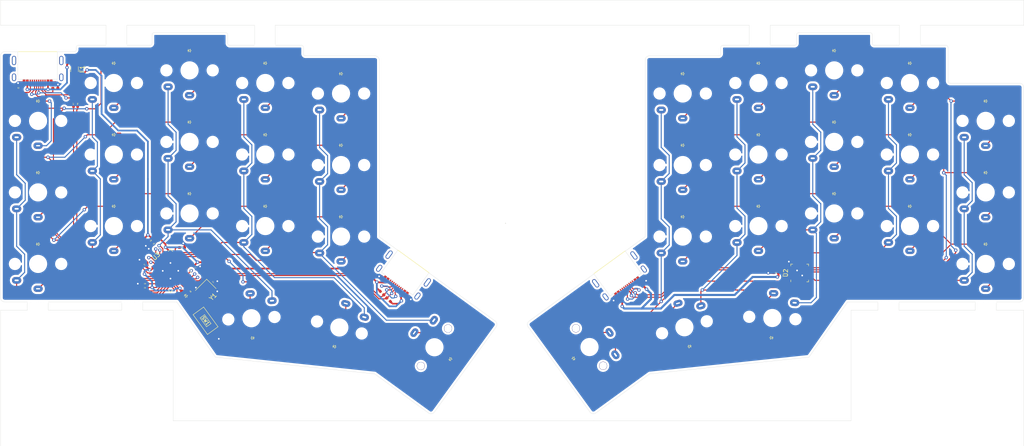
<source format=kicad_pcb>
(kicad_pcb (version 20171130) (host pcbnew 5.1.9)
  (layers (0 F.Cu signal hide) (31 B.Cu signal hide) (35 F.Paste user) (37 F.SilkS user) (38 B.Mask user) (39 F.Mask user) (44 Edge.Cuts user))
  (net 0 "")
  (net 1 GND)
  (net 2 "Net-(C1-Pad1)")
  (net 3 "Net-(C2-Pad1)")
  (net 4 VDD)
  (net 5 VSS)
  (net 6 +5V)
  (net 7 "Net-(C9-Pad1)")
  (net 8 "Net-(D1-Pad2)")
  (net 9 "Net-(D2-Pad2)")
  (net 10 /Row_R0)
  (net 11 "Net-(D3-Pad2)")
  (net 12 /Row_R1)
  (net 13 "Net-(D4-Pad2)")
  (net 14 /Row_R2)
  (net 15 "Net-(D5-Pad2)")
  (net 16 /Row_L0)
  (net 17 "Net-(D6-Pad2)")
  (net 18 /Row_L1)
  (net 19 "Net-(D7-Pad2)")
  (net 20 /Row_L2)
  (net 21 "Net-(D8-Pad2)")
  (net 22 "Net-(D9-Pad2)")
  (net 23 "Net-(D10-Pad2)")
  (net 24 "Net-(D11-Pad2)")
  (net 25 "Net-(D12-Pad2)")
  (net 26 "Net-(D13-Pad2)")
  (net 27 "Net-(D14-Pad2)")
  (net 28 "Net-(D15-Pad2)")
  (net 29 "Net-(D16-Pad2)")
  (net 30 "Net-(D17-Pad2)")
  (net 31 /Row_R3)
  (net 32 "Net-(D18-Pad2)")
  (net 33 "Net-(D19-Pad2)")
  (net 34 "Net-(D20-Pad2)")
  (net 35 "Net-(D21-Pad2)")
  (net 36 /Row_L3)
  (net 37 "Net-(D22-Pad2)")
  (net 38 "Net-(D23-Pad2)")
  (net 39 "Net-(D24-Pad2)")
  (net 40 "Net-(D25-Pad2)")
  (net 41 "Net-(D26-Pad2)")
  (net 42 "Net-(D27-Pad2)")
  (net 43 "Net-(D28-Pad2)")
  (net 44 "Net-(D29-Pad2)")
  (net 45 "Net-(D30-Pad2)")
  (net 46 "Net-(D31-Pad2)")
  (net 47 "Net-(D32-Pad2)")
  (net 48 "Net-(D33-Pad2)")
  (net 49 "Net-(D34-Pad2)")
  (net 50 "Net-(D35-Pad2)")
  (net 51 "Net-(D36-Pad2)")
  (net 52 "Net-(D37-Pad2)")
  (net 53 "Net-(F1-Pad1)")
  (net 54 "Net-(J1-PadS1)")
  (net 55 "Net-(J1-PadA7)")
  (net 56 "Net-(J1-PadA5)")
  (net 57 "Net-(J1-PadA6)")
  (net 58 "Net-(J1-PadB5)")
  (net 59 "Net-(J1-PadA8)")
  (net 60 "Net-(J1-PadB8)")
  (net 61 "Net-(J2-PadS1)")
  (net 62 /I2C_SDA_L)
  (net 63 "Net-(J2-PadA5)")
  (net 64 /I2C_SCL_L)
  (net 65 "Net-(J2-PadB5)")
  (net 66 "Net-(J2-PadA8)")
  (net 67 "Net-(J2-PadB8)")
  (net 68 "Net-(J3-PadS1)")
  (net 69 /I2C_SDA_R)
  (net 70 "Net-(J3-PadA5)")
  (net 71 /I2C_SCL_R)
  (net 72 "Net-(J3-PadB5)")
  (net 73 "Net-(J3-PadA8)")
  (net 74 "Net-(J3-PadB8)")
  (net 75 "Net-(R5-Pad2)")
  (net 76 "Net-(R9-Pad2)")
  (net 77 /Col_R0)
  (net 78 /Col_L0)
  (net 79 /Col_R1)
  (net 80 /Col_L1)
  (net 81 /Col_R2)
  (net 82 /Col_L2)
  (net 83 /Col_R3)
  (net 84 /Col_L3)
  (net 85 /Col_R4)
  (net 86 /Col_L4)
  (net 87 "Net-(U2-Pad17)")
  (net 88 "Net-(U2-Pad16)")
  (net 89 "Net-(U2-Pad15)")
  (net 90 "Net-(U2-Pad8)")
  (net 91 "Net-(U3-Pad42)")
  (net 92 "Net-(U3-Pad41)")
  (net 93 "Net-(U3-Pad40)")
  (net 94 "Net-(U3-Pad39)")
  (net 95 "Net-(U3-Pad38)")
  (net 96 "Net-(U3-Pad37)")
  (net 97 "Net-(U3-Pad32)")
  (net 98 "Net-(U3-Pad27)")
  (net 99 "Net-(U3-Pad26)")
  (net 100 "Net-(U3-Pad25)")
  (net 101 "Net-(U3-Pad22)")
  (net 102 "Net-(U3-Pad21)")
  (net 103 "Net-(U3-Pad20)")
  (net 104 /D-)
  (net 105 /D+)
  (net 106 "Net-(U2-Pad5)")
  (net 107 "Net-(U2-Pad4)")
  (net 108 "Net-(U2-Pad3)")
  (net 109 "Net-(U3-Pad12)")
  (net 110 "Net-(U3-Pad31)")
  (module kbd:Breakaway_Tabs (layer F.Cu) (at 276.55 90.45)
    (fp_text reference REF**)
    (fp_text value Breakaway_Tabs)
    (pad "" np_thru_hole circle (at -1.1875 0) (size 0.3 0.3) (drill 0.3) (layers *.Cu *.Mask))
    (pad "" np_thru_hole circle (at -2.375 0) (size 0.3 0.3) (drill 0.3) (layers *.Cu *.Mask))
    (pad "" np_thru_hole circle (at -0.59375 0) (size 0.3 0.3) (drill 0.3) (layers *.Cu *.Mask))
    (pad "" np_thru_hole circle (at -1.78125 0) (size 0.3 0.3) (drill 0.3) (layers *.Cu *.Mask))
    (pad "" np_thru_hole circle (at 2.375 0) (size 0.3 0.3) (drill 0.3) (layers *.Cu *.Mask))
    (pad "" np_thru_hole circle (at 1.78125 0) (size 0.3 0.3) (drill 0.3) (layers *.Cu *.Mask))
    (pad "" np_thru_hole circle (at 1.1875 0) (size 0.3 0.3) (drill 0.3) (layers *.Cu *.Mask))
    (pad "" np_thru_hole circle (at 0.59375 0) (size 0.3 0.3) (drill 0.3) (layers *.Cu *.Mask))
    (pad "" np_thru_hole circle (at 0 0) (size 0.3 0.3) (drill 0.3) (layers *.Cu *.Mask))
  )
  (module kbd:Breakaway_Tabs (layer F.Cu) (at 253.4 90.45)
    (fp_text reference REF**)
    (fp_text value Breakaway_Tabs)
    (pad "" np_thru_hole circle (at -1.1875 0) (size 0.3 0.3) (drill 0.3) (layers *.Cu *.Mask))
    (pad "" np_thru_hole circle (at -2.375 0) (size 0.3 0.3) (drill 0.3) (layers *.Cu *.Mask))
    (pad "" np_thru_hole circle (at -0.59375 0) (size 0.3 0.3) (drill 0.3) (layers *.Cu *.Mask))
    (pad "" np_thru_hole circle (at -1.78125 0) (size 0.3 0.3) (drill 0.3) (layers *.Cu *.Mask))
    (pad "" np_thru_hole circle (at 2.375 0) (size 0.3 0.3) (drill 0.3) (layers *.Cu *.Mask))
    (pad "" np_thru_hole circle (at 1.78125 0) (size 0.3 0.3) (drill 0.3) (layers *.Cu *.Mask))
    (pad "" np_thru_hole circle (at 1.1875 0) (size 0.3 0.3) (drill 0.3) (layers *.Cu *.Mask))
    (pad "" np_thru_hole circle (at 0.59375 0) (size 0.3 0.3) (drill 0.3) (layers *.Cu *.Mask))
    (pad "" np_thru_hole circle (at 0 0) (size 0.3 0.3) (drill 0.3) (layers *.Cu *.Mask))
  )
  (module kbd:Breakaway_Tabs (layer F.Cu) (at 73.64375 90.45)
    (fp_text reference REF**)
    (fp_text value Breakaway_Tabs)
    (pad "" np_thru_hole circle (at -1.1875 0) (size 0.3 0.3) (drill 0.3) (layers *.Cu *.Mask))
    (pad "" np_thru_hole circle (at -2.375 0) (size 0.3 0.3) (drill 0.3) (layers *.Cu *.Mask))
    (pad "" np_thru_hole circle (at -0.59375 0) (size 0.3 0.3) (drill 0.3) (layers *.Cu *.Mask))
    (pad "" np_thru_hole circle (at -1.78125 0) (size 0.3 0.3) (drill 0.3) (layers *.Cu *.Mask))
    (pad "" np_thru_hole circle (at 2.375 0) (size 0.3 0.3) (drill 0.3) (layers *.Cu *.Mask))
    (pad "" np_thru_hole circle (at 1.78125 0) (size 0.3 0.3) (drill 0.3) (layers *.Cu *.Mask))
    (pad "" np_thru_hole circle (at 1.1875 0) (size 0.3 0.3) (drill 0.3) (layers *.Cu *.Mask))
    (pad "" np_thru_hole circle (at 0.59375 0) (size 0.3 0.3) (drill 0.3) (layers *.Cu *.Mask))
    (pad "" np_thru_hole circle (at 0 0) (size 0.3 0.3) (drill 0.3) (layers *.Cu *.Mask))
  )
  (module kbd:Breakaway_Tabs (layer F.Cu) (at 51.25 90.45)
    (fp_text reference REF**)
    (fp_text value Breakaway_Tabs)
    (pad "" np_thru_hole circle (at -1.1875 0) (size 0.3 0.3) (drill 0.3) (layers *.Cu *.Mask))
    (pad "" np_thru_hole circle (at -2.375 0) (size 0.3 0.3) (drill 0.3) (layers *.Cu *.Mask))
    (pad "" np_thru_hole circle (at -0.59375 0) (size 0.3 0.3) (drill 0.3) (layers *.Cu *.Mask))
    (pad "" np_thru_hole circle (at -1.78125 0) (size 0.3 0.3) (drill 0.3) (layers *.Cu *.Mask))
    (pad "" np_thru_hole circle (at 2.375 0) (size 0.3 0.3) (drill 0.3) (layers *.Cu *.Mask))
    (pad "" np_thru_hole circle (at 1.78125 0) (size 0.3 0.3) (drill 0.3) (layers *.Cu *.Mask))
    (pad "" np_thru_hole circle (at 1.1875 0) (size 0.3 0.3) (drill 0.3) (layers *.Cu *.Mask))
    (pad "" np_thru_hole circle (at 0.59375 0) (size 0.3 0.3) (drill 0.3) (layers *.Cu *.Mask))
    (pad "" np_thru_hole circle (at 0 0) (size 0.3 0.3) (drill 0.3) (layers *.Cu *.Mask))
  )
  (module kbd:Breakaway_Tabs (layer F.Cu) (at 258.5 29.25)
    (fp_text reference REF**)
    (fp_text value Breakaway_Tabs)
    (pad "" np_thru_hole circle (at -1.1875 0) (size 0.3 0.3) (drill 0.3) (layers *.Cu *.Mask))
    (pad "" np_thru_hole circle (at -2.375 0) (size 0.3 0.3) (drill 0.3) (layers *.Cu *.Mask))
    (pad "" np_thru_hole circle (at -0.59375 0) (size 0.3 0.3) (drill 0.3) (layers *.Cu *.Mask))
    (pad "" np_thru_hole circle (at -1.78125 0) (size 0.3 0.3) (drill 0.3) (layers *.Cu *.Mask))
    (pad "" np_thru_hole circle (at 2.375 0) (size 0.3 0.3) (drill 0.3) (layers *.Cu *.Mask))
    (pad "" np_thru_hole circle (at 1.78125 0) (size 0.3 0.3) (drill 0.3) (layers *.Cu *.Mask))
    (pad "" np_thru_hole circle (at 1.1875 0) (size 0.3 0.3) (drill 0.3) (layers *.Cu *.Mask))
    (pad "" np_thru_hole circle (at 0.59375 0) (size 0.3 0.3) (drill 0.3) (layers *.Cu *.Mask))
    (pad "" np_thru_hole circle (at 0 0) (size 0.3 0.3) (drill 0.3) (layers *.Cu *.Mask))
  )
  (module kbd:Breakaway_Tabs (layer F.Cu) (at 222.8 29.25)
    (fp_text reference REF**)
    (fp_text value Breakaway_Tabs)
    (pad "" np_thru_hole circle (at -1.1875 0) (size 0.3 0.3) (drill 0.3) (layers *.Cu *.Mask))
    (pad "" np_thru_hole circle (at -2.375 0) (size 0.3 0.3) (drill 0.3) (layers *.Cu *.Mask))
    (pad "" np_thru_hole circle (at -0.59375 0) (size 0.3 0.3) (drill 0.3) (layers *.Cu *.Mask))
    (pad "" np_thru_hole circle (at -1.78125 0) (size 0.3 0.3) (drill 0.3) (layers *.Cu *.Mask))
    (pad "" np_thru_hole circle (at 2.375 0) (size 0.3 0.3) (drill 0.3) (layers *.Cu *.Mask))
    (pad "" np_thru_hole circle (at 1.78125 0) (size 0.3 0.3) (drill 0.3) (layers *.Cu *.Mask))
    (pad "" np_thru_hole circle (at 1.1875 0) (size 0.3 0.3) (drill 0.3) (layers *.Cu *.Mask))
    (pad "" np_thru_hole circle (at 0.59375 0) (size 0.3 0.3) (drill 0.3) (layers *.Cu *.Mask))
    (pad "" np_thru_hole circle (at 0 0) (size 0.3 0.3) (drill 0.3) (layers *.Cu *.Mask))
  )
  (module kbd:Breakaway_Tabs (layer F.Cu) (at 105.2 29.25)
    (fp_text reference REF**)
    (fp_text value Breakaway_Tabs)
    (pad "" np_thru_hole circle (at -1.1875 0) (size 0.3 0.3) (drill 0.3) (layers *.Cu *.Mask))
    (pad "" np_thru_hole circle (at -2.375 0) (size 0.3 0.3) (drill 0.3) (layers *.Cu *.Mask))
    (pad "" np_thru_hole circle (at -0.59375 0) (size 0.3 0.3) (drill 0.3) (layers *.Cu *.Mask))
    (pad "" np_thru_hole circle (at -1.78125 0) (size 0.3 0.3) (drill 0.3) (layers *.Cu *.Mask))
    (pad "" np_thru_hole circle (at 2.375 0) (size 0.3 0.3) (drill 0.3) (layers *.Cu *.Mask))
    (pad "" np_thru_hole circle (at 1.78125 0) (size 0.3 0.3) (drill 0.3) (layers *.Cu *.Mask))
    (pad "" np_thru_hole circle (at 1.1875 0) (size 0.3 0.3) (drill 0.3) (layers *.Cu *.Mask))
    (pad "" np_thru_hole circle (at 0.59375 0) (size 0.3 0.3) (drill 0.3) (layers *.Cu *.Mask))
    (pad "" np_thru_hole circle (at 0 0) (size 0.3 0.3) (drill 0.3) (layers *.Cu *.Mask))
  )
  (module kbd:Breakaway_Tabs (layer F.Cu) (at 69.93125 29.25)
    (fp_text reference REF**)
    (fp_text value Breakaway_Tabs)
    (pad "" np_thru_hole circle (at -1.1875 0) (size 0.3 0.3) (drill 0.3) (layers *.Cu *.Mask))
    (pad "" np_thru_hole circle (at -2.375 0) (size 0.3 0.3) (drill 0.3) (layers *.Cu *.Mask))
    (pad "" np_thru_hole circle (at -0.59375 0) (size 0.3 0.3) (drill 0.3) (layers *.Cu *.Mask))
    (pad "" np_thru_hole circle (at -1.78125 0) (size 0.3 0.3) (drill 0.3) (layers *.Cu *.Mask))
    (pad "" np_thru_hole circle (at 2.375 0) (size 0.3 0.3) (drill 0.3) (layers *.Cu *.Mask))
    (pad "" np_thru_hole circle (at 1.78125 0) (size 0.3 0.3) (drill 0.3) (layers *.Cu *.Mask))
    (pad "" np_thru_hole circle (at 1.1875 0) (size 0.3 0.3) (drill 0.3) (layers *.Cu *.Mask))
    (pad "" np_thru_hole circle (at 0.59375 0) (size 0.3 0.3) (drill 0.3) (layers *.Cu *.Mask))
    (pad "" np_thru_hole circle (at 0 0) (size 0.3 0.3) (drill 0.3) (layers *.Cu *.Mask))
  )
  (module WetCorn:R_0402_HandSolder (layer F.Cu) (at 134.6 89.8 135)
    (fp_text reference R4 hide)
    (fp_text value 4.7k)
    (fp_text user %R (at 0 0 135) (layer F.SilkS) (effects (font (size 0.26 0.26) (thickness 0.04))))
    (pad 2 smd roundrect (at 0.5975 0 135) (size 0.715 0.64) (layers F.Cu F.Paste F.Mask) (net 64 /I2C_SCL_L))
    (pad 1 smd roundrect (at -0.5975 0 135) (size 0.715 0.64) (layers F.Cu F.Paste F.Mask) (net 6 +5V))
  )
  (module WetCorn:Micro_Push_Button_3x6x2.5mm (layer F.Cu) (at 91.1 94.8 126)
    (fp_text reference SW1 (at 0 0 126) (layer F.SilkS) (effects (font (size 0.75 0.75))))
    (fp_text value SW_Push)
    (pad 2 smd rect (at 3.8 0 126) (size 1.4 1) (layers F.Cu F.Paste F.Mask) (net 8 "Net-(D1-Pad2)"))
    (pad 1 smd rect (at -3.8 0 126) (size 1.4 1) (layers F.Cu F.Paste F.Mask) (net 1 GND))
  )
  (module WetCorn:C_0402_HandSolder (layer F.Cu) (at 92.8 88.9 45)
    (fp_text reference C2 hide)
    (fp_text value 22nF)
    (fp_text user %R (at 0 0 45) (layer F.SilkS) (effects (font (size 0.25 0.25) (thickness 0.04))))
    (pad 2 smd roundrect (at 0.5675 0 45) (size 0.735 0.62) (layers F.Cu F.Paste F.Mask) (net 1 GND))
    (pad 1 smd roundrect (at -0.5675 0 45) (size 0.735 0.62) (layers F.Cu F.Paste F.Mask) (net 3 "Net-(C2-Pad1)"))
  )
  (module WetCorn:C_0402_HandSolder (layer F.Cu) (at 78.798717 76.501283 45)
    (fp_text reference C6 hide)
    (fp_text value 0.1uF)
    (fp_text user %R (at 0 0 45) (layer F.SilkS) (effects (font (size 0.25 0.25) (thickness 0.04))))
    (pad 2 smd roundrect (at 0.5675 0 45) (size 0.735 0.62) (layers F.Cu F.Paste F.Mask) (net 6 +5V))
    (pad 1 smd roundrect (at -0.5675 0 45) (size 0.735 0.62) (layers F.Cu F.Paste F.Mask) (net 1 GND))
  )
  (module WetCorn:C_0402_HandSolder (layer F.Cu) (at 92.905808 85.613083 315)
    (fp_text reference C1 hide)
    (fp_text value 22nF)
    (fp_text user %R (at 0 0 135) (layer F.SilkS) (effects (font (size 0.25 0.25) (thickness 0.04))))
    (pad 2 smd roundrect (at 0.5675 0 315) (size 0.735 0.62) (layers F.Cu F.Paste F.Mask) (net 1 GND))
    (pad 1 smd roundrect (at -0.5675 0 315) (size 0.735 0.62) (layers F.Cu F.Paste F.Mask) (net 2 "Net-(C1-Pad1)"))
  )
  (module Oscillator:Oscillator_SMD_Abracon_ASE-4Pin_3.2x2.5mm (layer F.Cu) (at 91.138041 87.38085 225)
    (fp_text reference Y1 (at 0 -2.45 45) (layer F.SilkS))
    (fp_text value 16MHZ)
    (pad 4 smd rect (at -1.05 -0.825 225) (size 1.3 1.1) (layers F.Cu F.Paste F.Mask) (net 1 GND))
    (pad 3 smd rect (at 1.05 -0.825 225) (size 1.3 1.1) (layers F.Cu F.Paste F.Mask) (net 3 "Net-(C2-Pad1)"))
    (pad 2 smd rect (at 1.05 0.825 225) (size 1.3 1.1) (layers F.Cu F.Paste F.Mask) (net 1 GND))
    (pad 1 smd rect (at -1.05 0.825 225) (size 1.3 1.1) (layers F.Cu F.Paste F.Mask) (net 2 "Net-(C1-Pad1)"))
  )
  (module WetCorn:C_0402_HandSolder (layer F.Cu) (at 78.1 75.8 45)
    (fp_text reference C8 hide)
    (fp_text value 4.7uF)
    (fp_text user %R (at 0 0 45) (layer F.SilkS) (effects (font (size 0.25 0.25) (thickness 0.04))))
    (pad 2 smd roundrect (at 0.5675 0 45) (size 0.735 0.62) (layers F.Cu F.Paste F.Mask) (net 6 +5V))
    (pad 1 smd roundrect (at -0.5675 0 45) (size 0.735 0.62) (layers F.Cu F.Paste F.Mask) (net 1 GND))
  )
  (module WetCorn:Kailh_Choc_1u (layer F.Cu) (at 69.3 72.3)
    (fp_text reference SW13 hide)
    (fp_text value SW_Push hide)
    (pad 1 thru_hole oval (at -5.1 3.9) (size 2.2 1.6) (drill oval 1 0.4) (layers *.Cu B.Mask) (net 80 /Col_L1))
    (pad "" np_thru_hole circle (at 0 0 90) (size 3.3 3.3) (drill 3.3) (layers *.Cu *.Mask))
    (pad "" np_thru_hole circle (at -5.5 0 90) (size 1.9 1.9) (drill 1.9) (layers *.Cu *.Mask))
    (pad "" np_thru_hole circle (at 5.5 0 90) (size 1.9 1.9) (drill 1.9) (layers *.Cu *.Mask))
    (pad 2 thru_hole oval (at 0 5.9) (size 2.2 1.5) (drill oval 1 0.3) (layers *.Cu B.Mask) (net 26 "Net-(D13-Pad2)"))
  )
  (module Package_DFN_QFN:QFN-44-1EP_7x7mm_P0.5mm_EP5.2x5.2mm (layer F.Cu) (at 82.761085 82.911863 45)
    (fp_text reference U3 (at 0 -4.82 45) (layer F.SilkS))
    (fp_text value ATmega32U4-MU)
    (pad 45 smd rect (at 0 0 45) (size 5.2 5.2) (layers F.Cu F.Mask) (net 1 GND))
    (pad 44 smd roundrect (at -2.5 -3.3375 45) (size 0.25 1.075) (layers F.Cu F.Paste F.Mask) (net 6 +5V))
    (pad 43 smd roundrect (at -2 -3.3375 45) (size 0.25 1.075) (layers F.Cu F.Paste F.Mask) (net 1 GND))
    (pad 42 smd roundrect (at -1.5 -3.3375 45) (size 0.25 1.075) (layers F.Cu F.Paste F.Mask) (net 91 "Net-(U3-Pad42)"))
    (pad 41 smd roundrect (at -1 -3.3375 45) (size 0.25 1.075) (layers F.Cu F.Paste F.Mask) (net 92 "Net-(U3-Pad41)"))
    (pad 40 smd roundrect (at -0.5 -3.3375 45) (size 0.25 1.075) (layers F.Cu F.Paste F.Mask) (net 93 "Net-(U3-Pad40)"))
    (pad 39 smd roundrect (at 0 -3.3375 45) (size 0.25 1.075) (layers F.Cu F.Paste F.Mask) (net 94 "Net-(U3-Pad39)"))
    (pad 38 smd roundrect (at 0.5 -3.3375 45) (size 0.25 1.075) (layers F.Cu F.Paste F.Mask) (net 95 "Net-(U3-Pad38)"))
    (pad 37 smd roundrect (at 1 -3.3375 45) (size 0.25 1.075) (layers F.Cu F.Paste F.Mask) (net 96 "Net-(U3-Pad37)"))
    (pad 36 smd roundrect (at 1.5 -3.3375 45) (size 0.25 1.075) (layers F.Cu F.Paste F.Mask) (net 82 /Col_L2))
    (pad 35 smd roundrect (at 2 -3.3375 45) (size 0.25 1.075) (layers F.Cu F.Paste F.Mask) (net 1 GND))
    (pad 34 smd roundrect (at 2.5 -3.3375 45) (size 0.25 1.075) (layers F.Cu F.Paste F.Mask) (net 6 +5V))
    (pad 33 smd roundrect (at 3.3375 -2.5 45) (size 1.075 0.25) (layers F.Cu F.Paste F.Mask) (net 76 "Net-(R9-Pad2)"))
    (pad 32 smd roundrect (at 3.3375 -2 45) (size 1.075 0.25) (layers F.Cu F.Paste F.Mask) (net 97 "Net-(U3-Pad32)"))
    (pad 31 smd roundrect (at 3.3375 -1.5 45) (size 1.075 0.25) (layers F.Cu F.Paste F.Mask) (net 110 "Net-(U3-Pad31)"))
    (pad 30 smd roundrect (at 3.3375 -1 45) (size 1.075 0.25) (layers F.Cu F.Paste F.Mask) (net 84 /Col_L3))
    (pad 29 smd roundrect (at 3.3375 -0.5 45) (size 1.075 0.25) (layers F.Cu F.Paste F.Mask) (net 86 /Col_L4))
    (pad 28 smd roundrect (at 3.3375 0 45) (size 1.075 0.25) (layers F.Cu F.Paste F.Mask) (net 36 /Row_L3))
    (pad 27 smd roundrect (at 3.3375 0.5 45) (size 1.075 0.25) (layers F.Cu F.Paste F.Mask) (net 98 "Net-(U3-Pad27)"))
    (pad 26 smd roundrect (at 3.3375 1 45) (size 1.075 0.25) (layers F.Cu F.Paste F.Mask) (net 99 "Net-(U3-Pad26)"))
    (pad 25 smd roundrect (at 3.3375 1.5 45) (size 1.075 0.25) (layers F.Cu F.Paste F.Mask) (net 100 "Net-(U3-Pad25)"))
    (pad 24 smd roundrect (at 3.3375 2 45) (size 1.075 0.25) (layers F.Cu F.Paste F.Mask) (net 6 +5V))
    (pad 23 smd roundrect (at 3.3375 2.5 45) (size 1.075 0.25) (layers F.Cu F.Paste F.Mask) (net 1 GND))
    (pad 22 smd roundrect (at 2.5 3.3375 45) (size 0.25 1.075) (layers F.Cu F.Paste F.Mask) (net 101 "Net-(U3-Pad22)"))
    (pad 21 smd roundrect (at 2 3.3375 45) (size 0.25 1.075) (layers F.Cu F.Paste F.Mask) (net 102 "Net-(U3-Pad21)"))
    (pad 20 smd roundrect (at 1.5 3.3375 45) (size 0.25 1.075) (layers F.Cu F.Paste F.Mask) (net 103 "Net-(U3-Pad20)"))
    (pad 19 smd roundrect (at 1 3.3375 45) (size 0.25 1.075) (layers F.Cu F.Paste F.Mask) (net 62 /I2C_SDA_L))
    (pad 18 smd roundrect (at 0.5 3.3375 45) (size 0.25 1.075) (layers F.Cu F.Paste F.Mask) (net 64 /I2C_SCL_L))
    (pad 17 smd roundrect (at 0 3.3375 45) (size 0.25 1.075) (layers F.Cu F.Paste F.Mask) (net 2 "Net-(C1-Pad1)"))
    (pad 16 smd roundrect (at -0.5 3.3375 45) (size 0.25 1.075) (layers F.Cu F.Paste F.Mask) (net 3 "Net-(C2-Pad1)"))
    (pad 15 smd roundrect (at -1 3.3375 45) (size 0.25 1.075) (layers F.Cu F.Paste F.Mask) (net 1 GND))
    (pad 14 smd roundrect (at -1.5 3.3375 45) (size 0.25 1.075) (layers F.Cu F.Paste F.Mask) (net 6 +5V))
    (pad 13 smd roundrect (at -2 3.3375 45) (size 0.25 1.075) (layers F.Cu F.Paste F.Mask) (net 8 "Net-(D1-Pad2)"))
    (pad 12 smd roundrect (at -2.5 3.3375 45) (size 0.25 1.075) (layers F.Cu F.Paste F.Mask) (net 109 "Net-(U3-Pad12)"))
    (pad 11 smd roundrect (at -3.3375 2.5 45) (size 1.075 0.25) (layers F.Cu F.Paste F.Mask) (net 78 /Col_L0))
    (pad 10 smd roundrect (at -3.3375 2 45) (size 1.075 0.25) (layers F.Cu F.Paste F.Mask) (net 20 /Row_L2))
    (pad 9 smd roundrect (at -3.3375 1.5 45) (size 1.075 0.25) (layers F.Cu F.Paste F.Mask) (net 18 /Row_L1))
    (pad 8 smd roundrect (at -3.3375 1 45) (size 1.075 0.25) (layers F.Cu F.Paste F.Mask) (net 16 /Row_L0))
    (pad 7 smd roundrect (at -3.3375 0.5 45) (size 1.075 0.25) (layers F.Cu F.Paste F.Mask) (net 6 +5V))
    (pad 6 smd roundrect (at -3.3375 0 45) (size 1.075 0.25) (layers F.Cu F.Paste F.Mask) (net 7 "Net-(C9-Pad1)"))
    (pad 5 smd roundrect (at -3.3375 -0.5 45) (size 1.075 0.25) (layers F.Cu F.Paste F.Mask) (net 1 GND))
    (pad 4 smd roundrect (at -3.3375 -1 45) (size 1.075 0.25) (layers F.Cu F.Paste F.Mask) (net 105 /D+))
    (pad 3 smd roundrect (at -3.3375 -1.5 45) (size 1.075 0.25) (layers F.Cu F.Paste F.Mask) (net 104 /D-))
    (pad 2 smd roundrect (at -3.3375 -2 45) (size 1.075 0.25) (layers F.Cu F.Paste F.Mask) (net 6 +5V))
    (pad 1 smd roundrect (at -3.3375 -2.5 45) (size 1.075 0.25) (layers F.Cu F.Paste F.Mask) (net 80 /Col_L1))
  )
  (module WetCorn:D_SOD-323_HandSoldering (layer F.Cu) (at 149.3 103.9 54)
    (fp_text reference D37 hide)
    (fp_text value D)
    (pad 2 smd rect (at 1.25 0 54) (size 1 1) (layers F.Cu F.Paste F.Mask) (net 52 "Net-(D37-Pad2)"))
    (pad 1 smd rect (at -1.25 0 54) (size 1 1) (layers F.Cu F.Paste F.Mask) (net 36 /Row_L3))
  )
  (module WetCorn:D_SOD-323_HandSoldering (layer F.Cu) (at 123.3 70.1)
    (fp_text reference D36 hide)
    (fp_text value D)
    (pad 2 smd rect (at 1.25 0) (size 1 1) (layers F.Cu F.Paste F.Mask) (net 51 "Net-(D36-Pad2)"))
    (pad 1 smd rect (at -1.25 0) (size 1 1) (layers F.Cu F.Paste F.Mask) (net 20 /Row_L2))
  )
  (module WetCorn:D_SOD-323_HandSoldering (layer F.Cu) (at 123.3 53.1)
    (fp_text reference D35 hide)
    (fp_text value D)
    (pad 2 smd rect (at 1.25 0) (size 1 1) (layers F.Cu F.Paste F.Mask) (net 50 "Net-(D35-Pad2)"))
    (pad 1 smd rect (at -1.25 0) (size 1 1) (layers F.Cu F.Paste F.Mask) (net 18 /Row_L1))
  )
  (module WetCorn:D_SOD-323_HandSoldering (layer F.Cu) (at 123.3 36.1)
    (fp_text reference D34 hide)
    (fp_text value D)
    (pad 2 smd rect (at 1.25 0) (size 1 1) (layers F.Cu F.Paste F.Mask) (net 49 "Net-(D34-Pad2)"))
    (pad 1 smd rect (at -1.25 0) (size 1 1) (layers F.Cu F.Paste F.Mask) (net 16 /Row_L0))
  )
  (module WetCorn:D_SOD-323_HandSoldering (layer F.Cu) (at 178.55 103.75 126)
    (fp_text reference D33 hide)
    (fp_text value D)
    (pad 2 smd rect (at 1.25 0 126) (size 1 1) (layers F.Cu F.Paste F.Mask) (net 48 "Net-(D33-Pad2)"))
    (pad 1 smd rect (at -1.25 0 126) (size 1 1) (layers F.Cu F.Paste F.Mask) (net 31 /Row_R3))
  )
  (module WetCorn:D_SOD-323_HandSoldering (layer F.Cu) (at 204.5 70.1)
    (fp_text reference D32 hide)
    (fp_text value D)
    (pad 2 smd rect (at 1.25 0) (size 1 1) (layers F.Cu F.Paste F.Mask) (net 47 "Net-(D32-Pad2)"))
    (pad 1 smd rect (at -1.25 0) (size 1 1) (layers F.Cu F.Paste F.Mask) (net 14 /Row_R2))
  )
  (module WetCorn:D_SOD-323_HandSoldering (layer F.Cu) (at 204.5 53.1)
    (fp_text reference D31 hide)
    (fp_text value D)
    (pad 2 smd rect (at 1.25 0) (size 1 1) (layers F.Cu F.Paste F.Mask) (net 46 "Net-(D31-Pad2)"))
    (pad 1 smd rect (at -1.25 0) (size 1 1) (layers F.Cu F.Paste F.Mask) (net 12 /Row_R1))
  )
  (module WetCorn:D_SOD-323_HandSoldering (layer F.Cu) (at 204.5 36.1)
    (fp_text reference D30 hide)
    (fp_text value D)
    (pad 2 smd rect (at 1.25 0) (size 1 1) (layers F.Cu F.Paste F.Mask) (net 45 "Net-(D30-Pad2)"))
    (pad 1 smd rect (at -1.25 0) (size 1 1) (layers F.Cu F.Paste F.Mask) (net 10 /Row_R0))
  )
  (module WetCorn:D_SOD-323_HandSoldering (layer F.Cu) (at 121.75 100.95 345)
    (fp_text reference D29 hide)
    (fp_text value D)
    (pad 2 smd rect (at 1.25 0 345) (size 1 1) (layers F.Cu F.Paste F.Mask) (net 44 "Net-(D29-Pad2)"))
    (pad 1 smd rect (at -1.25 0 345) (size 1 1) (layers F.Cu F.Paste F.Mask) (net 36 /Row_L3))
  )
  (module WetCorn:D_SOD-323_HandSoldering (layer F.Cu) (at 105.3 67.6)
    (fp_text reference D28 hide)
    (fp_text value D)
    (pad 2 smd rect (at 1.25 0) (size 1 1) (layers F.Cu F.Paste F.Mask) (net 43 "Net-(D28-Pad2)"))
    (pad 1 smd rect (at -1.25 0) (size 1 1) (layers F.Cu F.Paste F.Mask) (net 20 /Row_L2))
  )
  (module WetCorn:D_SOD-323_HandSoldering (layer F.Cu) (at 105.3 50.6)
    (fp_text reference D27 hide)
    (fp_text value D)
    (pad 2 smd rect (at 1.25 0) (size 1 1) (layers F.Cu F.Paste F.Mask) (net 42 "Net-(D27-Pad2)"))
    (pad 1 smd rect (at -1.25 0) (size 1 1) (layers F.Cu F.Paste F.Mask) (net 18 /Row_L1))
  )
  (module WetCorn:D_SOD-323_HandSoldering (layer F.Cu) (at 105.3 33.6)
    (fp_text reference D26 hide)
    (fp_text value D)
    (pad 2 smd rect (at 1.25 0) (size 1 1) (layers F.Cu F.Paste F.Mask) (net 41 "Net-(D26-Pad2)"))
    (pad 1 smd rect (at -1.25 0) (size 1 1) (layers F.Cu F.Paste F.Mask) (net 16 /Row_L0))
  )
  (module WetCorn:D_SOD-323_HandSoldering (layer F.Cu) (at 206.1 100.9 195)
    (fp_text reference D25 hide)
    (fp_text value D)
    (pad 2 smd rect (at 1.25 0 195) (size 1 1) (layers F.Cu F.Paste F.Mask) (net 40 "Net-(D25-Pad2)"))
    (pad 1 smd rect (at -1.25 0 195) (size 1 1) (layers F.Cu F.Paste F.Mask) (net 31 /Row_R3))
  )
  (module WetCorn:D_SOD-323_HandSoldering (layer F.Cu) (at 222.5 67.6)
    (fp_text reference D24 hide)
    (fp_text value D)
    (pad 2 smd rect (at 1.25 0) (size 1 1) (layers F.Cu F.Paste F.Mask) (net 39 "Net-(D24-Pad2)"))
    (pad 1 smd rect (at -1.25 0) (size 1 1) (layers F.Cu F.Paste F.Mask) (net 14 /Row_R2))
  )
  (module WetCorn:D_SOD-323_HandSoldering (layer F.Cu) (at 222.5 50.6)
    (fp_text reference D23 hide)
    (fp_text value D)
    (pad 2 smd rect (at 1.25 0) (size 1 1) (layers F.Cu F.Paste F.Mask) (net 38 "Net-(D23-Pad2)"))
    (pad 1 smd rect (at -1.25 0) (size 1 1) (layers F.Cu F.Paste F.Mask) (net 12 /Row_R1))
  )
  (module WetCorn:D_SOD-323_HandSoldering (layer F.Cu) (at 222.5 33.6)
    (fp_text reference D22 hide)
    (fp_text value D)
    (pad 2 smd rect (at 1.25 0) (size 1 1) (layers F.Cu F.Paste F.Mask) (net 37 "Net-(D22-Pad2)"))
    (pad 1 smd rect (at -1.25 0) (size 1 1) (layers F.Cu F.Paste F.Mask) (net 10 /Row_R0))
  )
  (module WetCorn:D_SOD-323_HandSoldering (layer F.Cu) (at 102.25 98.9 183)
    (fp_text reference D21 hide)
    (fp_text value D)
    (pad 2 smd rect (at 1.25 0 183) (size 1 1) (layers F.Cu F.Paste F.Mask) (net 35 "Net-(D21-Pad2)"))
    (pad 1 smd rect (at -1.25 0 183) (size 1 1) (layers F.Cu F.Paste F.Mask) (net 36 /Row_L3))
  )
  (module WetCorn:D_SOD-323_HandSoldering (layer F.Cu) (at 87.3 64.6)
    (fp_text reference D20 hide)
    (fp_text value D)
    (pad 2 smd rect (at 1.25 0) (size 1 1) (layers F.Cu F.Paste F.Mask) (net 34 "Net-(D20-Pad2)"))
    (pad 1 smd rect (at -1.25 0) (size 1 1) (layers F.Cu F.Paste F.Mask) (net 20 /Row_L2))
  )
  (module WetCorn:D_SOD-323_HandSoldering (layer F.Cu) (at 87.3 47.6)
    (fp_text reference D19 hide)
    (fp_text value D)
    (pad 2 smd rect (at 1.25 0) (size 1 1) (layers F.Cu F.Paste F.Mask) (net 33 "Net-(D19-Pad2)"))
    (pad 1 smd rect (at -1.25 0) (size 1 1) (layers F.Cu F.Paste F.Mask) (net 18 /Row_L1))
  )
  (module WetCorn:D_SOD-323_HandSoldering (layer F.Cu) (at 87.3 30.6)
    (fp_text reference D18 hide)
    (fp_text value D)
    (pad 2 smd rect (at 1.25 0) (size 1 1) (layers F.Cu F.Paste F.Mask) (net 32 "Net-(D18-Pad2)"))
    (pad 1 smd rect (at -1.25 0) (size 1 1) (layers F.Cu F.Paste F.Mask) (net 16 /Row_L0))
  )
  (module WetCorn:D_SOD-323_HandSoldering (layer F.Cu) (at 225.55 98.85 177)
    (fp_text reference D17 hide)
    (fp_text value D)
    (pad 2 smd rect (at 1.25 0 177) (size 1 1) (layers F.Cu F.Paste F.Mask) (net 30 "Net-(D17-Pad2)"))
    (pad 1 smd rect (at -1.25 0 177) (size 1 1) (layers F.Cu F.Paste F.Mask) (net 31 /Row_R3))
  )
  (module WetCorn:D_SOD-323_HandSoldering (layer F.Cu) (at 240.5 64.6)
    (fp_text reference D16 hide)
    (fp_text value D)
    (pad 2 smd rect (at 1.25 0) (size 1 1) (layers F.Cu F.Paste F.Mask) (net 29 "Net-(D16-Pad2)"))
    (pad 1 smd rect (at -1.25 0) (size 1 1) (layers F.Cu F.Paste F.Mask) (net 14 /Row_R2))
  )
  (module WetCorn:D_SOD-323_HandSoldering (layer F.Cu) (at 240.5 47.6)
    (fp_text reference D15 hide)
    (fp_text value D)
    (pad 2 smd rect (at 1.25 0) (size 1 1) (layers F.Cu F.Paste F.Mask) (net 28 "Net-(D15-Pad2)"))
    (pad 1 smd rect (at -1.25 0) (size 1 1) (layers F.Cu F.Paste F.Mask) (net 12 /Row_R1))
  )
  (module WetCorn:D_SOD-323_HandSoldering (layer F.Cu) (at 240.5 30.6)
    (fp_text reference D14 hide)
    (fp_text value D)
    (pad 2 smd rect (at 1.25 0) (size 1 1) (layers F.Cu F.Paste F.Mask) (net 27 "Net-(D14-Pad2)"))
    (pad 1 smd rect (at -1.25 0) (size 1 1) (layers F.Cu F.Paste F.Mask) (net 10 /Row_R0))
  )
  (module WetCorn:D_SOD-323_HandSoldering (layer F.Cu) (at 69.3 67.6)
    (fp_text reference D13 hide)
    (fp_text value D)
    (pad 2 smd rect (at 1.25 0) (size 1 1) (layers F.Cu F.Paste F.Mask) (net 26 "Net-(D13-Pad2)"))
    (pad 1 smd rect (at -1.25 0) (size 1 1) (layers F.Cu F.Paste F.Mask) (net 20 /Row_L2))
  )
  (module WetCorn:D_SOD-323_HandSoldering (layer F.Cu) (at 69.3 50.6)
    (fp_text reference D12 hide)
    (fp_text value D)
    (pad 2 smd rect (at 1.25 0) (size 1 1) (layers F.Cu F.Paste F.Mask) (net 25 "Net-(D12-Pad2)"))
    (pad 1 smd rect (at -1.25 0) (size 1 1) (layers F.Cu F.Paste F.Mask) (net 18 /Row_L1))
  )
  (module WetCorn:D_SOD-323_HandSoldering (layer F.Cu) (at 69.3 33.6)
    (fp_text reference D11 hide)
    (fp_text value D)
    (pad 2 smd rect (at 1.25 0) (size 1 1) (layers F.Cu F.Paste F.Mask) (net 24 "Net-(D11-Pad2)"))
    (pad 1 smd rect (at -1.25 0) (size 1 1) (layers F.Cu F.Paste F.Mask) (net 16 /Row_L0))
  )
  (module WetCorn:D_SOD-323_HandSoldering (layer F.Cu) (at 258.5 67.6)
    (fp_text reference D10 hide)
    (fp_text value D)
    (pad 2 smd rect (at 1.25 0) (size 1 1) (layers F.Cu F.Paste F.Mask) (net 23 "Net-(D10-Pad2)"))
    (pad 1 smd rect (at -1.25 0) (size 1 1) (layers F.Cu F.Paste F.Mask) (net 14 /Row_R2))
  )
  (module WetCorn:D_SOD-323_HandSoldering (layer F.Cu) (at 258.5 50.6)
    (fp_text reference D9 hide)
    (fp_text value D)
    (pad 2 smd rect (at 1.25 0) (size 1 1) (layers F.Cu F.Paste F.Mask) (net 22 "Net-(D9-Pad2)"))
    (pad 1 smd rect (at -1.25 0) (size 1 1) (layers F.Cu F.Paste F.Mask) (net 12 /Row_R1))
  )
  (module WetCorn:D_SOD-323_HandSoldering (layer F.Cu) (at 258.5 33.6)
    (fp_text reference D8 hide)
    (fp_text value D)
    (pad 2 smd rect (at 1.25 0) (size 1 1) (layers F.Cu F.Paste F.Mask) (net 21 "Net-(D8-Pad2)"))
    (pad 1 smd rect (at -1.25 0) (size 1 1) (layers F.Cu F.Paste F.Mask) (net 10 /Row_R0))
  )
  (module WetCorn:D_SOD-323_HandSoldering (layer F.Cu) (at 51.3 76.6)
    (fp_text reference D7 hide)
    (fp_text value D)
    (pad 2 smd rect (at 1.25 0) (size 1 1) (layers F.Cu F.Paste F.Mask) (net 19 "Net-(D7-Pad2)"))
    (pad 1 smd rect (at -1.25 0) (size 1 1) (layers F.Cu F.Paste F.Mask) (net 20 /Row_L2))
  )
  (module WetCorn:D_SOD-323_HandSoldering (layer F.Cu) (at 51.3 59.6)
    (fp_text reference D6 hide)
    (fp_text value D)
    (pad 2 smd rect (at 1.25 0) (size 1 1) (layers F.Cu F.Paste F.Mask) (net 17 "Net-(D6-Pad2)"))
    (pad 1 smd rect (at -1.25 0) (size 1 1) (layers F.Cu F.Paste F.Mask) (net 18 /Row_L1))
  )
  (module WetCorn:D_SOD-323_HandSoldering (layer F.Cu) (at 51.3 42.6)
    (fp_text reference D5 hide)
    (fp_text value D)
    (pad 2 smd rect (at 1.25 0) (size 1 1) (layers F.Cu F.Paste F.Mask) (net 15 "Net-(D5-Pad2)"))
    (pad 1 smd rect (at -1.25 0) (size 1 1) (layers F.Cu F.Paste F.Mask) (net 16 /Row_L0))
  )
  (module WetCorn:D_SOD-323_HandSoldering (layer F.Cu) (at 276.5 76.6)
    (fp_text reference D4 hide)
    (fp_text value D)
    (pad 2 smd rect (at 1.25 0) (size 1 1) (layers F.Cu F.Paste F.Mask) (net 13 "Net-(D4-Pad2)"))
    (pad 1 smd rect (at -1.25 0) (size 1 1) (layers F.Cu F.Paste F.Mask) (net 14 /Row_R2))
  )
  (module WetCorn:D_SOD-323_HandSoldering (layer F.Cu) (at 276.5 59.6)
    (fp_text reference D3 hide)
    (fp_text value D)
    (pad 2 smd rect (at 1.25 0) (size 1 1) (layers F.Cu F.Paste F.Mask) (net 11 "Net-(D3-Pad2)"))
    (pad 1 smd rect (at -1.25 0) (size 1 1) (layers F.Cu F.Paste F.Mask) (net 12 /Row_R1))
  )
  (module WetCorn:D_SOD-323_HandSoldering (layer F.Cu) (at 276.5 42.6)
    (fp_text reference D2 hide)
    (fp_text value D)
    (pad 2 smd rect (at 1.25 0) (size 1 1) (layers F.Cu F.Paste F.Mask) (net 9 "Net-(D2-Pad2)"))
    (pad 1 smd rect (at -1.25 0) (size 1 1) (layers F.Cu F.Paste F.Mask) (net 10 /Row_R0))
  )
  (module WetCorn:D_SOD-323_HandSoldering (layer F.Cu) (at 86.45 88.9 315)
    (fp_text reference D1 hide)
    (fp_text value D)
    (pad 2 smd rect (at 1.25 0 315) (size 1 1) (layers F.Cu F.Paste F.Mask) (net 8 "Net-(D1-Pad2)"))
    (pad 1 smd rect (at -1.25 0 315) (size 1 1) (layers F.Cu F.Paste F.Mask) (net 6 +5V))
  )
  (module WetCorn:C_0402_HandSolder (layer F.Cu) (at 76.7 86 180)
    (fp_text reference C9 hide)
    (fp_text value 1uF)
    (fp_text user %R (at 0 0) (layer F.SilkS) (effects (font (size 0.25 0.25) (thickness 0.04))))
    (pad 2 smd roundrect (at 0.5675 0 180) (size 0.735 0.62) (layers F.Cu F.Paste F.Mask) (net 1 GND))
    (pad 1 smd roundrect (at -0.5675 0 180) (size 0.735 0.62) (layers F.Cu F.Paste F.Mask) (net 7 "Net-(C9-Pad1)"))
  )
  (module WetCorn:C_0402_HandSolder (layer F.Cu) (at 88.7 82.2 135)
    (fp_text reference C7 hide)
    (fp_text value 0.1uF)
    (fp_text user %R (at 0 0 135) (layer F.SilkS) (effects (font (size 0.25 0.25) (thickness 0.04))))
    (pad 2 smd roundrect (at 0.5675 0 135) (size 0.735 0.62) (layers F.Cu F.Paste F.Mask) (net 6 +5V))
    (pad 1 smd roundrect (at -0.5675 0 135) (size 0.735 0.62) (layers F.Cu F.Paste F.Mask) (net 1 GND))
  )
  (module WetCorn:C_0402_HandSolder (layer F.Cu) (at 76.7 87)
    (fp_text reference C5 hide)
    (fp_text value 0.1uF)
    (fp_text user %R (at 0 0) (layer F.SilkS) (effects (font (size 0.25 0.25) (thickness 0.04))))
    (pad 2 smd roundrect (at 0.5675 0) (size 0.735 0.62) (layers F.Cu F.Paste F.Mask) (net 6 +5V))
    (pad 1 smd roundrect (at -0.5675 0) (size 0.735 0.62) (layers F.Cu F.Paste F.Mask) (net 1 GND))
  )
  (module WetCorn:C_0402_HandSolder (layer F.Cu) (at 76.6 81.5 315)
    (fp_text reference C4 hide)
    (fp_text value 0.1uF)
    (fp_text user %R (at 0 0 135) (layer F.SilkS) (effects (font (size 0.25 0.25) (thickness 0.04))))
    (pad 2 smd roundrect (at 0.5675 0 315) (size 0.735 0.62) (layers F.Cu F.Paste F.Mask) (net 6 +5V))
    (pad 1 smd roundrect (at -0.5675 0 315) (size 0.735 0.62) (layers F.Cu F.Paste F.Mask) (net 1 GND))
  )
  (module WetCorn:C_0402_HandSolder (layer F.Cu) (at 226.6825 83.4)
    (fp_text reference C3 hide)
    (fp_text value 0.1u)
    (fp_text user %R (at 0 0) (layer F.SilkS) (effects (font (size 0.25 0.25) (thickness 0.04))))
    (pad 2 smd roundrect (at 0.5675 0) (size 0.735 0.62) (layers F.Cu F.Paste F.Mask) (net 4 VDD))
    (pad 1 smd roundrect (at -0.5675 0) (size 0.735 0.62) (layers F.Cu F.Paste F.Mask) (net 5 VSS))
  )
  (module WetCorn:R_0402_HandSolder (layer F.Cu) (at 85.5 77.4 180)
    (fp_text reference R9 hide)
    (fp_text value 10k)
    (fp_text user %R (at 0 0) (layer F.SilkS) (effects (font (size 0.26 0.26) (thickness 0.04))))
    (pad 2 smd roundrect (at 0.5975 0 180) (size 0.715 0.64) (layers F.Cu F.Paste F.Mask) (net 76 "Net-(R9-Pad2)"))
    (pad 1 smd roundrect (at -0.5975 0 180) (size 0.715 0.64) (layers F.Cu F.Paste F.Mask) (net 1 GND))
  )
  (module WetCorn:R_0402_HandSolder (layer F.Cu) (at 87.5 87.85 315)
    (fp_text reference R8 hide)
    (fp_text value 10k)
    (fp_text user %R (at 0 0 135) (layer F.SilkS) (effects (font (size 0.26 0.26) (thickness 0.04))))
    (pad 2 smd roundrect (at 0.5975 0 315) (size 0.715 0.64) (layers F.Cu F.Paste F.Mask) (net 8 "Net-(D1-Pad2)"))
    (pad 1 smd roundrect (at -0.5975 0 315) (size 0.715 0.64) (layers F.Cu F.Paste F.Mask) (net 6 +5V))
  )
  (module WetCorn:R_0402_HandSolder (layer F.Cu) (at 59.725 43.25 90)
    (fp_text reference R7 hide)
    (fp_text value 22R)
    (fp_text user %R (at 0 0 90) (layer F.SilkS) (effects (font (size 0.26 0.26) (thickness 0.04))))
    (pad 2 smd roundrect (at 0.5975 0 90) (size 0.715 0.64) (layers F.Cu F.Paste F.Mask) (net 57 "Net-(J1-PadA6)"))
    (pad 1 smd roundrect (at -0.5975 0 90) (size 0.715 0.64) (layers F.Cu F.Paste F.Mask) (net 105 /D+))
  )
  (module WetCorn:R_0402_HandSolder (layer F.Cu) (at 60.7 43.25 90)
    (fp_text reference R6 hide)
    (fp_text value 22R)
    (fp_text user %R (at 0 0 90) (layer F.SilkS) (effects (font (size 0.26 0.26) (thickness 0.04))))
    (pad 2 smd roundrect (at 0.5975 0 90) (size 0.715 0.64) (layers F.Cu F.Paste F.Mask) (net 55 "Net-(J1-PadA7)"))
    (pad 1 smd roundrect (at -0.5975 0 90) (size 0.715 0.64) (layers F.Cu F.Paste F.Mask) (net 104 /D-))
  )
  (module WetCorn:R_0402_HandSolder (layer F.Cu) (at 228.4 84 270)
    (fp_text reference R5 hide)
    (fp_text value 10k)
    (fp_text user %R (at 0 0 90) (layer F.SilkS) (effects (font (size 0.26 0.26) (thickness 0.04))))
    (pad 2 smd roundrect (at 0.5975 0 270) (size 0.715 0.64) (layers F.Cu F.Paste F.Mask) (net 75 "Net-(R5-Pad2)"))
    (pad 1 smd roundrect (at -0.5975 0 270) (size 0.715 0.64) (layers F.Cu F.Paste F.Mask) (net 4 VDD))
  )
  (module WetCorn:R_0402_HandSolder (layer F.Cu) (at 133.028707 88.227504 315)
    (fp_text reference R3 hide)
    (fp_text value 4.7k)
    (fp_text user %R (at 0 0 135) (layer F.SilkS) (effects (font (size 0.26 0.26) (thickness 0.04))))
    (pad 2 smd roundrect (at 0.5975 0 315) (size 0.715 0.64) (layers F.Cu F.Paste F.Mask) (net 62 /I2C_SDA_L))
    (pad 1 smd roundrect (at -0.5975 0 315) (size 0.715 0.64) (layers F.Cu F.Paste F.Mask) (net 6 +5V))
  )
  (module WetCorn:R_0402_HandSolder (layer F.Cu) (at 46.625 39.5 180)
    (fp_text reference R2 hide)
    (fp_text value 5.1k)
    (fp_text user %R (at 0 0) (layer F.SilkS) (effects (font (size 0.26 0.26) (thickness 0.04))))
    (pad 2 smd roundrect (at 0.5975 0 180) (size 0.715 0.64) (layers F.Cu F.Paste F.Mask) (net 1 GND))
    (pad 1 smd roundrect (at -0.5975 0 180) (size 0.715 0.64) (layers F.Cu F.Paste F.Mask) (net 58 "Net-(J1-PadB5)"))
  )
  (module WetCorn:R_0402_HandSolder (layer F.Cu) (at 55.4 39.55)
    (fp_text reference R1 hide)
    (fp_text value 5.1k)
    (fp_text user %R (at 0 0) (layer F.SilkS) (effects (font (size 0.26 0.26) (thickness 0.04))))
    (pad 2 smd roundrect (at 0.5975 0) (size 0.715 0.64) (layers F.Cu F.Paste F.Mask) (net 1 GND))
    (pad 1 smd roundrect (at -0.5975 0) (size 0.715 0.64) (layers F.Cu F.Paste F.Mask) (net 56 "Net-(J1-PadA5)"))
  )
  (module WetCorn:Kailh_Choc_1u (layer F.Cu) (at 204.9 96.35 195)
    (fp_text reference SW25 hide)
    (fp_text value SW_Push hide)
    (pad 1 thru_hole oval (at -5.1 3.9 195) (size 2.2 1.6) (drill oval 1 0.4) (layers *.Cu B.Mask) (net 83 /Col_R3))
    (pad "" np_thru_hole circle (at 0 0 285) (size 3.3 3.3) (drill 3.3) (layers *.Cu *.Mask))
    (pad "" np_thru_hole circle (at -5.5 0 285) (size 1.9 1.9) (drill 1.9) (layers *.Cu *.Mask))
    (pad "" np_thru_hole circle (at 5.5 0 285) (size 1.9 1.9) (drill 1.9) (layers *.Cu *.Mask))
    (pad 2 thru_hole oval (at 0 5.9 195) (size 2.2 1.5) (drill oval 1 0.3) (layers *.Cu B.Mask) (net 40 "Net-(D25-Pad2)"))
  )
  (module WetCorn:USB-C-12-Pin-MidMount (layer F.Cu) (at 187.120119 80.893708 36)
    (fp_text reference J3 hide)
    (fp_text value "USB_C  I2C_R")
    (pad B1 smd rect (at -3.225 7.235 36) (size 0.6 1.15) (layers F.Cu F.Paste F.Mask) (net 5 VSS))
    (pad A9 smd rect (at -2.45 7.235 36) (size 0.6 1.15) (layers F.Cu F.Paste F.Mask) (net 4 VDD))
    (pad A1 smd rect (at 3.225 7.235 36) (size 0.6 1.15) (layers F.Cu F.Paste F.Mask) (net 5 VSS))
    (pad A4 smd rect (at 2.45 7.235 36) (size 0.6 1.15) (layers F.Cu F.Paste F.Mask) (net 4 VDD))
    (pad A8 smd rect (at -1.25 7.235 36) (size 0.3 1.15) (layers F.Cu F.Paste F.Mask) (net 73 "Net-(J3-PadA8)"))
    (pad B5 smd rect (at -1.75 7.235 36) (size 0.3 1.15) (layers F.Cu F.Paste F.Mask) (net 72 "Net-(J3-PadB5)"))
    (pad B8 smd rect (at 1.75 7.235 36) (size 0.3 1.15) (layers F.Cu F.Paste F.Mask) (net 74 "Net-(J3-PadB8)"))
    (pad A5 smd rect (at 1.25 7.235 36) (size 0.3 1.15) (layers F.Cu F.Paste F.Mask) (net 70 "Net-(J3-PadA5)"))
    (pad B6 smd rect (at -0.75 7.235 36) (size 0.3 1.15) (layers F.Cu F.Paste F.Mask) (net 71 /I2C_SCL_R))
    (pad B7 smd rect (at 0.75 7.235 36) (size 0.3 1.15) (layers F.Cu F.Paste F.Mask) (net 69 /I2C_SDA_R))
    (pad A7 smd rect (at -0.25 7.235 36) (size 0.3 1.15) (layers F.Cu F.Paste F.Mask) (net 69 /I2C_SDA_R))
    (pad A6 smd rect (at 0.25 7.235 36) (size 0.3 1.15) (layers F.Cu F.Paste F.Mask) (net 71 /I2C_SCL_R))
    (pad S1 thru_hole oval (at 5.62 2.1 36) (size 1 2.2) (drill oval 0.6 1.8) (layers *.Cu *.Mask) (net 68 "Net-(J3-PadS1)"))
    (pad S1 thru_hole oval (at -5.62 2.1 36) (size 1 2.2) (drill oval 0.6 1.8) (layers *.Cu *.Mask) (net 68 "Net-(J3-PadS1)"))
    (pad S1 thru_hole oval (at -5.62 6.1 36) (size 1 1.8) (drill oval 0.6 1.4) (layers *.Cu *.Mask) (net 68 "Net-(J3-PadS1)"))
    (pad S1 thru_hole oval (at 5.62 6.1 36) (size 1 1.8) (drill oval 0.6 1.4) (layers *.Cu *.Mask) (net 68 "Net-(J3-PadS1)"))
    (pad A12 smd rect (at -3.225 7.235 36) (size 0.6 1.15) (layers F.Cu F.Paste F.Mask) (net 5 VSS))
    (pad B4 smd rect (at -2.45 7.235 36) (size 0.6 1.15) (layers F.Cu F.Paste F.Mask) (net 4 VDD))
    (pad B9 smd rect (at 2.45 7.235 36) (size 0.6 1.15) (layers F.Cu F.Paste F.Mask) (net 4 VDD))
    (pad B12 smd rect (at 3.225 7.235 36) (size 0.6 1.15) (layers F.Cu F.Paste F.Mask) (net 5 VSS))
  )
  (module WetCorn:USB-C-12-Pin-MidMount (layer F.Cu) (at 140.5 80.7 324)
    (fp_text reference J2 hide)
    (fp_text value "USB_C  I2C_L")
    (pad B1 smd rect (at -3.225 7.235 324) (size 0.6 1.15) (layers F.Cu F.Paste F.Mask) (net 1 GND))
    (pad A9 smd rect (at -2.45 7.235 324) (size 0.6 1.15) (layers F.Cu F.Paste F.Mask) (net 6 +5V))
    (pad A1 smd rect (at 3.225 7.235 324) (size 0.6 1.15) (layers F.Cu F.Paste F.Mask) (net 1 GND))
    (pad A4 smd rect (at 2.45 7.235 324) (size 0.6 1.15) (layers F.Cu F.Paste F.Mask) (net 6 +5V))
    (pad A8 smd rect (at -1.25 7.235 324) (size 0.3 1.15) (layers F.Cu F.Paste F.Mask) (net 66 "Net-(J2-PadA8)"))
    (pad B5 smd rect (at -1.75 7.235 324) (size 0.3 1.15) (layers F.Cu F.Paste F.Mask) (net 65 "Net-(J2-PadB5)"))
    (pad B8 smd rect (at 1.75 7.235 324) (size 0.3 1.15) (layers F.Cu F.Paste F.Mask) (net 67 "Net-(J2-PadB8)"))
    (pad A5 smd rect (at 1.25 7.235 324) (size 0.3 1.15) (layers F.Cu F.Paste F.Mask) (net 63 "Net-(J2-PadA5)"))
    (pad B6 smd rect (at -0.75 7.235 324) (size 0.3 1.15) (layers F.Cu F.Paste F.Mask) (net 64 /I2C_SCL_L))
    (pad B7 smd rect (at 0.75 7.235 324) (size 0.3 1.15) (layers F.Cu F.Paste F.Mask) (net 62 /I2C_SDA_L))
    (pad A7 smd rect (at -0.25 7.235 324) (size 0.3 1.15) (layers F.Cu F.Paste F.Mask) (net 62 /I2C_SDA_L))
    (pad A6 smd rect (at 0.25 7.235 324) (size 0.3 1.15) (layers F.Cu F.Paste F.Mask) (net 64 /I2C_SCL_L))
    (pad S1 thru_hole oval (at 5.62 2.1 324) (size 1 2.2) (drill oval 0.6 1.8) (layers *.Cu *.Mask) (net 61 "Net-(J2-PadS1)"))
    (pad S1 thru_hole oval (at -5.62 2.1 324) (size 1 2.2) (drill oval 0.6 1.8) (layers *.Cu *.Mask) (net 61 "Net-(J2-PadS1)"))
    (pad S1 thru_hole oval (at -5.62 6.1 324) (size 1 1.8) (drill oval 0.6 1.4) (layers *.Cu *.Mask) (net 61 "Net-(J2-PadS1)"))
    (pad S1 thru_hole oval (at 5.62 6.1 324) (size 1 1.8) (drill oval 0.6 1.4) (layers *.Cu *.Mask) (net 61 "Net-(J2-PadS1)"))
    (pad A12 smd rect (at -3.225 7.235 324) (size 0.6 1.15) (layers F.Cu F.Paste F.Mask) (net 1 GND))
    (pad B4 smd rect (at -2.45 7.235 324) (size 0.6 1.15) (layers F.Cu F.Paste F.Mask) (net 6 +5V))
    (pad B9 smd rect (at 2.45 7.235 324) (size 0.6 1.15) (layers F.Cu F.Paste F.Mask) (net 6 +5V))
    (pad B12 smd rect (at 3.225 7.235 324) (size 0.6 1.15) (layers F.Cu F.Paste F.Mask) (net 1 GND))
  )
  (module WetCorn:USB-C-12-Pin-MidMount (layer F.Cu) (at 51.2 30.85)
    (fp_text reference J1 hide)
    (fp_text value "USB_C Main")
    (pad B1 smd rect (at -3.225 7.235) (size 0.6 1.15) (layers F.Cu F.Paste F.Mask) (net 1 GND))
    (pad A9 smd rect (at -2.45 7.235) (size 0.6 1.15) (layers F.Cu F.Paste F.Mask) (net 53 "Net-(F1-Pad1)"))
    (pad A1 smd rect (at 3.225 7.235) (size 0.6 1.15) (layers F.Cu F.Paste F.Mask) (net 1 GND))
    (pad A4 smd rect (at 2.45 7.235) (size 0.6 1.15) (layers F.Cu F.Paste F.Mask) (net 53 "Net-(F1-Pad1)"))
    (pad A8 smd rect (at -1.25 7.235) (size 0.3 1.15) (layers F.Cu F.Paste F.Mask) (net 59 "Net-(J1-PadA8)"))
    (pad B5 smd rect (at -1.75 7.235) (size 0.3 1.15) (layers F.Cu F.Paste F.Mask) (net 58 "Net-(J1-PadB5)"))
    (pad B8 smd rect (at 1.75 7.235) (size 0.3 1.15) (layers F.Cu F.Paste F.Mask) (net 60 "Net-(J1-PadB8)"))
    (pad A5 smd rect (at 1.25 7.235) (size 0.3 1.15) (layers F.Cu F.Paste F.Mask) (net 56 "Net-(J1-PadA5)"))
    (pad B6 smd rect (at -0.75 7.235) (size 0.3 1.15) (layers F.Cu F.Paste F.Mask) (net 57 "Net-(J1-PadA6)"))
    (pad B7 smd rect (at 0.75 7.235) (size 0.3 1.15) (layers F.Cu F.Paste F.Mask) (net 55 "Net-(J1-PadA7)"))
    (pad A7 smd rect (at -0.25 7.235) (size 0.3 1.15) (layers F.Cu F.Paste F.Mask) (net 55 "Net-(J1-PadA7)"))
    (pad A6 smd rect (at 0.25 7.235) (size 0.3 1.15) (layers F.Cu F.Paste F.Mask) (net 57 "Net-(J1-PadA6)"))
    (pad S1 thru_hole oval (at 5.62 2.1) (size 1 2.2) (drill oval 0.6 1.8) (layers *.Cu *.Mask) (net 54 "Net-(J1-PadS1)"))
    (pad S1 thru_hole oval (at -5.62 2.1) (size 1 2.2) (drill oval 0.6 1.8) (layers *.Cu *.Mask) (net 54 "Net-(J1-PadS1)"))
    (pad S1 thru_hole oval (at -5.62 6.1) (size 1 1.8) (drill oval 0.6 1.4) (layers *.Cu *.Mask) (net 54 "Net-(J1-PadS1)"))
    (pad S1 thru_hole oval (at 5.62 6.1) (size 1 1.8) (drill oval 0.6 1.4) (layers *.Cu *.Mask) (net 54 "Net-(J1-PadS1)"))
    (pad A12 smd rect (at -3.225 7.235) (size 0.6 1.15) (layers F.Cu F.Paste F.Mask) (net 1 GND))
    (pad B4 smd rect (at -2.45 7.235) (size 0.6 1.15) (layers F.Cu F.Paste F.Mask) (net 53 "Net-(F1-Pad1)"))
    (pad B9 smd rect (at 2.45 7.235) (size 0.6 1.15) (layers F.Cu F.Paste F.Mask) (net 53 "Net-(F1-Pad1)"))
    (pad B12 smd rect (at 3.225 7.235) (size 0.6 1.15) (layers F.Cu F.Paste F.Mask) (net 1 GND))
  )
  (module WetCorn:Kailh_Choc_1u (layer F.Cu) (at 122.9 96.4 165)
    (fp_text reference SW29 hide)
    (fp_text value SW_Push hide)
    (pad 1 thru_hole oval (at -5.1 3.9 165) (size 2.2 1.6) (drill oval 1 0.4) (layers *.Cu B.Mask) (net 84 /Col_L3))
    (pad "" np_thru_hole circle (at 0 0 255) (size 3.3 3.3) (drill 3.3) (layers *.Cu *.Mask))
    (pad "" np_thru_hole circle (at -5.5 0 255) (size 1.9 1.9) (drill 1.9) (layers *.Cu *.Mask))
    (pad "" np_thru_hole circle (at 5.5 0 255) (size 1.9 1.9) (drill 1.9) (layers *.Cu *.Mask))
    (pad 2 thru_hole oval (at 0 5.9 165) (size 2.2 1.5) (drill oval 1 0.3) (layers *.Cu B.Mask) (net 44 "Net-(D29-Pad2)"))
  )
  (module WetCorn:Kailh_Choc_1u (layer F.Cu) (at 123.3 57.8)
    (fp_text reference SW35 hide)
    (fp_text value SW_Push hide)
    (pad 1 thru_hole oval (at -5.1 3.9) (size 2.2 1.6) (drill oval 1 0.4) (layers *.Cu B.Mask) (net 86 /Col_L4))
    (pad "" np_thru_hole circle (at 0 0 90) (size 3.3 3.3) (drill 3.3) (layers *.Cu *.Mask))
    (pad "" np_thru_hole circle (at -5.5 0 90) (size 1.9 1.9) (drill 1.9) (layers *.Cu *.Mask))
    (pad "" np_thru_hole circle (at 5.5 0 90) (size 1.9 1.9) (drill 1.9) (layers *.Cu *.Mask))
    (pad 2 thru_hole oval (at 0 5.9) (size 2.2 1.5) (drill oval 1 0.3) (layers *.Cu B.Mask) (net 50 "Net-(D35-Pad2)"))
  )
  (module WetCorn:Kailh_Choc_1u (layer F.Cu) (at 123.3 74.8)
    (fp_text reference SW36 hide)
    (fp_text value SW_Push hide)
    (pad 1 thru_hole oval (at -5.1 3.9) (size 2.2 1.6) (drill oval 1 0.4) (layers *.Cu B.Mask) (net 86 /Col_L4))
    (pad "" np_thru_hole circle (at 0 0 90) (size 3.3 3.3) (drill 3.3) (layers *.Cu *.Mask))
    (pad "" np_thru_hole circle (at -5.5 0 90) (size 1.9 1.9) (drill 1.9) (layers *.Cu *.Mask))
    (pad "" np_thru_hole circle (at 5.5 0 90) (size 1.9 1.9) (drill 1.9) (layers *.Cu *.Mask))
    (pad 2 thru_hole oval (at 0 5.9) (size 2.2 1.5) (drill oval 1 0.3) (layers *.Cu B.Mask) (net 51 "Net-(D36-Pad2)"))
  )
  (module WetCorn:Kailh_Choc_1u (layer F.Cu) (at 123.3 40.8)
    (fp_text reference SW34 hide)
    (fp_text value SW_Push hide)
    (pad 1 thru_hole oval (at -5.1 3.9) (size 2.2 1.6) (drill oval 1 0.4) (layers *.Cu B.Mask) (net 86 /Col_L4))
    (pad "" np_thru_hole circle (at 0 0 90) (size 3.3 3.3) (drill 3.3) (layers *.Cu *.Mask))
    (pad "" np_thru_hole circle (at -5.5 0 90) (size 1.9 1.9) (drill 1.9) (layers *.Cu *.Mask))
    (pad "" np_thru_hole circle (at 5.5 0 90) (size 1.9 1.9) (drill 1.9) (layers *.Cu *.Mask))
    (pad 2 thru_hole oval (at 0 5.9) (size 2.2 1.5) (drill oval 1 0.3) (layers *.Cu B.Mask) (net 49 "Net-(D34-Pad2)"))
  )
  (module WetCorn:Kailh_Choc_1u (layer F.Cu) (at 105.3 38.3)
    (fp_text reference SW26 hide)
    (fp_text value SW_Push hide)
    (pad 1 thru_hole oval (at -5.1 3.9) (size 2.2 1.6) (drill oval 1 0.4) (layers *.Cu B.Mask) (net 84 /Col_L3))
    (pad "" np_thru_hole circle (at 0 0 90) (size 3.3 3.3) (drill 3.3) (layers *.Cu *.Mask))
    (pad "" np_thru_hole circle (at -5.5 0 90) (size 1.9 1.9) (drill 1.9) (layers *.Cu *.Mask))
    (pad "" np_thru_hole circle (at 5.5 0 90) (size 1.9 1.9) (drill 1.9) (layers *.Cu *.Mask))
    (pad 2 thru_hole oval (at 0 5.9) (size 2.2 1.5) (drill oval 1 0.3) (layers *.Cu B.Mask) (net 41 "Net-(D26-Pad2)"))
  )
  (module WetCorn:Kailh_Choc_1u (layer F.Cu) (at 51.3 47.3)
    (fp_text reference SW5 hide)
    (fp_text value SW_Push hide)
    (pad 1 thru_hole oval (at -5.1 3.9) (size 2.2 1.6) (drill oval 1 0.4) (layers *.Cu B.Mask) (net 78 /Col_L0))
    (pad "" np_thru_hole circle (at 0 0 90) (size 3.3 3.3) (drill 3.3) (layers *.Cu *.Mask))
    (pad "" np_thru_hole circle (at -5.5 0 90) (size 1.9 1.9) (drill 1.9) (layers *.Cu *.Mask))
    (pad "" np_thru_hole circle (at 5.5 0 90) (size 1.9 1.9) (drill 1.9) (layers *.Cu *.Mask))
    (pad 2 thru_hole oval (at 0 5.9) (size 2.2 1.5) (drill oval 1 0.3) (layers *.Cu B.Mask) (net 15 "Net-(D5-Pad2)"))
  )
  (module WetCorn:Kailh_Choc_1u (layer F.Cu) (at 69.3 38.3)
    (fp_text reference SW11 hide)
    (fp_text value SW_Push hide)
    (pad 1 thru_hole oval (at -5.1 3.9) (size 2.2 1.6) (drill oval 1 0.4) (layers *.Cu B.Mask) (net 80 /Col_L1))
    (pad "" np_thru_hole circle (at 0 0 90) (size 3.3 3.3) (drill 3.3) (layers *.Cu *.Mask))
    (pad "" np_thru_hole circle (at -5.5 0 90) (size 1.9 1.9) (drill 1.9) (layers *.Cu *.Mask))
    (pad "" np_thru_hole circle (at 5.5 0 90) (size 1.9 1.9) (drill 1.9) (layers *.Cu *.Mask))
    (pad 2 thru_hole oval (at 0 5.9) (size 2.2 1.5) (drill oval 1 0.3) (layers *.Cu B.Mask) (net 24 "Net-(D11-Pad2)"))
  )
  (module WetCorn:Kailh_Choc_1u (layer F.Cu) (at 51.3 81.3)
    (fp_text reference SW7 hide)
    (fp_text value SW_Push hide)
    (pad 1 thru_hole oval (at -5.1 3.9) (size 2.2 1.6) (drill oval 1 0.4) (layers *.Cu B.Mask) (net 78 /Col_L0))
    (pad "" np_thru_hole circle (at 0 0 90) (size 3.3 3.3) (drill 3.3) (layers *.Cu *.Mask))
    (pad "" np_thru_hole circle (at -5.5 0 90) (size 1.9 1.9) (drill 1.9) (layers *.Cu *.Mask))
    (pad "" np_thru_hole circle (at 5.5 0 90) (size 1.9 1.9) (drill 1.9) (layers *.Cu *.Mask))
    (pad 2 thru_hole oval (at 0 5.9) (size 2.2 1.5) (drill oval 1 0.3) (layers *.Cu B.Mask) (net 19 "Net-(D7-Pad2)"))
  )
  (module WetCorn:Kailh_Choc_1u (layer F.Cu) (at 105.3 72.3)
    (fp_text reference SW28 hide)
    (fp_text value SW_Push hide)
    (pad 1 thru_hole oval (at -5.1 3.9) (size 2.2 1.6) (drill oval 1 0.4) (layers *.Cu B.Mask) (net 84 /Col_L3))
    (pad "" np_thru_hole circle (at 0 0 90) (size 3.3 3.3) (drill 3.3) (layers *.Cu *.Mask))
    (pad "" np_thru_hole circle (at -5.5 0 90) (size 1.9 1.9) (drill 1.9) (layers *.Cu *.Mask))
    (pad "" np_thru_hole circle (at 5.5 0 90) (size 1.9 1.9) (drill 1.9) (layers *.Cu *.Mask))
    (pad 2 thru_hole oval (at 0 5.9) (size 2.2 1.5) (drill oval 1 0.3) (layers *.Cu B.Mask) (net 43 "Net-(D28-Pad2)"))
  )
  (module WetCorn:Kailh_Choc_1u (layer F.Cu) (at 69.3 55.3)
    (fp_text reference SW12 hide)
    (fp_text value SW_Push hide)
    (pad 1 thru_hole oval (at -5.1 3.9) (size 2.2 1.6) (drill oval 1 0.4) (layers *.Cu B.Mask) (net 80 /Col_L1))
    (pad "" np_thru_hole circle (at 0 0 90) (size 3.3 3.3) (drill 3.3) (layers *.Cu *.Mask))
    (pad "" np_thru_hole circle (at -5.5 0 90) (size 1.9 1.9) (drill 1.9) (layers *.Cu *.Mask))
    (pad "" np_thru_hole circle (at 5.5 0 90) (size 1.9 1.9) (drill 1.9) (layers *.Cu *.Mask))
    (pad 2 thru_hole oval (at 0 5.9) (size 2.2 1.5) (drill oval 1 0.3) (layers *.Cu B.Mask) (net 25 "Net-(D12-Pad2)"))
  )
  (module WetCorn:Kailh_Choc_1u (layer F.Cu) (at 87.3 52.3)
    (fp_text reference SW19 hide)
    (fp_text value SW_Push hide)
    (pad 1 thru_hole oval (at -5.1 3.9) (size 2.2 1.6) (drill oval 1 0.4) (layers *.Cu B.Mask) (net 82 /Col_L2))
    (pad "" np_thru_hole circle (at 0 0 90) (size 3.3 3.3) (drill 3.3) (layers *.Cu *.Mask))
    (pad "" np_thru_hole circle (at -5.5 0 90) (size 1.9 1.9) (drill 1.9) (layers *.Cu *.Mask))
    (pad "" np_thru_hole circle (at 5.5 0 90) (size 1.9 1.9) (drill 1.9) (layers *.Cu *.Mask))
    (pad 2 thru_hole oval (at 0 5.9) (size 2.2 1.5) (drill oval 1 0.3) (layers *.Cu B.Mask) (net 33 "Net-(D19-Pad2)"))
  )
  (module WetCorn:Kailh_Choc_1u (layer F.Cu) (at 87.3 69.3)
    (fp_text reference SW20 hide)
    (fp_text value SW_Push hide)
    (pad 1 thru_hole oval (at -5.1 3.9) (size 2.2 1.6) (drill oval 1 0.4) (layers *.Cu B.Mask) (net 82 /Col_L2))
    (pad "" np_thru_hole circle (at 0 0 90) (size 3.3 3.3) (drill 3.3) (layers *.Cu *.Mask))
    (pad "" np_thru_hole circle (at -5.5 0 90) (size 1.9 1.9) (drill 1.9) (layers *.Cu *.Mask))
    (pad "" np_thru_hole circle (at 5.5 0 90) (size 1.9 1.9) (drill 1.9) (layers *.Cu *.Mask))
    (pad 2 thru_hole oval (at 0 5.9) (size 2.2 1.5) (drill oval 1 0.3) (layers *.Cu B.Mask) (net 34 "Net-(D20-Pad2)"))
  )
  (module WetCorn:Kailh_Choc_1u (layer F.Cu) (at 51.3 64.3)
    (fp_text reference SW6 hide)
    (fp_text value SW_Push hide)
    (pad 1 thru_hole oval (at -5.1 3.9) (size 2.2 1.6) (drill oval 1 0.4) (layers *.Cu B.Mask) (net 78 /Col_L0))
    (pad "" np_thru_hole circle (at 0 0 90) (size 3.3 3.3) (drill 3.3) (layers *.Cu *.Mask))
    (pad "" np_thru_hole circle (at -5.5 0 90) (size 1.9 1.9) (drill 1.9) (layers *.Cu *.Mask))
    (pad "" np_thru_hole circle (at 5.5 0 90) (size 1.9 1.9) (drill 1.9) (layers *.Cu *.Mask))
    (pad 2 thru_hole oval (at 0 5.9) (size 2.2 1.5) (drill oval 1 0.3) (layers *.Cu B.Mask) (net 17 "Net-(D6-Pad2)"))
  )
  (module WetCorn:Kailh_Choc_1.5u (layer F.Cu) (at 145.5 101.1 234)
    (fp_text reference SW37 hide)
    (fp_text value SW_Push hide)
    (pad 1 thru_hole oval (at -5.1 3.9 234) (size 2.2 1.6) (drill oval 1 0.4) (layers *.Cu B.Mask) (net 86 /Col_L4))
    (pad "" np_thru_hole circle (at 0 0 324) (size 3.3 3.3) (drill 3.3) (layers *.Cu *.Mask))
    (pad "" np_thru_hole circle (at -5.5 0 324) (size 1.9 1.9) (drill 1.8) (layers *.Cu *.Mask))
    (pad "" np_thru_hole circle (at 5.5 0 324) (size 1.9 1.9) (drill 1.8) (layers *.Cu *.Mask))
    (pad 2 thru_hole oval (at 0 5.9 234) (size 2.2 1.5) (drill oval 1 0.3) (layers *.Cu B.Mask) (net 52 "Net-(D37-Pad2)"))
  )
  (module WetCorn:Kailh_Choc_1u (layer F.Cu) (at 102 94.2 183)
    (fp_text reference SW21 hide)
    (fp_text value SW_Push hide)
    (pad 1 thru_hole oval (at -5.1 3.9 183) (size 2.2 1.6) (drill oval 1 0.4) (layers *.Cu B.Mask) (net 82 /Col_L2))
    (pad "" np_thru_hole circle (at 0 0 273) (size 3.3 3.3) (drill 3.3) (layers *.Cu *.Mask))
    (pad "" np_thru_hole circle (at -5.5 0 273) (size 1.9 1.9) (drill 1.9) (layers *.Cu *.Mask))
    (pad "" np_thru_hole circle (at 5.5 0 273) (size 1.9 1.9) (drill 1.9) (layers *.Cu *.Mask))
    (pad 2 thru_hole oval (at 0 5.9 183) (size 2.2 1.5) (drill oval 1 0.3) (layers *.Cu B.Mask) (net 35 "Net-(D21-Pad2)"))
  )
  (module WetCorn:Kailh_Choc_1u (layer F.Cu) (at 105.3 55.3)
    (fp_text reference SW27 hide)
    (fp_text value SW_Push hide)
    (pad 1 thru_hole oval (at -5.1 3.9) (size 2.2 1.6) (drill oval 1 0.4) (layers *.Cu B.Mask) (net 84 /Col_L3))
    (pad "" np_thru_hole circle (at 0 0 90) (size 3.3 3.3) (drill 3.3) (layers *.Cu *.Mask))
    (pad "" np_thru_hole circle (at -5.5 0 90) (size 1.9 1.9) (drill 1.9) (layers *.Cu *.Mask))
    (pad "" np_thru_hole circle (at 5.5 0 90) (size 1.9 1.9) (drill 1.9) (layers *.Cu *.Mask))
    (pad 2 thru_hole oval (at 0 5.9) (size 2.2 1.5) (drill oval 1 0.3) (layers *.Cu B.Mask) (net 42 "Net-(D27-Pad2)"))
  )
  (module WetCorn:Kailh_Choc_1u (layer F.Cu) (at 87.3 35.3)
    (fp_text reference SW18 hide)
    (fp_text value SW_Push hide)
    (pad 1 thru_hole oval (at -5.1 3.9) (size 2.2 1.6) (drill oval 1 0.4) (layers *.Cu B.Mask) (net 82 /Col_L2))
    (pad "" np_thru_hole circle (at 0 0 90) (size 3.3 3.3) (drill 3.3) (layers *.Cu *.Mask))
    (pad "" np_thru_hole circle (at -5.5 0 90) (size 1.9 1.9) (drill 1.9) (layers *.Cu *.Mask))
    (pad "" np_thru_hole circle (at 5.5 0 90) (size 1.9 1.9) (drill 1.9) (layers *.Cu *.Mask))
    (pad 2 thru_hole oval (at 0 5.9) (size 2.2 1.5) (drill oval 1 0.3) (layers *.Cu B.Mask) (net 32 "Net-(D18-Pad2)"))
  )
  (module WetCorn:Kailh_Choc_1u (layer F.Cu) (at 225.8 94.15 177)
    (fp_text reference SW17 hide)
    (fp_text value SW_Push hide)
    (pad 1 thru_hole oval (at -5.1 3.9 177) (size 2.2 1.6) (drill oval 1 0.4) (layers *.Cu B.Mask) (net 81 /Col_R2))
    (pad "" np_thru_hole circle (at 0 0 267) (size 3.3 3.3) (drill 3.3) (layers *.Cu *.Mask))
    (pad "" np_thru_hole circle (at -5.5 0 267) (size 1.9 1.9) (drill 1.9) (layers *.Cu *.Mask))
    (pad "" np_thru_hole circle (at 5.5 0 267) (size 1.9 1.9) (drill 1.9) (layers *.Cu *.Mask))
    (pad 2 thru_hole oval (at 0 5.9 177) (size 2.2 1.5) (drill oval 1 0.3) (layers *.Cu B.Mask) (net 30 "Net-(D17-Pad2)"))
  )
  (module Package_DFN_QFN:WQFN-24-1EP_4x4mm_P0.5mm_EP2.45x2.45mm (layer F.Cu) (at 232.3 83.45 90)
    (fp_text reference U2 (at 0 -3.32 90) (layer F.SilkS))
    (fp_text value TCA9555RTWR)
    (pad 25 smd rect (at 0 0 90) (size 2.45 2.45) (layers F.Cu F.Mask) (net 5 VSS))
    (pad 24 smd roundrect (at -1.25 -1.9375 90) (size 0.3 0.875) (layers F.Cu F.Paste F.Mask) (net 5 VSS))
    (pad 23 smd roundrect (at -0.75 -1.9375 90) (size 0.3 0.875) (layers F.Cu F.Paste F.Mask) (net 5 VSS))
    (pad 22 smd roundrect (at -0.25 -1.9375 90) (size 0.3 0.875) (layers F.Cu F.Paste F.Mask) (net 75 "Net-(R5-Pad2)"))
    (pad 21 smd roundrect (at 0.25 -1.9375 90) (size 0.3 0.875) (layers F.Cu F.Paste F.Mask) (net 4 VDD))
    (pad 20 smd roundrect (at 0.75 -1.9375 90) (size 0.3 0.875) (layers F.Cu F.Paste F.Mask) (net 69 /I2C_SDA_R))
    (pad 19 smd roundrect (at 1.25 -1.9375 90) (size 0.3 0.875) (layers F.Cu F.Paste F.Mask) (net 71 /I2C_SCL_R))
    (pad 18 smd roundrect (at 1.9375 -1.25 90) (size 0.875 0.3) (layers F.Cu F.Paste F.Mask) (net 5 VSS))
    (pad 17 smd roundrect (at 1.9375 -0.75 90) (size 0.875 0.3) (layers F.Cu F.Paste F.Mask) (net 87 "Net-(U2-Pad17)"))
    (pad 16 smd roundrect (at 1.9375 -0.25 90) (size 0.875 0.3) (layers F.Cu F.Paste F.Mask) (net 88 "Net-(U2-Pad16)"))
    (pad 15 smd roundrect (at 1.9375 0.25 90) (size 0.875 0.3) (layers F.Cu F.Paste F.Mask) (net 89 "Net-(U2-Pad15)"))
    (pad 14 smd roundrect (at 1.9375 0.75 90) (size 0.875 0.3) (layers F.Cu F.Paste F.Mask) (net 81 /Col_R2))
    (pad 13 smd roundrect (at 1.9375 1.25 90) (size 0.875 0.3) (layers F.Cu F.Paste F.Mask) (net 79 /Col_R1))
    (pad 12 smd roundrect (at 1.25 1.9375 90) (size 0.3 0.875) (layers F.Cu F.Paste F.Mask) (net 14 /Row_R2))
    (pad 11 smd roundrect (at 0.75 1.9375 90) (size 0.3 0.875) (layers F.Cu F.Paste F.Mask) (net 12 /Row_R1))
    (pad 10 smd roundrect (at 0.25 1.9375 90) (size 0.3 0.875) (layers F.Cu F.Paste F.Mask) (net 10 /Row_R0))
    (pad 9 smd roundrect (at -0.25 1.9375 90) (size 0.3 0.875) (layers F.Cu F.Paste F.Mask) (net 5 VSS))
    (pad 8 smd roundrect (at -0.75 1.9375 90) (size 0.3 0.875) (layers F.Cu F.Paste F.Mask) (net 90 "Net-(U2-Pad8)"))
    (pad 7 smd roundrect (at -1.25 1.9375 90) (size 0.3 0.875) (layers F.Cu F.Paste F.Mask) (net 77 /Col_R0))
    (pad 6 smd roundrect (at -1.9375 1.25 90) (size 0.875 0.3) (layers F.Cu F.Paste F.Mask) (net 31 /Row_R3))
    (pad 5 smd roundrect (at -1.9375 0.75 90) (size 0.875 0.3) (layers F.Cu F.Paste F.Mask) (net 106 "Net-(U2-Pad5)"))
    (pad 4 smd roundrect (at -1.9375 0.25 90) (size 0.875 0.3) (layers F.Cu F.Paste F.Mask) (net 107 "Net-(U2-Pad4)"))
    (pad 3 smd roundrect (at -1.9375 -0.25 90) (size 0.875 0.3) (layers F.Cu F.Paste F.Mask) (net 108 "Net-(U2-Pad3)"))
    (pad 2 smd roundrect (at -1.9375 -0.75 90) (size 0.875 0.3) (layers F.Cu F.Paste F.Mask) (net 83 /Col_R3))
    (pad 1 smd roundrect (at -1.9375 -1.25 90) (size 0.875 0.3) (layers F.Cu F.Paste F.Mask) (net 85 /Col_R4))
  )
  (module WetCorn:Kailh_Choc_1.5u (layer F.Cu) (at 182.35 101.05 126)
    (fp_text reference SW33 hide)
    (fp_text value SW_Push hide)
    (pad 1 thru_hole oval (at -5.1 3.9 126) (size 2.2 1.6) (drill oval 1 0.4) (layers *.Cu B.Mask) (net 85 /Col_R4))
    (pad "" np_thru_hole circle (at 0 0 216) (size 3.3 3.3) (drill 3.3) (layers *.Cu *.Mask))
    (pad "" np_thru_hole circle (at -5.5 0 216) (size 1.9 1.9) (drill 1.8) (layers *.Cu *.Mask))
    (pad "" np_thru_hole circle (at 5.5 0 216) (size 1.9 1.9) (drill 1.8) (layers *.Cu *.Mask))
    (pad 2 thru_hole oval (at 0 5.9 126) (size 2.2 1.5) (drill oval 1 0.3) (layers *.Cu B.Mask) (net 48 "Net-(D33-Pad2)"))
  )
  (module WetCorn:Kailh_Choc_1u (layer F.Cu) (at 204.5 74.8)
    (fp_text reference SW32 hide)
    (fp_text value SW_Push hide)
    (pad 1 thru_hole oval (at -5.1 3.9) (size 2.2 1.6) (drill oval 1 0.4) (layers *.Cu B.Mask) (net 85 /Col_R4))
    (pad "" np_thru_hole circle (at 0 0 90) (size 3.3 3.3) (drill 3.3) (layers *.Cu *.Mask))
    (pad "" np_thru_hole circle (at -5.5 0 90) (size 1.9 1.9) (drill 1.9) (layers *.Cu *.Mask))
    (pad "" np_thru_hole circle (at 5.5 0 90) (size 1.9 1.9) (drill 1.9) (layers *.Cu *.Mask))
    (pad 2 thru_hole oval (at 0 5.9) (size 2.2 1.5) (drill oval 1 0.3) (layers *.Cu B.Mask) (net 47 "Net-(D32-Pad2)"))
  )
  (module WetCorn:Kailh_Choc_1u (layer F.Cu) (at 204.5 57.8)
    (fp_text reference SW31 hide)
    (fp_text value SW_Push hide)
    (pad 1 thru_hole oval (at -5.1 3.9) (size 2.2 1.6) (drill oval 1 0.4) (layers *.Cu B.Mask) (net 85 /Col_R4))
    (pad "" np_thru_hole circle (at 0 0 90) (size 3.3 3.3) (drill 3.3) (layers *.Cu *.Mask))
    (pad "" np_thru_hole circle (at -5.5 0 90) (size 1.9 1.9) (drill 1.9) (layers *.Cu *.Mask))
    (pad "" np_thru_hole circle (at 5.5 0 90) (size 1.9 1.9) (drill 1.9) (layers *.Cu *.Mask))
    (pad 2 thru_hole oval (at 0 5.9) (size 2.2 1.5) (drill oval 1 0.3) (layers *.Cu B.Mask) (net 46 "Net-(D31-Pad2)"))
  )
  (module WetCorn:Kailh_Choc_1u (layer F.Cu) (at 204.5 40.8)
    (fp_text reference SW30 hide)
    (fp_text value SW_Push hide)
    (pad 1 thru_hole oval (at -5.1 3.9) (size 2.2 1.6) (drill oval 1 0.4) (layers *.Cu B.Mask) (net 85 /Col_R4))
    (pad "" np_thru_hole circle (at 0 0 90) (size 3.3 3.3) (drill 3.3) (layers *.Cu *.Mask))
    (pad "" np_thru_hole circle (at -5.5 0 90) (size 1.9 1.9) (drill 1.9) (layers *.Cu *.Mask))
    (pad "" np_thru_hole circle (at 5.5 0 90) (size 1.9 1.9) (drill 1.9) (layers *.Cu *.Mask))
    (pad 2 thru_hole oval (at 0 5.9) (size 2.2 1.5) (drill oval 1 0.3) (layers *.Cu B.Mask) (net 45 "Net-(D30-Pad2)"))
  )
  (module WetCorn:Kailh_Choc_1u (layer F.Cu) (at 222.5 72.3)
    (fp_text reference SW24 hide)
    (fp_text value SW_Push hide)
    (pad 1 thru_hole oval (at -5.1 3.9) (size 2.2 1.6) (drill oval 1 0.4) (layers *.Cu B.Mask) (net 83 /Col_R3))
    (pad "" np_thru_hole circle (at 0 0 90) (size 3.3 3.3) (drill 3.3) (layers *.Cu *.Mask))
    (pad "" np_thru_hole circle (at -5.5 0 90) (size 1.9 1.9) (drill 1.9) (layers *.Cu *.Mask))
    (pad "" np_thru_hole circle (at 5.5 0 90) (size 1.9 1.9) (drill 1.9) (layers *.Cu *.Mask))
    (pad 2 thru_hole oval (at 0 5.9) (size 2.2 1.5) (drill oval 1 0.3) (layers *.Cu B.Mask) (net 39 "Net-(D24-Pad2)"))
  )
  (module WetCorn:Kailh_Choc_1u (layer F.Cu) (at 222.5 55.3)
    (fp_text reference SW23 hide)
    (fp_text value SW_Push hide)
    (pad 1 thru_hole oval (at -5.1 3.9) (size 2.2 1.6) (drill oval 1 0.4) (layers *.Cu B.Mask) (net 83 /Col_R3))
    (pad "" np_thru_hole circle (at 0 0 90) (size 3.3 3.3) (drill 3.3) (layers *.Cu *.Mask))
    (pad "" np_thru_hole circle (at -5.5 0 90) (size 1.9 1.9) (drill 1.9) (layers *.Cu *.Mask))
    (pad "" np_thru_hole circle (at 5.5 0 90) (size 1.9 1.9) (drill 1.9) (layers *.Cu *.Mask))
    (pad 2 thru_hole oval (at 0 5.9) (size 2.2 1.5) (drill oval 1 0.3) (layers *.Cu B.Mask) (net 38 "Net-(D23-Pad2)"))
  )
  (module WetCorn:Kailh_Choc_1u (layer F.Cu) (at 222.5 38.3)
    (fp_text reference SW22 hide)
    (fp_text value SW_Push hide)
    (pad 1 thru_hole oval (at -5.1 3.9) (size 2.2 1.6) (drill oval 1 0.4) (layers *.Cu B.Mask) (net 83 /Col_R3))
    (pad "" np_thru_hole circle (at 0 0 90) (size 3.3 3.3) (drill 3.3) (layers *.Cu *.Mask))
    (pad "" np_thru_hole circle (at -5.5 0 90) (size 1.9 1.9) (drill 1.9) (layers *.Cu *.Mask))
    (pad "" np_thru_hole circle (at 5.5 0 90) (size 1.9 1.9) (drill 1.9) (layers *.Cu *.Mask))
    (pad 2 thru_hole oval (at 0 5.9) (size 2.2 1.5) (drill oval 1 0.3) (layers *.Cu B.Mask) (net 37 "Net-(D22-Pad2)"))
  )
  (module WetCorn:Kailh_Choc_1u (layer F.Cu) (at 240.5 69.3)
    (fp_text reference SW16 hide)
    (fp_text value SW_Push hide)
    (pad 1 thru_hole oval (at -5.1 3.9) (size 2.2 1.6) (drill oval 1 0.4) (layers *.Cu B.Mask) (net 81 /Col_R2))
    (pad "" np_thru_hole circle (at 0 0 90) (size 3.3 3.3) (drill 3.3) (layers *.Cu *.Mask))
    (pad "" np_thru_hole circle (at -5.5 0 90) (size 1.9 1.9) (drill 1.9) (layers *.Cu *.Mask))
    (pad "" np_thru_hole circle (at 5.5 0 90) (size 1.9 1.9) (drill 1.9) (layers *.Cu *.Mask))
    (pad 2 thru_hole oval (at 0 5.9) (size 2.2 1.5) (drill oval 1 0.3) (layers *.Cu B.Mask) (net 29 "Net-(D16-Pad2)"))
  )
  (module WetCorn:Kailh_Choc_1u (layer F.Cu) (at 240.5 52.3)
    (fp_text reference SW15 hide)
    (fp_text value SW_Push hide)
    (pad 1 thru_hole oval (at -5.1 3.9) (size 2.2 1.6) (drill oval 1 0.4) (layers *.Cu B.Mask) (net 81 /Col_R2))
    (pad "" np_thru_hole circle (at 0 0 90) (size 3.3 3.3) (drill 3.3) (layers *.Cu *.Mask))
    (pad "" np_thru_hole circle (at -5.5 0 90) (size 1.9 1.9) (drill 1.9) (layers *.Cu *.Mask))
    (pad "" np_thru_hole circle (at 5.5 0 90) (size 1.9 1.9) (drill 1.9) (layers *.Cu *.Mask))
    (pad 2 thru_hole oval (at 0 5.9) (size 2.2 1.5) (drill oval 1 0.3) (layers *.Cu B.Mask) (net 28 "Net-(D15-Pad2)"))
  )
  (module WetCorn:Kailh_Choc_1u (layer F.Cu) (at 240.5 35.3)
    (fp_text reference SW14 hide)
    (fp_text value SW_Push hide)
    (pad 1 thru_hole oval (at -5.1 3.9) (size 2.2 1.6) (drill oval 1 0.4) (layers *.Cu B.Mask) (net 81 /Col_R2))
    (pad "" np_thru_hole circle (at 0 0 90) (size 3.3 3.3) (drill 3.3) (layers *.Cu *.Mask))
    (pad "" np_thru_hole circle (at -5.5 0 90) (size 1.9 1.9) (drill 1.9) (layers *.Cu *.Mask))
    (pad "" np_thru_hole circle (at 5.5 0 90) (size 1.9 1.9) (drill 1.9) (layers *.Cu *.Mask))
    (pad 2 thru_hole oval (at 0 5.9) (size 2.2 1.5) (drill oval 1 0.3) (layers *.Cu B.Mask) (net 27 "Net-(D14-Pad2)"))
  )
  (module WetCorn:Kailh_Choc_1u (layer F.Cu) (at 258.5 72.3)
    (fp_text reference SW10 hide)
    (fp_text value SW_Push hide)
    (pad 1 thru_hole oval (at -5.1 3.9) (size 2.2 1.6) (drill oval 1 0.4) (layers *.Cu B.Mask) (net 79 /Col_R1))
    (pad "" np_thru_hole circle (at 0 0 90) (size 3.3 3.3) (drill 3.3) (layers *.Cu *.Mask))
    (pad "" np_thru_hole circle (at -5.5 0 90) (size 1.9 1.9) (drill 1.9) (layers *.Cu *.Mask))
    (pad "" np_thru_hole circle (at 5.5 0 90) (size 1.9 1.9) (drill 1.9) (layers *.Cu *.Mask))
    (pad 2 thru_hole oval (at 0 5.9) (size 2.2 1.5) (drill oval 1 0.3) (layers *.Cu B.Mask) (net 23 "Net-(D10-Pad2)"))
  )
  (module WetCorn:Kailh_Choc_1u (layer F.Cu) (at 258.5 55.3)
    (fp_text reference SW9 hide)
    (fp_text value SW_Push hide)
    (pad 1 thru_hole oval (at -5.1 3.9) (size 2.2 1.6) (drill oval 1 0.4) (layers *.Cu B.Mask) (net 79 /Col_R1))
    (pad "" np_thru_hole circle (at 0 0 90) (size 3.3 3.3) (drill 3.3) (layers *.Cu *.Mask))
    (pad "" np_thru_hole circle (at -5.5 0 90) (size 1.9 1.9) (drill 1.9) (layers *.Cu *.Mask))
    (pad "" np_thru_hole circle (at 5.5 0 90) (size 1.9 1.9) (drill 1.9) (layers *.Cu *.Mask))
    (pad 2 thru_hole oval (at 0 5.9) (size 2.2 1.5) (drill oval 1 0.3) (layers *.Cu B.Mask) (net 22 "Net-(D9-Pad2)"))
  )
  (module WetCorn:Kailh_Choc_1u (layer F.Cu) (at 258.5 38.3)
    (fp_text reference SW8 hide)
    (fp_text value SW_Push hide)
    (pad 1 thru_hole oval (at -5.1 3.9) (size 2.2 1.6) (drill oval 1 0.4) (layers *.Cu B.Mask) (net 79 /Col_R1))
    (pad "" np_thru_hole circle (at 0 0 90) (size 3.3 3.3) (drill 3.3) (layers *.Cu *.Mask))
    (pad "" np_thru_hole circle (at -5.5 0 90) (size 1.9 1.9) (drill 1.9) (layers *.Cu *.Mask))
    (pad "" np_thru_hole circle (at 5.5 0 90) (size 1.9 1.9) (drill 1.9) (layers *.Cu *.Mask))
    (pad 2 thru_hole oval (at 0 5.9) (size 2.2 1.5) (drill oval 1 0.3) (layers *.Cu B.Mask) (net 21 "Net-(D8-Pad2)"))
  )
  (module WetCorn:Kailh_Choc_1u (layer F.Cu) (at 276.5 81.3)
    (fp_text reference SW4 hide)
    (fp_text value SW_Push hide)
    (pad 1 thru_hole oval (at -5.1 3.9) (size 2.2 1.6) (drill oval 1 0.4) (layers *.Cu B.Mask) (net 77 /Col_R0))
    (pad "" np_thru_hole circle (at 0 0 90) (size 3.3 3.3) (drill 3.3) (layers *.Cu *.Mask))
    (pad "" np_thru_hole circle (at -5.5 0 90) (size 1.9 1.9) (drill 1.9) (layers *.Cu *.Mask))
    (pad "" np_thru_hole circle (at 5.5 0 90) (size 1.9 1.9) (drill 1.9) (layers *.Cu *.Mask))
    (pad 2 thru_hole oval (at 0 5.9) (size 2.2 1.5) (drill oval 1 0.3) (layers *.Cu B.Mask) (net 13 "Net-(D4-Pad2)"))
  )
  (module WetCorn:Kailh_Choc_1u (layer F.Cu) (at 276.5 64.3)
    (fp_text reference SW3 hide)
    (fp_text value SW_Push hide)
    (pad 1 thru_hole oval (at -5.1 3.9) (size 2.2 1.6) (drill oval 1 0.4) (layers *.Cu B.Mask) (net 77 /Col_R0))
    (pad "" np_thru_hole circle (at 0 0 90) (size 3.3 3.3) (drill 3.3) (layers *.Cu *.Mask))
    (pad "" np_thru_hole circle (at -5.5 0 90) (size 1.9 1.9) (drill 1.9) (layers *.Cu *.Mask))
    (pad "" np_thru_hole circle (at 5.5 0 90) (size 1.9 1.9) (drill 1.9) (layers *.Cu *.Mask))
    (pad 2 thru_hole oval (at 0 5.9) (size 2.2 1.5) (drill oval 1 0.3) (layers *.Cu B.Mask) (net 11 "Net-(D3-Pad2)"))
  )
  (module WetCorn:Kailh_Choc_1u (layer F.Cu) (at 276.5 47.3)
    (fp_text reference SW2 hide)
    (fp_text value SW_Push hide)
    (pad 1 thru_hole oval (at -5.1 3.9) (size 2.2 1.6) (drill oval 1 0.4) (layers *.Cu B.Mask) (net 77 /Col_R0))
    (pad "" np_thru_hole circle (at 0 0 90) (size 3.3 3.3) (drill 3.3) (layers *.Cu *.Mask))
    (pad "" np_thru_hole circle (at -5.5 0 90) (size 1.9 1.9) (drill 1.9) (layers *.Cu *.Mask))
    (pad "" np_thru_hole circle (at 5.5 0 90) (size 1.9 1.9) (drill 1.9) (layers *.Cu *.Mask))
    (pad 2 thru_hole oval (at 0 5.9) (size 2.2 1.5) (drill oval 1 0.3) (layers *.Cu B.Mask) (net 9 "Net-(D2-Pad2)"))
  )
  (module Fuse:Fuse_1206_3216Metric_Pad1.42x1.75mm_HandSolder (layer F.Cu) (at 59.975 35.025 270)
    (fp_text reference F1 (at 0 -1.82 90) (layer F.SilkS))
    (fp_text value 500mA)
    (pad 2 smd roundrect (at 1.4875 0 270) (size 1.425 1.75) (layers F.Cu F.Paste F.Mask) (roundrect_rratio 0.175439) (net 6 +5V))
    (pad 1 smd roundrect (at -1.4875 0 270) (size 1.425 1.75) (layers F.Cu F.Paste F.Mask) (roundrect_rratio 0.175439) (net 53 "Net-(F1-Pad1)"))
  )
  (gr_line (start 261 29.34472) (end 267.057 29.34472) (layer Edge.Cuts) (width 0.05))
  (gr_line (start 256 29.34472) (end 250.057 29.34472) (layer Edge.Cuts) (width 0.05))
  (gr_line (start 225.3 29.34472) (end 231.057 29.34472) (layer Edge.Cuts) (width 0.05))
  (gr_line (start 220.3 29.34472) (end 214.057 29.34472) (layer Edge.Cuts) (width 0.05))
  (gr_line (start 107.65 29.34472) (end 113.88198 29.34472) (layer Edge.Cuts) (width 0.05))
  (gr_line (start 102.75 29.34472) (end 96.88198 29.34472) (layer Edge.Cuts) (width 0.05))
  (gr_line (start 67.45 29.34472) (end 60.88198 29.34472) (layer Edge.Cuts) (width 0.05))
  (gr_line (start 72.4 29.34472) (end 77.88198 29.34472) (layer Edge.Cuts) (width 0.05))
  (gr_line (start 48.75 90.344721) (end 43.38198 90.344721) (layer Edge.Cuts) (width 0.05))
  (gr_line (start 71.15 90.344721) (end 53.75 90.344721) (layer Edge.Cuts) (width 0.05))
  (gr_line (start 76.15 90.344721) (end 84.24538 90.344721) (layer Edge.Cuts) (width 0.05))
  (gr_line (start 250.9 90.344721) (end 243.6936 90.344721) (layer Edge.Cuts) (width 0.05))
  (gr_line (start 274.05 90.344721) (end 255.9 90.344721) (layer Edge.Cuts) (width 0.05))
  (gr_line (start 279.05 90.344721) (end 284.557 90.344721) (layer Edge.Cuts) (width 0.05))
  (gr_line (start 261 24.6) (end 285.557 24.6) (layer Edge.Cuts) (width 0.05))
  (gr_line (start 225.3 24.6) (end 256 24.6) (layer Edge.Cuts) (width 0.05))
  (gr_line (start 107.65 24.6) (end 220.3 24.6) (layer Edge.Cuts) (width 0.05))
  (gr_line (start 72.4 24.6) (end 102.75 24.6) (layer Edge.Cuts) (width 0.05))
  (gr_line (start 76.15 92.3) (end 83.4 92.3) (layer Edge.Cuts) (width 0.05))
  (gr_line (start 53.75 92.3) (end 71.15 92.3) (layer Edge.Cuts) (width 0.05))
  (gr_line (start 48.75 92.3) (end 42.38198 92.3) (layer Edge.Cuts) (width 0.05))
  (gr_line (start 250.9 92.3) (end 244.5 92.3) (layer Edge.Cuts) (width 0.05))
  (gr_line (start 274.05 92.3) (end 255.9 92.3) (layer Edge.Cuts) (width 0.05))
  (gr_line (start 279.05 92.3) (end 285.557 92.3) (layer Edge.Cuts) (width 0.05))
  (gr_line (start 279.05 90.344721) (end 279.05 92.3) (layer Edge.Cuts) (width 0.05))
  (gr_line (start 274.05 90.344721) (end 274.05 92.3) (layer Edge.Cuts) (width 0.05))
  (gr_line (start 255.9 90.344721) (end 255.9 92.3) (layer Edge.Cuts) (width 0.05))
  (gr_line (start 250.9 90.344721) (end 250.9 92.3) (layer Edge.Cuts) (width 0.05))
  (gr_line (start 71.15 90.344721) (end 71.15 92.3) (layer Edge.Cuts) (width 0.05))
  (gr_line (start 76.15 90.344721) (end 76.15 92.3) (layer Edge.Cuts) (width 0.05))
  (gr_line (start 53.75 90.344721) (end 53.75 92.3) (layer Edge.Cuts) (width 0.05))
  (gr_line (start 48.75 90.344721) (end 48.75 92.3) (layer Edge.Cuts) (width 0.05))
  (gr_line (start 261 29.34472) (end 261 24.6) (layer Edge.Cuts) (width 0.05))
  (gr_line (start 256 29.34472) (end 256 24.6) (layer Edge.Cuts) (width 0.05))
  (gr_line (start 225.3 29.34472) (end 225.3 24.6) (layer Edge.Cuts) (width 0.05))
  (gr_line (start 220.3 29.34472) (end 220.3 24.6) (layer Edge.Cuts) (width 0.05))
  (gr_line (start 107.65 29.34472) (end 107.65 24.6) (layer Edge.Cuts) (width 0.05))
  (gr_line (start 102.75 29.34472) (end 102.75 24.6) (layer Edge.Cuts) (width 0.05))
  (gr_line (start 67.45 24.6) (end 42.38198 24.6) (layer Edge.Cuts) (width 0.05))
  (gr_line (start 72.4 29.34472) (end 72.4 24.6) (layer Edge.Cuts) (width 0.05))
  (gr_line (start 67.45 29.34472) (end 67.45 24.6) (layer Edge.Cuts) (width 0.05))
  (gr_line (start 42.38198 118.6) (end 42.38198 92.3) (layer Edge.Cuts) (width 0.05))
  (gr_line (start 83.4 92.3) (end 83.4 118.6) (layer Edge.Cuts) (width 0.05))
  (gr_line (start 285.557 118.6) (end 285.557 92.3) (layer Edge.Cuts) (width 0.05))
  (gr_line (start 244.5 92.3) (end 244.5 118.6) (layer Edge.Cuts) (width 0.05))
  (gr_line (start 285.557 124.6) (end 42.38198 124.6) (layer Edge.Cuts) (width 0.05))
  (gr_line (start 285.557 118.6) (end 285.557 124.6) (layer Edge.Cuts) (width 0.05))
  (gr_line (start 42.38198 118.6) (end 42.38198 124.6) (layer Edge.Cuts) (width 0.05))
  (gr_line (start 183.3 118.6) (end 244.5 118.6) (layer Edge.Cuts) (width 0.05))
  (gr_line (start 183.3 118.6) (end 83.4 118.6) (layer Edge.Cuts) (width 0.05))
  (gr_line (start 42.4 18.6) (end 42.38198 18.6) (layer Edge.Cuts) (width 0.05))
  (gr_line (start 285.557 18.6) (end 42.4 18.6) (layer Edge.Cuts) (width 0.05))
  (gr_line (start 285.557 24.6) (end 285.557 18.6) (layer Edge.Cuts) (width 0.05))
  (gr_line (start 42.38198 24.6) (end 42.38198 18.6) (layer Edge.Cuts) (width 0.05))
  (gr_line (start 187.225 88.9) (end 183.4 83.675) (layer Edge.Cuts) (width 0.05))
  (gr_line (start 194.65 83.5) (end 187.225 88.9) (layer Edge.Cuts) (width 0.05))
  (gr_line (start 190.85 78.25) (end 194.65 83.5) (layer Edge.Cuts) (width 0.05))
  (gr_line (start 191 78.15) (end 190.85 78.25) (layer Edge.Cuts) (width 0.05))
  (gr_line (start 136.775 78.05) (end 136.65 77.95) (layer Edge.Cuts) (width 0.05))
  (gr_line (start 132.925 83.275) (end 136.775 78.05) (layer Edge.Cuts) (width 0.05))
  (gr_line (start 140.375 88.675) (end 132.925 83.275) (layer Edge.Cuts) (width 0.05))
  (gr_line (start 144.175 83.425) (end 140.375 88.675) (layer Edge.Cuts) (width 0.05))
  (gr_line (start 144.35 83.55) (end 144.175 83.425) (layer Edge.Cuts) (width 0.05))
  (gr_line (start 55.9 36.8) (end 55.9 37.4) (layer Edge.Cuts) (width 0.05))
  (gr_line (start 46.5 37.4) (end 55.9 37.4) (layer Edge.Cuts) (width 0.05))
  (gr_line (start 46.5 36.8) (end 46.5 37.4) (layer Edge.Cuts) (width 0.05))
  (gr_line (start 195.557 74.850561) (end 191 78.15) (layer Edge.Cuts) (width 0.05))
  (gr_line (start 167.9835 94.883921) (end 183.4 83.675) (layer Edge.Cuts) (width 0.05))
  (gr_line (start 144.35 83.55) (end 159.95548 94.883921) (layer Edge.Cuts) (width 0.05))
  (gr_line (start 132.38198 74.850561) (end 136.65 77.95) (layer Edge.Cuts) (width 0.05))
  (gr_line (start 55.9 30.84472) (end 59.88198 30.84472) (layer Edge.Cuts) (width 0.05))
  (gr_line (start 55.9 36.8) (end 55.9 30.84472) (layer Edge.Cuts) (width 0.05))
  (gr_line (start 46.5 30.84472) (end 46.5 36.8) (layer Edge.Cuts) (width 0.05))
  (gr_line (start 43.38198 30.84472) (end 46.5 30.84472) (layer Edge.Cuts) (width 0.05))
  (gr_line (start 42.38198 89.344721) (end 42.38198 31.84472) (layer Edge.Cuts) (width 0.05))
  (gr_curve (pts (xy 42.38198 89.344721) (xy 42.38198 89.897021) (xy 42.82998 90.344721) (xy 43.38198 90.344721)) (layer Edge.Cuts) (width 0.05))
  (gr_curve (pts (xy 43.38198 30.84472) (xy 42.82998 30.84472) (xy 42.38198 31.292421) (xy 42.38198 31.84472)) (layer Edge.Cuts) (width 0.05))
  (gr_line (start 60.38198 30.34472) (end 60.38198 29.84472) (layer Edge.Cuts) (width 0.05))
  (gr_curve (pts (xy 59.88198 30.84472) (xy 60.15798 30.84472) (xy 60.38198 30.62082) (xy 60.38198 30.34472)) (layer Edge.Cuts) (width 0.05))
  (gr_curve (pts (xy 60.88198 29.34472) (xy 60.60598 29.34472) (xy 60.38198 29.56862) (xy 60.38198 29.84472)) (layer Edge.Cuts) (width 0.05))
  (gr_line (start 78.38198 28.84472) (end 78.38198 26.84472) (layer Edge.Cuts) (width 0.05))
  (gr_curve (pts (xy 77.88198 29.34472) (xy 78.158079 29.34472) (xy 78.38198 29.12082) (xy 78.38198 28.84472)) (layer Edge.Cuts) (width 0.05))
  (gr_line (start 78.88198 26.34472) (end 95.88198 26.34472) (layer Edge.Cuts) (width 0.05))
  (gr_curve (pts (xy 78.88198 26.34472) (xy 78.60588 26.34472) (xy 78.38198 26.56862) (xy 78.38198 26.84472)) (layer Edge.Cuts) (width 0.05))
  (gr_line (start 96.38198 26.84472) (end 96.38198 28.84472) (layer Edge.Cuts) (width 0.05))
  (gr_curve (pts (xy 96.38198 26.84472) (xy 96.38198 26.56862) (xy 96.15808 26.34472) (xy 95.88198 26.34472)) (layer Edge.Cuts) (width 0.05))
  (gr_curve (pts (xy 96.38198 28.84472) (xy 96.38198 29.12082) (xy 96.60588 29.34472) (xy 96.88198 29.34472)) (layer Edge.Cuts) (width 0.05))
  (gr_line (start 114.38198 29.84472) (end 114.38198 31.34472) (layer Edge.Cuts) (width 0.05))
  (gr_curve (pts (xy 114.38198 29.84472) (xy 114.38198 29.56862) (xy 114.15808 29.34472) (xy 113.88198 29.34472)) (layer Edge.Cuts) (width 0.05))
  (gr_line (start 114.88198 31.84472) (end 131.38198 31.84472) (layer Edge.Cuts) (width 0.05))
  (gr_curve (pts (xy 114.38198 31.34472) (xy 114.38198 31.62082) (xy 114.60588 31.84472) (xy 114.88198 31.84472)) (layer Edge.Cuts) (width 0.05))
  (gr_line (start 132.38198 32.84472) (end 132.38198 74.850561) (layer Edge.Cuts) (width 0.05))
  (gr_curve (pts (xy 132.38198 32.84472) (xy 132.38198 32.292421) (xy 131.93428 31.84472) (xy 131.38198 31.84472)) (layer Edge.Cuts) (width 0.05))
  (gr_line (start 160.17672 96.280721) (end 145.48208 116.50612) (layer Edge.Cuts) (width 0.05))
  (gr_curve (pts (xy 160.17672 96.280721) (xy 160.50134 95.833921) (xy 160.40229 95.208521) (xy 159.95548 94.883921)) (layer Edge.Cuts) (width 0.05))
  (gr_line (start 144.08528 116.727321) (end 131.30278 107.440321) (layer Edge.Cuts) (width 0.05))
  (gr_curve (pts (xy 144.08528 116.727321) (xy 144.53208 117.051921) (xy 145.15748 116.952921) (xy 145.48208 116.50612)) (layer Edge.Cuts) (width 0.05))
  (gr_line (start 131.30278 107.440321) (end 93.42858 103.459621) (layer Edge.Cuts) (width 0.05))
  (gr_line (start 93.42858 103.459621) (end 84.24538 90.344721) (layer Edge.Cuts) (width 0.05))
  (gr_line (start 285.557 89.344721) (end 285.557 39.34472) (layer Edge.Cuts) (width 0.05))
  (gr_curve (pts (xy 285.557 89.344721) (xy 285.557 89.897021) (xy 285.109 90.344721) (xy 284.557 90.344721)) (layer Edge.Cuts) (width 0.05))
  (gr_line (start 284.557 38.34472) (end 268.057 38.34472) (layer Edge.Cuts) (width 0.05))
  (gr_curve (pts (xy 284.557 38.34472) (xy 285.109 38.34472) (xy 285.557 38.792421) (xy 285.557 39.34472)) (layer Edge.Cuts) (width 0.05))
  (gr_line (start 267.557 37.84472) (end 267.557 29.84472) (layer Edge.Cuts) (width 0.05))
  (gr_curve (pts (xy 268.057 38.34472) (xy 267.781 38.34472) (xy 267.557 38.12082) (xy 267.557 37.84472)) (layer Edge.Cuts) (width 0.05))
  (gr_curve (pts (xy 267.057 29.34472) (xy 267.333 29.34472) (xy 267.557 29.56862) (xy 267.557 29.84472)) (layer Edge.Cuts) (width 0.05))
  (gr_line (start 249.557 28.84472) (end 249.557 26.84472) (layer Edge.Cuts) (width 0.05))
  (gr_curve (pts (xy 250.057 29.34472) (xy 249.7809 29.34472) (xy 249.557 29.12082) (xy 249.557 28.84472)) (layer Edge.Cuts) (width 0.05))
  (gr_line (start 249.057 26.34472) (end 232.057 26.34472) (layer Edge.Cuts) (width 0.05))
  (gr_curve (pts (xy 249.057 26.34472) (xy 249.3331 26.34472) (xy 249.557 26.56862) (xy 249.557 26.84472)) (layer Edge.Cuts) (width 0.05))
  (gr_line (start 231.557 26.84472) (end 231.557 28.84472) (layer Edge.Cuts) (width 0.05))
  (gr_curve (pts (xy 231.557 26.84472) (xy 231.557 26.56862) (xy 231.7809 26.34472) (xy 232.057 26.34472)) (layer Edge.Cuts) (width 0.05))
  (gr_curve (pts (xy 231.557 28.84472) (xy 231.557 29.12082) (xy 231.3331 29.34472) (xy 231.057 29.34472)) (layer Edge.Cuts) (width 0.05))
  (gr_line (start 213.557 29.84472) (end 213.557 31.34472) (layer Edge.Cuts) (width 0.05))
  (gr_curve (pts (xy 213.557 29.84472) (xy 213.557 29.56862) (xy 213.7809 29.34472) (xy 214.057 29.34472)) (layer Edge.Cuts) (width 0.05))
  (gr_line (start 213.057 31.84472) (end 196.557 31.84472) (layer Edge.Cuts) (width 0.05))
  (gr_curve (pts (xy 213.557 31.34472) (xy 213.557 31.62082) (xy 213.3331 31.84472) (xy 213.057 31.84472)) (layer Edge.Cuts) (width 0.05))
  (gr_line (start 195.557 32.84472) (end 195.557 74.850561) (layer Edge.Cuts) (width 0.05))
  (gr_curve (pts (xy 195.557 32.84472) (xy 195.557 32.292421) (xy 196.0047 31.84472) (xy 196.557 31.84472)) (layer Edge.Cuts) (width 0.05))
  (gr_line (start 167.76226 96.280721) (end 182.4569 116.50612) (layer Edge.Cuts) (width 0.05))
  (gr_curve (pts (xy 167.76226 96.280721) (xy 167.43764 95.833921) (xy 167.53669 95.208521) (xy 167.9835 94.883921)) (layer Edge.Cuts) (width 0.05))
  (gr_line (start 183.8537 116.727321) (end 196.6362 107.440321) (layer Edge.Cuts) (width 0.05))
  (gr_curve (pts (xy 183.8537 116.727321) (xy 183.4069 117.051921) (xy 182.7815 116.952921) (xy 182.4569 116.50612)) (layer Edge.Cuts) (width 0.05))
  (gr_line (start 196.6362 107.440321) (end 234.510399 103.459621) (layer Edge.Cuts) (width 0.05))
  (gr_line (start 234.510399 103.459621) (end 243.6936 90.344721) (layer Edge.Cuts) (width 0.05))
  (gr_line (start 162.382 71.631521) (end 162.382 71.631521) (layer Edge.Cuts) (width 0.05))
  (gr_line (start 162.382 71.631521) (end 162.382 71.631521) (layer Edge.Cuts) (width 0.05))
  (gr_line (start 162.382 71.631521) (end 162.382 71.631521) (layer Edge.Cuts) (width 0.05))
  (gr_line (start 162.382 71.631521) (end 162.382 71.631521) (layer Edge.Cuts) (width 0.05))
  (gr_line (start 162.382 71.631521) (end 162.382 71.631521) (layer Edge.Cuts) (width 0.05))
  (gr_line (start 162.382 71.631521) (end 162.382 71.631521) (layer Edge.Cuts) (width 0.05))
  (gr_line (start 162.382 71.631521) (end 162.382 71.631521) (layer Edge.Cuts) (width 0.05))
  (gr_line (start 162.382 71.631521) (end 162.382 71.631521) (layer Edge.Cuts) (width 0.05))
  (gr_line (start 162.382 71.631521) (end 162.382 71.631521) (layer Edge.Cuts) (width 0.05))
  (gr_line (start 162.382 71.631521) (end 162.382 71.631521) (layer Edge.Cuts) (width 0.05))
  (gr_line (start 162.382 71.631521) (end 162.382 71.631521) (layer Edge.Cuts) (width 0.05))
  (gr_line (start 162.382 71.631521) (end 162.382 71.631521) (layer Edge.Cuts) (width 0.05))
  (gr_line (start 162.382 71.631521) (end 162.382 71.631521) (layer Edge.Cuts) (width 0.05))
  (gr_line (start 162.382 71.631521) (end 162.382 71.631521) (layer Edge.Cuts) (width 0.05))
  (gr_line (start 162.382 71.631521) (end 162.382 71.631521) (layer Edge.Cuts) (width 0.05))
  (gr_line (start 162.382 71.631521) (end 162.382 71.631521) (layer Edge.Cuts) (width 0.05))
  (gr_line (start 162.382 71.631521) (end 162.382 71.631521) (layer Edge.Cuts) (width 0.05))
  (gr_line (start 162.382 71.631521) (end 162.382 71.631521) (layer Edge.Cuts) (width 0.05))
  (gr_line (start 162.382 71.631521) (end 162.382 71.631521) (layer Edge.Cuts) (width 0.05))
  (gr_line (start 162.382 71.631521) (end 162.382 71.631521) (layer Edge.Cuts) (width 0.05))
  (gr_line (start 162.382 71.631521) (end 162.382 71.631521) (layer Edge.Cuts) (width 0.05))
  (gr_line (start 162.382 71.631521) (end 162.382 71.631521) (layer Edge.Cuts) (width 0.05))
  (gr_line (start 162.382 71.631521) (end 162.382 71.631521) (layer Edge.Cuts) (width 0.05))
  (gr_line (start 162.382 71.631521) (end 162.382 71.631521) (layer Edge.Cuts) (width 0.05))
  (gr_line (start 162.382 71.631521) (end 162.382 71.631521) (layer Edge.Cuts) (width 0.05))
  (gr_line (start 162.382 71.631521) (end 162.382 71.631521) (layer Edge.Cuts) (width 0.05))
  (gr_line (start 162.382 71.631521) (end 162.382 71.631521) (layer Edge.Cuts) (width 0.05))
  (gr_line (start 162.382 71.631521) (end 162.382 71.631521) (layer Edge.Cuts) (width 0.05))
  (gr_line (start 162.382 71.631521) (end 162.382 71.631521) (layer Edge.Cuts) (width 0.05))
  (gr_line (start 162.382 71.631521) (end 162.382 71.631521) (layer Edge.Cuts) (width 0.05))
  (gr_line (start 162.382 71.631521) (end 162.382 71.631521) (layer Edge.Cuts) (width 0.05))
  (gr_line (start 162.382 71.631521) (end 162.382 71.631521) (layer Edge.Cuts) (width 0.05))
  (gr_line (start 162.382 71.631521) (end 162.382 71.631521) (layer Edge.Cuts) (width 0.05))
  (gr_line (start 162.382 71.631521) (end 162.382 71.631521) (layer Edge.Cuts) (width 0.05))
  (gr_line (start 162.382 71.631521) (end 162.382 71.631521) (layer Edge.Cuts) (width 0.05))
  (gr_line (start 162.382 71.631521) (end 162.382 71.631521) (layer Edge.Cuts) (width 0.05))
  (gr_line (start 162.382 71.631521) (end 162.382 71.631521) (layer Edge.Cuts) (width 0.05))
  (gr_line (start 162.382 71.631521) (end 162.382 71.631521) (layer Edge.Cuts) (width 0.05))
  (gr_line (start 162.382 71.631521) (end 162.382 71.631521) (layer Edge.Cuts) (width 0.05))
  (gr_line (start 162.382 71.631521) (end 162.382 71.631521) (layer Edge.Cuts) (width 0.05))
  (gr_line (start 162.382 71.631521) (end 162.382 71.631521) (layer Edge.Cuts) (width 0.05))
  (gr_line (start 162.382 71.631521) (end 162.382 71.631521) (layer Edge.Cuts) (width 0.05))
  (gr_line (start 162.382 71.631521) (end 162.382 71.631521) (layer Edge.Cuts) (width 0.05))
  (gr_line (start 162.382 71.631521) (end 162.382 71.631521) (layer Edge.Cuts) (width 0.05))
  (gr_line (start 162.382 71.631521) (end 162.382 71.631521) (layer Edge.Cuts) (width 0.05))
  (gr_line (start 162.382 71.631521) (end 162.382 71.631521) (layer Edge.Cuts) (width 0.05))
  (gr_line (start 162.382 71.631521) (end 162.382 71.631521) (layer Edge.Cuts) (width 0.05))
  (gr_line (start 162.382 71.631521) (end 162.382 71.631521) (layer Edge.Cuts) (width 0.05))
  (gr_line (start 162.382 71.631521) (end 162.382 71.631521) (layer Edge.Cuts) (width 0.05))
  (gr_line (start 162.382 71.631521) (end 162.382 71.631521) (layer Edge.Cuts) (width 0.05))
  (gr_line (start 162.382 71.631521) (end 162.382 71.631521) (layer Edge.Cuts) (width 0.05))
  (gr_line (start 162.382 71.631521) (end 162.382 71.631521) (layer Edge.Cuts) (width 0.05))
  (gr_line (start 162.382 71.631521) (end 162.382 71.631521) (layer Edge.Cuts) (width 0.05))
  (gr_line (start 162.382 71.631521) (end 162.382 71.631521) (layer Edge.Cuts) (width 0.05))
  (gr_line (start 162.382 71.631521) (end 162.382 71.631521) (layer Edge.Cuts) (width 0.05))
  (gr_line (start 162.382 71.631521) (end 162.382 71.631521) (layer Edge.Cuts) (width 0.05))
  (gr_line (start 162.382 71.631521) (end 162.382 71.631521) (layer Edge.Cuts) (width 0.05))
  (gr_line (start 162.382 71.631521) (end 162.382 71.631521) (layer Edge.Cuts) (width 0.05))
  (gr_line (start 162.382 71.631521) (end 162.382 71.631521) (layer Edge.Cuts) (width 0.05))
  (gr_line (start 162.382 71.631521) (end 162.382 71.631521) (layer Edge.Cuts) (width 0.05))
  (gr_line (start 162.382 71.631521) (end 162.382 71.631521) (layer Edge.Cuts) (width 0.05))
  (gr_line (start 162.382 71.631521) (end 162.382 71.631521) (layer Edge.Cuts) (width 0.05))
  (gr_line (start 162.382 71.631521) (end 162.382 71.631521) (layer Edge.Cuts) (width 0.05))
  (gr_line (start 162.382 71.631521) (end 162.382 71.631521) (layer Edge.Cuts) (width 0.05))
  (gr_line (start 162.382 71.631521) (end 162.382 71.631521) (layer Edge.Cuts) (width 0.05))
  (gr_line (start 162.382 71.631521) (end 162.382 71.631521) (layer Edge.Cuts) (width 0.05))
  (gr_line (start 162.382 71.631521) (end 162.382 71.631521) (layer Edge.Cuts) (width 0.05))
  (gr_line (start 162.382 71.631521) (end 162.382 71.631521) (layer Edge.Cuts) (width 0.05))
  (gr_line (start 162.382 71.631521) (end 162.382 71.631521) (layer Edge.Cuts) (width 0.05))
  (gr_line (start 162.382 71.631521) (end 162.382 71.631521) (layer Edge.Cuts) (width 0.05))
  (gr_line (start 162.382 71.631521) (end 162.382 71.631521) (layer Edge.Cuts) (width 0.05))
  (gr_line (start 162.382 71.631521) (end 162.382 71.631521) (layer Edge.Cuts) (width 0.05))
  (gr_line (start 162.382 71.631521) (end 162.382 71.631521) (layer Edge.Cuts) (width 0.05))
  (gr_line (start 162.382 71.631521) (end 162.382 71.631521) (layer Edge.Cuts) (width 0.05))
  (gr_line (start 162.382 71.631521) (end 162.382 71.631521) (layer Edge.Cuts) (width 0.05))
  (gr_line (start 162.382 71.631521) (end 162.382 71.631521) (layer Edge.Cuts) (width 0.05))
  (gr_line (start 162.382 71.631521) (end 162.382 71.631521) (layer Edge.Cuts) (width 0.05))
  (gr_line (start 162.382 71.631521) (end 162.382 71.631521) (layer Edge.Cuts) (width 0.05))
  (gr_line (start 162.382 71.631521) (end 162.382 71.631521) (layer Edge.Cuts) (width 0.05))
  (gr_line (start 162.382 71.631521) (end 162.382 71.631521) (layer Edge.Cuts) (width 0.05))
  (gr_line (start 162.382 71.631521) (end 162.382 71.631521) (layer Edge.Cuts) (width 0.05))
  (gr_line (start 162.382 71.631521) (end 162.382 71.631521) (layer Edge.Cuts) (width 0.05))
  (gr_line (start 162.382 71.631521) (end 162.382 71.631521) (layer Edge.Cuts) (width 0.05))
  (gr_line (start 162.382 71.631521) (end 162.382 71.631521) (layer Edge.Cuts) (width 0.05))
  (gr_line (start 162.382 71.631521) (end 162.382 71.631521) (layer Edge.Cuts) (width 0.05))
  (gr_line (start 162.382 71.631521) (end 162.382 71.631521) (layer Edge.Cuts) (width 0.05))
  (gr_line (start 162.382 71.631521) (end 162.382 71.631521) (layer Edge.Cuts) (width 0.05))
  (gr_line (start 162.382 71.631521) (end 162.382 71.631521) (layer Edge.Cuts) (width 0.05))
  (gr_line (start 162.382 71.631521) (end 162.382 71.631521) (layer Edge.Cuts) (width 0.05))
  (gr_line (start 162.382 71.631521) (end 162.382 71.631521) (layer Edge.Cuts) (width 0.05))
  (gr_line (start 162.382 71.631521) (end 162.382 71.631521) (layer Edge.Cuts) (width 0.05))
  (gr_line (start 162.382 71.631521) (end 162.382 71.631521) (layer Edge.Cuts) (width 0.05))
  (gr_line (start 162.382 71.631521) (end 162.382 71.631521) (layer Edge.Cuts) (width 0.05))
  (gr_line (start 162.382 71.631521) (end 162.382 71.631521) (layer Edge.Cuts) (width 0.05))
  (gr_line (start 162.382 71.631521) (end 162.382 71.631521) (layer Edge.Cuts) (width 0.05))
  (gr_line (start 162.382 71.631521) (end 162.382 71.631521) (layer Edge.Cuts) (width 0.05))
  (gr_line (start 162.382 71.631521) (end 162.382 71.631521) (layer Edge.Cuts) (width 0.05))
  (gr_line (start 162.382 71.631521) (end 162.382 71.631521) (layer Edge.Cuts) (width 0.05))
  (gr_line (start 162.382 71.631521) (end 162.382 71.631521) (layer Edge.Cuts) (width 0.05))
  (gr_line (start 162.382 71.631521) (end 162.382 71.631521) (layer Edge.Cuts) (width 0.05))
  (gr_line (start 162.382 71.631521) (end 162.382 71.631521) (layer Edge.Cuts) (width 0.05))
  (gr_line (start 162.382 71.631521) (end 162.382 71.631521) (layer Edge.Cuts) (width 0.05))
  (gr_line (start 162.382 71.631521) (end 162.382 71.631521) (layer Edge.Cuts) (width 0.05))
  (gr_line (start 162.382 71.631521) (end 162.382 71.631521) (layer Edge.Cuts) (width 0.05))
  (gr_line (start 162.382 71.631521) (end 162.382 71.631521) (layer Edge.Cuts) (width 0.05))
  (gr_line (start 162.382 71.631521) (end 162.382 71.631521) (layer Edge.Cuts) (width 0.05))
  (gr_line (start 162.382 71.631521) (end 162.382 71.631521) (layer Edge.Cuts) (width 0.05))
  (gr_line (start 162.382 71.631521) (end 162.382 71.631521) (layer Edge.Cuts) (width 0.05))
  (gr_line (start 162.382 71.631521) (end 162.382 71.631521) (layer Edge.Cuts) (width 0.05))
  (gr_line (start 162.382 71.631521) (end 162.382 71.631521) (layer Edge.Cuts) (width 0.05))
  (gr_line (start 162.382 71.631521) (end 162.382 71.631521) (layer Edge.Cuts) (width 0.05))
  (gr_line (start 162.382 71.631521) (end 162.382 71.631521) (layer Edge.Cuts) (width 0.05))
  (gr_line (start 162.382 71.631521) (end 162.382 71.631521) (layer Edge.Cuts) (width 0.05))
  (gr_line (start 162.382 71.631521) (end 162.382 71.631521) (layer Edge.Cuts) (width 0.05))
  (gr_line (start 162.382 71.631521) (end 162.382 71.631521) (layer Edge.Cuts) (width 0.05))
  (gr_line (start 162.382 71.631521) (end 162.382 71.631521) (layer Edge.Cuts) (width 0.05))
  (gr_line (start 162.382 71.631521) (end 162.382 71.631521) (layer Edge.Cuts) (width 0.05))
  (gr_line (start 162.382 71.631521) (end 162.382 71.631521) (layer Edge.Cuts) (width 0.05))
  (gr_line (start 162.382 71.631521) (end 162.382 71.631521) (layer Edge.Cuts) (width 0.05))
  (gr_line (start 162.382 71.631521) (end 162.382 71.631521) (layer Edge.Cuts) (width 0.05))
  (gr_line (start 162.382 71.631521) (end 162.382 71.631521) (layer Edge.Cuts) (width 0.05))
  (gr_line (start 162.382 71.631521) (end 162.382 71.631521) (layer Edge.Cuts) (width 0.05))
  (gr_line (start 162.382 71.631521) (end 162.382 71.631521) (layer Edge.Cuts) (width 0.05))
  (gr_line (start 162.382 71.631521) (end 162.382 71.631521) (layer Edge.Cuts) (width 0.05))
  (gr_line (start 162.382 71.631521) (end 162.382 71.631521) (layer Edge.Cuts) (width 0.05))
  (gr_line (start 162.382 71.631521) (end 162.382 71.631521) (layer Edge.Cuts) (width 0.05))
  (gr_line (start 162.382 71.631521) (end 162.382 71.631521) (layer Edge.Cuts) (width 0.05))
  (gr_line (start 162.382 71.631521) (end 162.382 71.631521) (layer Edge.Cuts) (width 0.05))
  (gr_line (start 162.382 71.631521) (end 162.382 71.631521) (layer Edge.Cuts) (width 0.05))
  (gr_line (start 162.382 71.631521) (end 162.382 71.631521) (layer Edge.Cuts) (width 0.05))
  (gr_line (start 162.382 71.631521) (end 162.382 71.631521) (layer Edge.Cuts) (width 0.05))
  (gr_line (start 162.382 71.631521) (end 162.382 71.631521) (layer Edge.Cuts) (width 0.05))
  (gr_line (start 162.382 71.631521) (end 162.382 71.631521) (layer Edge.Cuts) (width 0.05))
  (gr_line (start 162.382 71.631521) (end 162.382 71.631521) (layer Edge.Cuts) (width 0.05))
  (gr_line (start 162.382 71.631521) (end 162.382 71.631521) (layer Edge.Cuts) (width 0.05))
  (gr_line (start 162.382 71.631521) (end 162.382 71.631521) (layer Edge.Cuts) (width 0.05))
  (gr_line (start 162.382 71.631521) (end 162.382 71.631521) (layer Edge.Cuts) (width 0.05))
  (gr_line (start 162.382 71.631521) (end 162.382 71.631521) (layer Edge.Cuts) (width 0.05))
  (gr_line (start 162.382 71.631521) (end 162.382 71.631521) (layer Edge.Cuts) (width 0.05))
  (gr_line (start 162.382 71.631521) (end 162.382 71.631521) (layer Edge.Cuts) (width 0.05))
  (gr_line (start 162.382 71.631521) (end 162.382 71.631521) (layer Edge.Cuts) (width 0.05))
  (gr_line (start 162.382 71.631521) (end 162.382 71.631521) (layer Edge.Cuts) (width 0.05))
  (gr_line (start 162.382 71.631521) (end 162.382 71.631521) (layer Edge.Cuts) (width 0.05))
  (gr_line (start 162.382 71.631521) (end 162.382 71.631521) (layer Edge.Cuts) (width 0.05))
  (gr_line (start 162.382 71.631521) (end 162.382 71.631521) (layer Edge.Cuts) (width 0.05))
  (gr_line (start 162.382 71.631521) (end 162.382 71.631521) (layer Edge.Cuts) (width 0.05))
  (gr_line (start 162.382 71.631521) (end 162.382 71.631521) (layer Edge.Cuts) (width 0.05))
  (gr_line (start 162.382 71.631521) (end 162.382 71.631521) (layer Edge.Cuts) (width 0.05))
  (gr_line (start 162.382 71.631521) (end 162.382 71.631521) (layer Edge.Cuts) (width 0.05))
  (gr_line (start 162.382 71.631521) (end 162.382 71.631521) (layer Edge.Cuts) (width 0.05))
  (gr_line (start 162.382 71.631521) (end 162.382 71.631521) (layer Edge.Cuts) (width 0.05))
  (gr_line (start 162.382 71.631521) (end 162.382 71.631521) (layer Edge.Cuts) (width 0.05))
  (via (at 84.617241 82.929541) (size 0.8) (drill 0.4) (layers F.Cu B.Cu) (net 1))
  (via (at 82.761085 84.785696) (size 0.8) (drill 0.4) (layers F.Cu B.Cu) (net 1))
  (via (at 82.761085 81.073386) (size 0.8) (drill 0.4) (layers F.Cu B.Cu) (net 1))
  (via (at 80.922608 82.947219) (size 0.8) (drill 0.4) (layers F.Cu B.Cu) (net 1))
  (segment (start 138.856454 88.448845) (end 139.6 89) (width 0.4) (layer F.Cu) (net 1))
  (via (at 139.875 89.725) (size 0.8) (drill 0.4) (layers F.Cu B.Cu) (net 1))
  (segment (start 139.6 89) (end 139.875 89.725) (width 0.4) (layer F.Cu) (net 1))
  (segment (start 80.047563 84.918279) (end 82.053979 82.911863) (width 0.25) (layer F.Cu) (net 1))
  (segment (start 79.932658 82.911863) (end 82.761085 82.911863) (width 0.25) (layer F.Cu) (net 1))
  (segment (start 78.986903 81.966108) (end 79.932658 82.911863) (width 0.25) (layer F.Cu) (net 1))
  (segment (start 82.761085 80.083436) (end 82.761085 82.911863) (width 0.25) (layer F.Cu) (net 1))
  (segment (start 86.26125 82.911863) (end 82.761085 82.911863) (width 0.25) (layer F.Cu) (net 1))
  (segment (start 86.853452 82.319662) (end 86.26125 82.911863) (width 0.25) (layer F.Cu) (net 1))
  (segment (start 86.888821 82.319662) (end 86.853452 82.319662) (width 0.25) (layer F.Cu) (net 1))
  (segment (start 82.72573 84.290722) (end 82.72573 82.911863) (width 0.25) (layer F.Cu) (net 1))
  (segment (start 84.413947 85.978939) (end 82.72573 84.290722) (width 0.25) (layer F.Cu) (net 1))
  (via (at 132.35 84.25) (size 0.8) (drill 0.4) (layers F.Cu B.Cu) (net 1))
  (segment (start 132.95 84.15) (end 132.35 84.25) (width 0.4) (layer F.Cu) (net 1))
  (segment (start 133.638294 84.657631) (end 132.95 84.15) (width 0.4) (layer F.Cu) (net 1))
  (via (at 56.024996 38.65) (size 0.8) (drill 0.4) (layers F.Cu B.Cu) (net 1))
  (segment (start 54.425 38.085) (end 55.459996 38.085) (width 0.4) (layer F.Cu) (net 1))
  (segment (start 55.459996 38.085) (end 56.024996 38.65) (width 0.4) (layer F.Cu) (net 1))
  (via (at 46.55 38.324996) (size 0.8) (drill 0.4) (layers F.Cu B.Cu) (net 1))
  (segment (start 47.975 38.085) (end 46.789996 38.085) (width 0.4) (layer F.Cu) (net 1))
  (segment (start 46.789996 38.085) (end 46.55 38.324996) (width 0.4) (layer F.Cu) (net 1))
  (segment (start 46.0275 38.847496) (end 46.55 38.324996) (width 0.4) (layer F.Cu) (net 1))
  (segment (start 46.0275 39.5) (end 46.0275 38.847496) (width 0.4) (layer F.Cu) (net 1))
  (segment (start 55.9975 38.677496) (end 56.024996 38.65) (width 0.4) (layer F.Cu) (net 1))
  (segment (start 55.9975 39.55) (end 55.9975 38.677496) (width 0.4) (layer F.Cu) (net 1))
  (segment (start 81.81533 79.137681) (end 82.761085 80.083436) (width 0.25) (layer F.Cu) (net 1))
  (via (at 75 86) (size 0.8) (drill 0.4) (layers F.Cu B.Cu) (net 1))
  (segment (start 76.1325 86) (end 75 86) (width 0.4) (layer F.Cu) (net 1))
  (via (at 75.4 80.3) (size 0.8) (drill 0.4) (layers F.Cu B.Cu) (net 1))
  (segment (start 76.198717 81.098717) (end 75.4 80.3) (width 0.4) (layer F.Cu) (net 1))
  (segment (start 77.698717 76.203849) (end 78.397434 76.902566) (width 0.4) (layer F.Cu) (net 1))
  (segment (start 77.698717 76.201283) (end 77.698717 76.203849) (width 0.4) (layer F.Cu) (net 1))
  (via (at 76.9 77) (size 0.8) (drill 0.4) (layers F.Cu B.Cu) (net 1))
  (segment (start 77.698717 76.201283) (end 76.9 77) (width 0.4) (layer F.Cu) (net 1))
  (segment (start 78.397434 76.902566) (end 77.7 77.6) (width 0.4) (layer F.Cu) (net 1))
  (via (at 77.599999 77.700001) (size 0.8) (drill 0.4) (layers F.Cu B.Cu) (net 1))
  (segment (start 92.463866 87.7613) (end 93.201283 88.498717) (width 0.4) (layer F.Cu) (net 1))
  (segment (start 92.463866 87.221751) (end 92.463866 87.7613) (width 0.4) (layer F.Cu) (net 1))
  (segment (start 92.463866 86.857591) (end 93.307091 86.014366) (width 0.4) (layer F.Cu) (net 1))
  (segment (start 92.463866 87.221751) (end 92.463866 86.857591) (width 0.4) (layer F.Cu) (net 1))
  (via (at 93.887347 87.812653) (size 0.8) (drill 0.4) (layers F.Cu B.Cu) (net 1))
  (segment (start 93.201283 88.498717) (end 93.887347 87.812653) (width 0.4) (layer F.Cu) (net 1))
  (via (at 93.9 85.4) (size 0.8) (drill 0.4) (layers F.Cu B.Cu) (net 1))
  (segment (start 93.307091 85.992909) (end 93.9 85.4) (width 0.4) (layer F.Cu) (net 1))
  (segment (start 93.307091 86.014366) (end 93.307091 85.992909) (width 0.4) (layer F.Cu) (net 1))
  (via (at 89.8 81.9) (size 0.8) (drill 0.4) (layers F.Cu B.Cu) (net 1))
  (segment (start 89.101283 82.598717) (end 89.8 81.9) (width 0.4) (layer F.Cu) (net 1))
  (segment (start 89.101283 82.601283) (end 89.101283 82.598717) (width 0.4) (layer F.Cu) (net 1))
  (via (at 85.8 76.4) (size 0.8) (drill 0.4) (layers F.Cu B.Cu) (net 1))
  (segment (start 86.0975 76.6975) (end 85.8 76.4) (width 0.4) (layer F.Cu) (net 1))
  (segment (start 86.0975 77.4) (end 86.0975 76.6975) (width 0.4) (layer F.Cu) (net 1))
  (via (at 94.25 99.1) (size 0.8) (drill 0.4) (layers F.Cu B.Cu) (net 1))
  (segment (start 93.333584 97.874265) (end 94.25 99.1) (width 0.4) (layer F.Cu) (net 1))
  (segment (start 75 86.7) (end 75 86) (width 0.4) (layer F.Cu) (net 1))
  (segment (start 75.3 87) (end 75 86.7) (width 0.4) (layer F.Cu) (net 1))
  (segment (start 76.0325 87) (end 75.3 87) (width 0.4) (layer F.Cu) (net 1))
  (segment (start 89.812216 87.539949) (end 89.197123 86.924856) (width 0.4) (layer F.Cu) (net 1))
  (segment (start 89.197123 86.924856) (end 88.800176 86.924856) (width 0.4) (layer F.Cu) (net 1))
  (via (at 88.800176 86.924856) (size 0.8) (drill 0.4) (layers F.Cu B.Cu) (net 1))
  (segment (start 91.6613 86.055025) (end 92.504525 85.2118) (width 0.25) (layer F.Cu) (net 2))
  (segment (start 91.29714 86.055025) (end 91.6613 86.055025) (width 0.25) (layer F.Cu) (net 2))
  (segment (start 85.121054 85.271832) (end 86.049076 86.199854) (width 0.25) (layer F.Cu) (net 2))
  (segment (start 91.29714 86.055025) (end 90.702165 86.65) (width 0.25) (layer F.Cu) (net 2))
  (segment (start 90.45 86.65) (end 89.999854 86.199854) (width 0.25) (layer F.Cu) (net 2))
  (segment (start 90.702165 86.65) (end 90.45 86.65) (width 0.25) (layer F.Cu) (net 2))
  (segment (start 86.049076 86.199854) (end 89.999854 86.199854) (width 0.25) (layer F.Cu) (net 2))
  (segment (start 91.9 89.8) (end 92.398717 89.301283) (width 0.25) (layer F.Cu) (net 3))
  (segment (start 91.4 89.8) (end 91.9 89.8) (width 0.25) (layer F.Cu) (net 3))
  (segment (start 90.978942 89.378942) (end 91.4 89.8) (width 0.25) (layer F.Cu) (net 3))
  (segment (start 90.978942 88.706675) (end 90.978942 89.378942) (width 0.25) (layer F.Cu) (net 3))
  (segment (start 90.1 89.3) (end 90.385617 89.3) (width 0.25) (layer F.Cu) (net 3))
  (segment (start 88.452175 87.652175) (end 90.1 89.3) (width 0.25) (layer F.Cu) (net 3))
  (segment (start 87.752318 86.95) (end 88.452175 87.649857) (width 0.25) (layer F.Cu) (net 3))
  (segment (start 87.75 86.95) (end 87.752318 86.95) (width 0.25) (layer F.Cu) (net 3))
  (segment (start 90.385617 89.3) (end 90.978942 88.706675) (width 0.25) (layer F.Cu) (net 3))
  (segment (start 87.489703 86.689703) (end 87.75 86.95) (width 0.25) (layer F.Cu) (net 3))
  (segment (start 85.831818 86.689703) (end 87.489703 86.689703) (width 0.25) (layer F.Cu) (net 3))
  (segment (start 88.452175 87.649857) (end 88.452175 87.652175) (width 0.25) (layer F.Cu) (net 3))
  (segment (start 84.7675 85.625385) (end 85.831818 86.689703) (width 0.25) (layer F.Cu) (net 3))
  (segment (start 193.354837 85.306872) (end 194.025 86.225) (width 0.5) (layer F.Cu) (net 4))
  (segment (start 194.025 86.225) (end 195.125 86.525) (width 0.5) (layer F.Cu) (net 4))
  (via (at 195.9 87.3) (size 0.8) (drill 0.4) (layers F.Cu B.Cu) (net 4))
  (segment (start 194.7 91.9) (end 196.95 89.65) (width 0.5) (layer B.Cu) (net 4))
  (segment (start 196.95 89.65) (end 196.95 88.35) (width 0.5) (layer B.Cu) (net 4))
  (segment (start 230.3625 83.2) (end 229.325 83.2) (width 0.25) (layer F.Cu) (net 4))
  (segment (start 229.1225 83.4025) (end 228.4 83.4025) (width 0.25) (layer F.Cu) (net 4))
  (segment (start 229.325 83.2) (end 229.1225 83.4025) (width 0.25) (layer F.Cu) (net 4))
  (segment (start 227.2525 83.4025) (end 227.25 83.4) (width 0.5) (layer F.Cu) (net 4))
  (segment (start 228.4 83.4025) (end 227.2525 83.4025) (width 0.5) (layer F.Cu) (net 4))
  (segment (start 219.9375 85.5875) (end 220.2 85.325) (width 0.5) (layer B.Cu) (net 4))
  (via (at 190.125 91.399998) (size 0.8) (drill 0.4) (layers F.Cu B.Cu) (net 4))
  (segment (start 190.625002 91.9) (end 190.125 91.399998) (width 0.5) (layer B.Cu) (net 4))
  (segment (start 194.7 91.9) (end 190.625002 91.9) (width 0.5) (layer B.Cu) (net 4))
  (segment (start 195.125 86.525) (end 195.9 87.3) (width 0.5) (layer F.Cu) (net 4))
  (segment (start 196.95 88.35) (end 195.9 87.3) (width 0.5) (layer B.Cu) (net 4))
  (segment (start 194.7 91.9) (end 199.283002 91.9) (width 0.5) (layer B.Cu) (net 4))
  (segment (start 202.508002 88.675) (end 216.85 88.675) (width 0.5) (layer B.Cu) (net 4))
  (segment (start 199.283002 91.9) (end 202.508002 88.675) (width 0.5) (layer B.Cu) (net 4))
  (segment (start 216.85 88.675) (end 219.9375 85.5875) (width 0.5) (layer B.Cu) (net 4))
  (segment (start 189.390654 88.18702) (end 190 89.05) (width 0.4) (layer F.Cu) (net 4))
  (segment (start 190.125 89.175) (end 190 89.05) (width 0.4) (layer F.Cu) (net 4))
  (segment (start 190.125 91.399998) (end 190.125 89.175) (width 0.4) (layer F.Cu) (net 4))
  (via (at 227 84.4) (size 0.8) (drill 0.4) (layers F.Cu B.Cu) (net 4))
  (segment (start 227.25 83.4) (end 227.25 84.15) (width 0.5) (layer F.Cu) (net 4))
  (segment (start 227.25 84.15) (end 227 84.4) (width 0.5) (layer F.Cu) (net 4))
  (segment (start 221.125 84.4) (end 219.9375 85.5875) (width 0.5) (layer B.Cu) (net 4))
  (segment (start 227 84.4) (end 221.125 84.4) (width 0.5) (layer B.Cu) (net 4))
  (via (at 232.9 84.05) (size 0.8) (drill 0.4) (layers F.Cu B.Cu) (net 5))
  (via (at 231.675 82.85) (size 0.8) (drill 0.4) (layers F.Cu B.Cu) (net 5))
  (segment (start 193.981825 84.851339) (end 194.475 85.5) (width 0.5) (layer F.Cu) (net 5))
  (segment (start 194.475 85.5) (end 195.15 85.625) (width 0.5) (layer F.Cu) (net 5))
  (via (at 195.8 85.3) (size 0.8) (drill 0.4) (layers F.Cu B.Cu) (net 5))
  (segment (start 195.15 85.625) (end 195.8 85.3) (width 0.5) (layer F.Cu) (net 5))
  (segment (start 188.763665 88.642553) (end 188.175 89.1) (width 0.5) (layer F.Cu) (net 5))
  (segment (start 188.175 89.1) (end 188.075 90) (width 0.5) (layer F.Cu) (net 5))
  (via (at 188.075 90) (size 0.8) (drill 0.4) (layers F.Cu B.Cu) (net 5))
  (segment (start 230.3625 84.7) (end 230.3625 84.25001) (width 0.4) (layer F.Cu) (net 5))
  (segment (start 231.55 84.2) (end 232.3 83.45) (width 0.25) (layer F.Cu) (net 5))
  (segment (start 230.3625 84.2) (end 231.55 84.2) (width 0.25) (layer F.Cu) (net 5))
  (segment (start 232.55 83.7) (end 232.3 83.45) (width 0.25) (layer F.Cu) (net 5))
  (segment (start 234.2375 83.7) (end 232.55 83.7) (width 0.25) (layer F.Cu) (net 5))
  (via (at 229.725 80.75) (size 0.8) (drill 0.4) (layers F.Cu B.Cu) (net 5))
  (segment (start 230.4875 81.5125) (end 229.725 80.75) (width 0.25) (layer F.Cu) (net 5))
  (segment (start 231.05 81.5125) (end 230.4875 81.5125) (width 0.25) (layer F.Cu) (net 5))
  (via (at 224.825 83.425) (size 0.8) (drill 0.4) (layers F.Cu B.Cu) (net 5))
  (segment (start 224.85 83.4) (end 224.825 83.425) (width 0.5) (layer F.Cu) (net 5))
  (segment (start 226.115 83.4) (end 224.85 83.4) (width 0.5) (layer F.Cu) (net 5))
  (segment (start 134.265282 85.113164) (end 133.8 85.75) (width 0.4) (layer F.Cu) (net 6))
  (segment (start 133.8 85.75) (end 132.4 85.675) (width 0.4) (layer F.Cu) (net 6))
  (via (at 131.8 85.625) (size 0.8) (drill 0.4) (layers F.Cu B.Cu) (net 6))
  (segment (start 132.4 85.675) (end 131.8 85.625) (width 0.4) (layer F.Cu) (net 6))
  (segment (start 138.229465 87.993312) (end 137.525 89) (width 0.4) (layer F.Cu) (net 6))
  (via (at 137.65 90.075) (size 0.8) (drill 0.4) (layers F.Cu B.Cu) (net 6))
  (segment (start 137.525 89) (end 137.65 90.075) (width 0.4) (layer F.Cu) (net 6))
  (segment (start 131.8 85.625) (end 131.8 88.375) (width 0.4) (layer B.Cu) (net 6))
  (segment (start 131.8 88.375) (end 134.8 91.375) (width 0.4) (layer B.Cu) (net 6))
  (segment (start 136.35 91.375) (end 137.65 90.075) (width 0.4) (layer B.Cu) (net 6))
  (segment (start 134.8 91.375) (end 136.35 91.375) (width 0.4) (layer B.Cu) (net 6))
  (via (at 62.95 35.2) (size 0.8) (drill 0.4) (layers F.Cu B.Cu) (net 6))
  (segment (start 61.6375 36.5125) (end 62.95 35.2) (width 0.4) (layer F.Cu) (net 6))
  (segment (start 59.975 36.5125) (end 61.6375 36.5125) (width 0.4) (layer F.Cu) (net 6))
  (segment (start 79.480055 86.9) (end 78.4 86.9) (width 0.25) (layer F.Cu) (net 6))
  (segment (start 80.75467 85.625385) (end 79.480055 86.9) (width 0.25) (layer F.Cu) (net 6))
  (via (at 78.4 86.9) (size 0.8) (drill 0.4) (layers F.Cu B.Cu) (net 6))
  (segment (start 77.2675 86.9) (end 78.4 86.9) (width 0.25) (layer F.Cu) (net 6))
  (segment (start 77.001283 81.901283) (end 77.8 82.7) (width 0.4) (layer F.Cu) (net 6))
  (segment (start 77.8 82.7) (end 78.2 82.7) (width 0.4) (layer F.Cu) (net 6))
  (segment (start 78.2 82.7) (end 78.580339 82.319661) (width 0.4) (layer F.Cu) (net 6))
  (segment (start 78.501283 75.401283) (end 79.2 76.1) (width 0.4) (layer F.Cu) (net 6))
  (segment (start 78.501283 75.398717) (end 78.501283 75.401283) (width 0.4) (layer F.Cu) (net 6))
  (segment (start 77.8 82.7) (end 77.8 82.7) (width 0.4) (layer F.Cu) (net 6))
  (via (at 77.8 82.7) (size 0.8) (drill 0.4) (layers F.Cu B.Cu) (net 6))
  (segment (start 131.8 87.004311) (end 131.8 85.625) (width 0.4) (layer F.Cu) (net 6))
  (segment (start 132.606211 87.810522) (end 131.8 87.004311) (width 0.4) (layer F.Cu) (net 6))
  (segment (start 86.555008 88) (end 87.077504 87.477504) (width 0.4) (layer F.Cu) (net 6))
  (segment (start 85.6 88) (end 86.555008 88) (width 0.4) (layer F.Cu) (net 6))
  (segment (start 85.6 88) (end 85 87.4) (width 0.4) (layer F.Cu) (net 6))
  (segment (start 85 87.101749) (end 85.00235 87.099399) (width 0.4) (layer F.Cu) (net 6))
  (via (at 85.00235 87.099399) (size 0.8) (drill 0.4) (layers F.Cu B.Cu) (net 6))
  (segment (start 85 87.4) (end 85 87.101749) (width 0.4) (layer F.Cu) (net 6))
  (segment (start 84.827301 87.099399) (end 85.00235 87.099399) (width 0.25) (layer F.Cu) (net 6))
  (segment (start 84.060394 86.332492) (end 84.827301 87.099399) (width 0.25) (layer F.Cu) (net 6))
  (segment (start 85.00235 87.099399) (end 84.100601 87.099399) (width 0.4) (layer B.Cu) (net 6))
  (segment (start 84.100601 87.099399) (end 83.6 87.6) (width 0.4) (layer B.Cu) (net 6))
  (segment (start 79.1 87.6) (end 78.4 86.9) (width 0.4) (layer B.Cu) (net 6))
  (segment (start 83.6 87.6) (end 79.1 87.6) (width 0.4) (layer B.Cu) (net 6))
  (segment (start 86.535267 81.966108) (end 87.202658 81.298717) (width 0.25) (layer F.Cu) (net 6))
  (segment (start 87.798717 81.298717) (end 87.601283 81.298717) (width 0.25) (layer F.Cu) (net 6))
  (segment (start 88.298717 81.798717) (end 87.798717 81.298717) (width 0.25) (layer F.Cu) (net 6))
  (segment (start 87.202658 81.298717) (end 87.601283 81.298717) (width 0.25) (layer F.Cu) (net 6))
  (segment (start 88.298717 81.798717) (end 89.197434 80.9) (width 0.4) (layer F.Cu) (net 6))
  (segment (start 89.197434 80.9) (end 89.2 80.9) (width 0.4) (layer F.Cu) (net 6))
  (segment (start 90.8 80.9) (end 92.3 82.4) (width 0.4) (layer F.Cu) (net 6))
  (segment (start 128.575 82.4) (end 131.8 85.625) (width 0.4) (layer F.Cu) (net 6))
  (segment (start 92.3 82.4) (end 128.575 82.4) (width 0.4) (layer F.Cu) (net 6))
  (segment (start 89.2 80.9) (end 90.8 80.9) (width 0.4) (layer F.Cu) (net 6))
  (via (at 89.2 80.9) (size 0.8) (drill 0.4) (layers F.Cu B.Cu) (net 6))
  (via (at 81.60006 77.34908) (size 0.8) (drill 0.4) (layers F.Cu B.Cu) (net 6))
  (segment (start 84.54908 77.34908) (end 81.60006 77.34908) (width 0.4) (layer B.Cu) (net 6))
  (segment (start 85.64908 77.34908) (end 84.54908 77.34908) (width 0.4) (layer B.Cu) (net 6))
  (segment (start 89.2 80.9) (end 85.64908 77.34908) (width 0.4) (layer B.Cu) (net 6))
  (via (at 77.4 74.4) (size 0.8) (drill 0.4) (layers F.Cu B.Cu) (net 6))
  (segment (start 77.4 74.4) (end 77.502566 74.4) (width 0.4) (layer F.Cu) (net 6))
  (segment (start 77.502566 74.4) (end 78.501283 75.398717) (width 0.4) (layer F.Cu) (net 6))
  (segment (start 65 35.2) (end 62.95 35.2) (width 0.4) (layer B.Cu) (net 6))
  (segment (start 66.4 44.95) (end 66.4 45.25) (width 0.4) (layer B.Cu) (net 6))
  (segment (start 66.4 36.6) (end 65 35.2) (width 0.4) (layer B.Cu) (net 6))
  (segment (start 77.4 74.4) (end 77.4 61.1) (width 0.4) (layer B.Cu) (net 6))
  (segment (start 66.4 44.95) (end 66.4 44.3) (width 0.4) (layer B.Cu) (net 6))
  (segment (start 66.4 44.3) (end 66.4 45.65) (width 0.4) (layer B.Cu) (net 6))
  (segment (start 66.4 44.3) (end 66.4 36.6) (width 0.4) (layer B.Cu) (net 6))
  (segment (start 66.4 45.65) (end 70.35 49.6) (width 0.4) (layer B.Cu) (net 6))
  (segment (start 70.35 49.6) (end 74.8 49.6) (width 0.4) (layer B.Cu) (net 6))
  (segment (start 77.4 52.2) (end 77.4 61.1) (width 0.4) (layer B.Cu) (net 6))
  (segment (start 74.8 49.6) (end 77.4 52.2) (width 0.4) (layer B.Cu) (net 6))
  (segment (start 136.975 90.75) (end 137.65 90.075) (width 0.4) (layer F.Cu) (net 6))
  (segment (start 135.545689 90.75) (end 136.975 90.75) (width 0.4) (layer F.Cu) (net 6))
  (segment (start 135.003302 90.207613) (end 135.545689 90.75) (width 0.4) (layer F.Cu) (net 6))
  (segment (start 82.168883 78.784127) (end 82.45 78.50301) (width 0.25) (layer F.Cu) (net 6))
  (segment (start 79.75 75.55) (end 79.2 76.1) (width 0.4) (layer F.Cu) (net 6))
  (segment (start 80.5 75.55) (end 79.75 75.55) (width 0.4) (layer F.Cu) (net 6))
  (segment (start 81.60006 76.65006) (end 80.5 75.55) (width 0.4) (layer F.Cu) (net 6))
  (segment (start 81.60006 77.34908) (end 81.60006 76.65006) (width 0.4) (layer F.Cu) (net 6))
  (segment (start 75.65 76.15) (end 77.4 74.4) (width 0.4) (layer F.Cu) (net 6))
  (segment (start 75.65 79.3) (end 75.65 76.15) (width 0.4) (layer F.Cu) (net 6))
  (segment (start 77.300999 80.950999) (end 75.65 79.3) (width 0.4) (layer F.Cu) (net 6))
  (segment (start 77.300999 81.601567) (end 77.300999 80.950999) (width 0.4) (layer F.Cu) (net 6))
  (segment (start 77.001283 81.901283) (end 77.300999 81.601567) (width 0.4) (layer F.Cu) (net 6))
  (segment (start 82.45 78.19902) (end 82.45 78.50301) (width 0.4) (layer F.Cu) (net 6))
  (segment (start 81.60006 77.34908) (end 82.45 78.19902) (width 0.4) (layer F.Cu) (net 6))
  (via (at 76.588054 83.711946) (size 0.8) (drill 0.4) (layers F.Cu B.Cu) (net 6))
  (segment (start 77.146753 84.270645) (end 76.588054 83.711946) (width 0.25) (layer F.Cu) (net 6))
  (segment (start 78.573876 84.270645) (end 77.146753 84.270645) (width 0.25) (layer F.Cu) (net 6))
  (segment (start 78.986903 83.857618) (end 78.573876 84.270645) (width 0.25) (layer F.Cu) (net 6))
  (segment (start 76.588054 83.061946) (end 76.588054 83.711946) (width 0.4) (layer B.Cu) (net 6))
  (segment (start 76.95 82.7) (end 76.588054 83.061946) (width 0.4) (layer B.Cu) (net 6))
  (segment (start 77.8 82.7) (end 76.95 82.7) (width 0.4) (layer B.Cu) (net 6))
  (segment (start 78.4 85.523892) (end 78.4 86.9) (width 0.4) (layer B.Cu) (net 6))
  (segment (start 76.588054 83.711946) (end 78.4 85.523892) (width 0.4) (layer B.Cu) (net 6))
  (segment (start 79.672948 86) (end 78.4675 86) (width 0.25) (layer F.Cu) (net 7))
  (segment (start 80.401116 85.271832) (end 79.672948 86) (width 0.25) (layer F.Cu) (net 7))
  (segment (start 78.4675 86) (end 77.2675 86) (width 0.25) (layer F.Cu) (net 7))
  (segment (start 83.70684 86.686045) (end 84.3 87.279205) (width 0.25) (layer F.Cu) (net 8))
  (segment (start 84.3 87.279205) (end 84.3 88.4) (width 0.25) (layer F.Cu) (net 8))
  (segment (start 84.3 88.4) (end 86.4 90.5) (width 0.25) (layer F.Cu) (net 8))
  (segment (start 86.635532 90.5) (end 87.367766 89.767766) (width 0.25) (layer F.Cu) (net 8))
  (segment (start 86.4 90.5) (end 86.635532 90.5) (width 0.25) (layer F.Cu) (net 8))
  (segment (start 87.922496 88.322496) (end 88.3 88.7) (width 0.25) (layer F.Cu) (net 8))
  (segment (start 88.3 88.835532) (end 87.367766 89.767766) (width 0.25) (layer F.Cu) (net 8))
  (segment (start 88.3 88.7) (end 88.3 88.835532) (width 0.25) (layer F.Cu) (net 8))
  (segment (start 88.866416 91.266416) (end 88.866416 91.725735) (width 0.25) (layer F.Cu) (net 8))
  (segment (start 87.367766 89.767766) (end 88.866416 91.266416) (width 0.25) (layer F.Cu) (net 8))
  (segment (start 277.7 42.6) (end 278.8 42.6) (width 0.25) (layer F.Cu) (net 9))
  (segment (start 278.8 42.6) (end 279.55 43.35) (width 0.25) (layer F.Cu) (net 9))
  (segment (start 279.55 50.1) (end 276.45 53.2) (width 0.25) (layer F.Cu) (net 9))
  (segment (start 279.55 43.35) (end 279.55 50.1) (width 0.25) (layer F.Cu) (net 9))
  (segment (start 203.25 36.1) (end 203.25 34.7) (width 0.25) (layer F.Cu) (net 10))
  (segment (start 204.35 33.6) (end 221.25 33.6) (width 0.25) (layer F.Cu) (net 10))
  (segment (start 203.25 34.7) (end 204.35 33.6) (width 0.25) (layer F.Cu) (net 10))
  (segment (start 221.25 33.6) (end 221.25 32.55) (width 0.25) (layer F.Cu) (net 10))
  (segment (start 223.2 30.6) (end 239.25 30.6) (width 0.25) (layer F.Cu) (net 10))
  (segment (start 221.25 32.55) (end 223.2 30.6) (width 0.25) (layer F.Cu) (net 10))
  (segment (start 239.25 30.6) (end 239.25 29.45) (width 0.25) (layer F.Cu) (net 10))
  (segment (start 239.25 29.45) (end 240.4 28.3) (width 0.25) (layer F.Cu) (net 10))
  (segment (start 240.4 28.3) (end 246.2 28.3) (width 0.25) (layer F.Cu) (net 10))
  (segment (start 251.5 33.6) (end 257.25 33.6) (width 0.25) (layer F.Cu) (net 10))
  (segment (start 246.2 28.3) (end 251.5 33.6) (width 0.25) (layer F.Cu) (net 10))
  (segment (start 257.25 33.6) (end 257.25 32.45) (width 0.25) (layer F.Cu) (net 10))
  (segment (start 257.25 32.45) (end 258.4 31.3) (width 0.25) (layer F.Cu) (net 10))
  (segment (start 258.4 31.3) (end 261.05 31.3) (width 0.25) (layer F.Cu) (net 10))
  (segment (start 261.05 31.3) (end 266.25 36.5) (width 0.25) (layer F.Cu) (net 10))
  (segment (start 266.25 36.5) (end 266.25 40.55) (width 0.25) (layer F.Cu) (net 10))
  (segment (start 268.3 42.6) (end 275.25 42.6) (width 0.25) (layer F.Cu) (net 10))
  (segment (start 266.25 40.55) (end 268.3 42.6) (width 0.25) (layer F.Cu) (net 10))
  (via (at 269.375 78.05) (size 0.8) (drill 0.4) (layers F.Cu B.Cu) (net 10))
  (segment (start 269.375 78.648002) (end 269.375 78.05) (width 0.25) (layer F.Cu) (net 10))
  (segment (start 264.823002 83.2) (end 269.375 78.648002) (width 0.25) (layer F.Cu) (net 10))
  (segment (start 234.2375 83.2) (end 264.823002 83.2) (width 0.25) (layer F.Cu) (net 10))
  (segment (start 268.3 42.6) (end 268.3 42.6) (width 0.25) (layer F.Cu) (net 10))
  (via (at 268.3 42.6) (size 0.8) (drill 0.4) (layers F.Cu B.Cu) (net 10))
  (segment (start 268.25 42.65) (end 268.3 42.6) (width 0.25) (layer B.Cu) (net 10))
  (segment (start 268.25 76.925) (end 268.25 42.65) (width 0.25) (layer B.Cu) (net 10))
  (segment (start 269.375 78.05) (end 268.25 76.925) (width 0.25) (layer B.Cu) (net 10))
  (segment (start 277.7 59.6) (end 278.8 59.6) (width 0.25) (layer F.Cu) (net 11))
  (segment (start 278.8 59.6) (end 279.55 60.35) (width 0.25) (layer F.Cu) (net 11))
  (segment (start 279.55 67.1) (end 276.45 70.2) (width 0.25) (layer F.Cu) (net 11))
  (segment (start 279.55 60.35) (end 279.55 67.1) (width 0.25) (layer F.Cu) (net 11))
  (segment (start 239.25 47.6) (end 239.25 46.45) (width 0.25) (layer F.Cu) (net 12))
  (segment (start 223.2 47.6) (end 239.25 47.6) (width 0.25) (layer F.Cu) (net 12))
  (segment (start 246.2 45.3) (end 251.5 50.6) (width 0.25) (layer F.Cu) (net 12))
  (segment (start 239.25 46.45) (end 240.4 45.3) (width 0.25) (layer F.Cu) (net 12))
  (segment (start 203.25 53.1) (end 203.25 51.7) (width 0.25) (layer F.Cu) (net 12))
  (segment (start 203.25 51.7) (end 204.35 50.6) (width 0.25) (layer F.Cu) (net 12))
  (segment (start 251.5 50.6) (end 257.25 50.6) (width 0.25) (layer F.Cu) (net 12))
  (segment (start 221.25 50.6) (end 221.25 49.55) (width 0.25) (layer F.Cu) (net 12))
  (segment (start 204.35 50.6) (end 221.25 50.6) (width 0.25) (layer F.Cu) (net 12))
  (segment (start 240.4 45.3) (end 246.2 45.3) (width 0.25) (layer F.Cu) (net 12))
  (segment (start 221.25 49.55) (end 223.2 47.6) (width 0.25) (layer F.Cu) (net 12))
  (via (at 267.15 79.8) (size 0.8) (drill 0.4) (layers F.Cu B.Cu) (net 12))
  (segment (start 264.25 82.7) (end 267.15 79.8) (width 0.25) (layer F.Cu) (net 12))
  (segment (start 234.2375 82.7) (end 264.25 82.7) (width 0.25) (layer F.Cu) (net 12))
  (segment (start 275.25 59.6) (end 266.55 59.6) (width 0.25) (layer F.Cu) (net 12))
  (via (at 266.525 59.625) (size 0.8) (drill 0.4) (layers F.Cu B.Cu) (net 12))
  (segment (start 267.15 60.25) (end 266.525 59.625) (width 0.25) (layer B.Cu) (net 12))
  (segment (start 257.25 49.45) (end 258.4 48.3) (width 0.25) (layer F.Cu) (net 12))
  (segment (start 267.15 79.8) (end 267.15 60.25) (width 0.25) (layer B.Cu) (net 12))
  (segment (start 266.55 59.6) (end 266.525 59.625) (width 0.25) (layer F.Cu) (net 12))
  (segment (start 257.25 50.6) (end 257.25 49.45) (width 0.25) (layer F.Cu) (net 12))
  (segment (start 258.4 48.3) (end 261.05 48.3) (width 0.25) (layer F.Cu) (net 12))
  (segment (start 261.05 48.3) (end 266.525 53.775) (width 0.25) (layer F.Cu) (net 12))
  (segment (start 266.525 53.775) (end 266.525 59.625) (width 0.25) (layer F.Cu) (net 12))
  (segment (start 277.7 76.6) (end 278.8 76.6) (width 0.25) (layer F.Cu) (net 13))
  (segment (start 278.8 76.6) (end 279.55 77.35) (width 0.25) (layer F.Cu) (net 13))
  (segment (start 279.55 84.1) (end 276.45 87.2) (width 0.25) (layer F.Cu) (net 13))
  (segment (start 279.55 77.35) (end 279.55 84.1) (width 0.25) (layer F.Cu) (net 13))
  (segment (start 266.25 74.55) (end 268.3 76.6) (width 0.25) (layer F.Cu) (net 14))
  (segment (start 239.25 64.6) (end 239.25 63.45) (width 0.25) (layer F.Cu) (net 14))
  (segment (start 223.2 64.6) (end 239.25 64.6) (width 0.25) (layer F.Cu) (net 14))
  (segment (start 246.2 62.3) (end 251.5 67.6) (width 0.25) (layer F.Cu) (net 14))
  (segment (start 239.25 63.45) (end 240.4 62.3) (width 0.25) (layer F.Cu) (net 14))
  (segment (start 203.25 70.1) (end 203.25 68.7) (width 0.25) (layer F.Cu) (net 14))
  (segment (start 266.25 70.5) (end 266.25 74.55) (width 0.25) (layer F.Cu) (net 14))
  (segment (start 203.25 68.7) (end 204.35 67.6) (width 0.25) (layer F.Cu) (net 14))
  (segment (start 251.5 67.6) (end 257.25 67.6) (width 0.25) (layer F.Cu) (net 14))
  (segment (start 221.25 67.6) (end 221.25 66.55) (width 0.25) (layer F.Cu) (net 14))
  (segment (start 258.4 65.3) (end 261.05 65.3) (width 0.25) (layer F.Cu) (net 14))
  (segment (start 204.35 67.6) (end 221.25 67.6) (width 0.25) (layer F.Cu) (net 14))
  (segment (start 240.4 62.3) (end 246.2 62.3) (width 0.25) (layer F.Cu) (net 14))
  (segment (start 257.25 67.6) (end 257.25 66.45) (width 0.25) (layer F.Cu) (net 14))
  (segment (start 221.25 66.55) (end 223.2 64.6) (width 0.25) (layer F.Cu) (net 14))
  (segment (start 261.05 65.3) (end 266.25 70.5) (width 0.25) (layer F.Cu) (net 14))
  (segment (start 268.3 76.6) (end 275.25 76.6) (width 0.25) (layer F.Cu) (net 14))
  (segment (start 257.25 66.45) (end 258.4 65.3) (width 0.25) (layer F.Cu) (net 14))
  (segment (start 262.7 82.2) (end 234.2375 82.2) (width 0.25) (layer F.Cu) (net 14))
  (segment (start 268.3 76.6) (end 262.7 82.2) (width 0.25) (layer F.Cu) (net 14))
  (segment (start 52.55 42.6) (end 53.65 42.6) (width 0.25) (layer F.Cu) (net 15))
  (via (at 54.025 42.6) (size 0.8) (drill 0.4) (layers F.Cu B.Cu) (net 15))
  (segment (start 53.65 42.6) (end 54.025 42.6) (width 0.25) (layer F.Cu) (net 15))
  (segment (start 53.3 53.2) (end 51.3 53.2) (width 0.25) (layer B.Cu) (net 15))
  (segment (start 54.45 52.05) (end 53.3 53.2) (width 0.25) (layer B.Cu) (net 15))
  (segment (start 54.45 43.025) (end 54.45 52.05) (width 0.25) (layer B.Cu) (net 15))
  (segment (start 54.025 42.6) (end 54.45 43.025) (width 0.25) (layer B.Cu) (net 15))
  (segment (start 122.05 36.1) (end 116.5 36.1) (width 0.25) (layer F.Cu) (net 16))
  (segment (start 116.5 36.1) (end 111.9 31.5) (width 0.25) (layer F.Cu) (net 16))
  (segment (start 111.9 31.5) (end 104.9 31.5) (width 0.25) (layer F.Cu) (net 16))
  (segment (start 104.05 32.35) (end 104.05 33.6) (width 0.25) (layer F.Cu) (net 16))
  (segment (start 104.9 31.5) (end 104.05 32.35) (width 0.25) (layer F.Cu) (net 16))
  (segment (start 104.05 33.6) (end 98.4 33.6) (width 0.25) (layer F.Cu) (net 16))
  (segment (start 98.4 33.6) (end 93.15 28.35) (width 0.25) (layer F.Cu) (net 16))
  (segment (start 93.15 28.35) (end 86.8 28.35) (width 0.25) (layer F.Cu) (net 16))
  (segment (start 86.05 29.1) (end 86.05 30.6) (width 0.25) (layer F.Cu) (net 16))
  (segment (start 86.8 28.35) (end 86.05 29.1) (width 0.25) (layer F.Cu) (net 16))
  (segment (start 86.05 30.6) (end 69.65 30.6) (width 0.25) (layer F.Cu) (net 16))
  (segment (start 68.05 32.2) (end 68.05 33.6) (width 0.25) (layer F.Cu) (net 16))
  (segment (start 69.65 30.6) (end 68.05 32.2) (width 0.25) (layer F.Cu) (net 16))
  (via (at 62.875 44.425) (size 0.8) (drill 0.4) (layers F.Cu B.Cu) (net 16))
  (segment (start 68.05 33.6) (end 66.25 35.4) (width 0.25) (layer F.Cu) (net 16))
  (segment (start 64.95 44.425) (end 62.875 44.425) (width 0.25) (layer F.Cu) (net 16))
  (segment (start 66.25 35.4) (end 66.25 43.125) (width 0.25) (layer F.Cu) (net 16))
  (segment (start 66.25 43.125) (end 64.95 44.425) (width 0.25) (layer F.Cu) (net 16))
  (via (at 57.5 44.3) (size 0.8) (drill 0.4) (layers F.Cu B.Cu) (net 16))
  (segment (start 57.625 44.425) (end 57.5 44.3) (width 0.25) (layer B.Cu) (net 16))
  (segment (start 50.05 42.6) (end 50.05 43.35) (width 0.25) (layer F.Cu) (net 16))
  (segment (start 50.05 43.35) (end 51 44.3) (width 0.25) (layer F.Cu) (net 16))
  (segment (start 62.875 44.425) (end 57.625 44.425) (width 0.25) (layer B.Cu) (net 16))
  (segment (start 51 44.3) (end 57.5 44.3) (width 0.25) (layer F.Cu) (net 16))
  (segment (start 57.100001 44.699999) (end 57.5 44.3) (width 0.25) (layer F.Cu) (net 16))
  (segment (start 63.772798 82.049978) (end 54.95 73.22718) (width 0.25) (layer F.Cu) (net 16))
  (segment (start 69.149978 82.049978) (end 63.772798 82.049978) (width 0.25) (layer F.Cu) (net 16))
  (segment (start 81.108223 85.978939) (end 79.387184 87.699978) (width 0.25) (layer F.Cu) (net 16))
  (segment (start 74.799978 87.699978) (end 69.149978 82.049978) (width 0.25) (layer F.Cu) (net 16))
  (segment (start 79.387184 87.699978) (end 74.799978 87.699978) (width 0.25) (layer F.Cu) (net 16))
  (segment (start 54.95 46.85) (end 57.100001 44.699999) (width 0.25) (layer F.Cu) (net 16))
  (segment (start 54.95 73.22718) (end 54.95 46.85) (width 0.25) (layer F.Cu) (net 16))
  (segment (start 54.05 67.45) (end 51.3 70.2) (width 0.25) (layer F.Cu) (net 17))
  (segment (start 54.05 61.1) (end 54.05 67.45) (width 0.25) (layer F.Cu) (net 17))
  (segment (start 52.55 59.6) (end 54.05 61.1) (width 0.25) (layer F.Cu) (net 17))
  (segment (start 68.075 50.6) (end 62.999998 50.6) (width 0.25) (layer F.Cu) (net 18))
  (segment (start 62.999998 50.6) (end 62.549998 51.05) (width 0.25) (layer F.Cu) (net 18))
  (via (at 62.549998 51.05) (size 0.8) (drill 0.4) (layers F.Cu B.Cu) (net 18))
  (segment (start 104.05 49.35) (end 104.05 50.6) (width 0.25) (layer F.Cu) (net 18))
  (segment (start 86.05 46.1) (end 86.05 47.6) (width 0.25) (layer F.Cu) (net 18))
  (segment (start 93.15 45.35) (end 86.8 45.35) (width 0.25) (layer F.Cu) (net 18))
  (segment (start 111.9 48.5) (end 104.9 48.5) (width 0.25) (layer F.Cu) (net 18))
  (segment (start 122.05 53.1) (end 116.5 53.1) (width 0.25) (layer F.Cu) (net 18))
  (segment (start 69.65 47.6) (end 68.05 49.2) (width 0.25) (layer F.Cu) (net 18))
  (segment (start 98.4 50.6) (end 93.15 45.35) (width 0.25) (layer F.Cu) (net 18))
  (segment (start 104.05 50.6) (end 98.4 50.6) (width 0.25) (layer F.Cu) (net 18))
  (segment (start 86.05 47.6) (end 69.65 47.6) (width 0.25) (layer F.Cu) (net 18))
  (segment (start 104.9 48.5) (end 104.05 49.35) (width 0.25) (layer F.Cu) (net 18))
  (segment (start 68.05 49.2) (end 68.05 50.6) (width 0.25) (layer F.Cu) (net 18))
  (segment (start 116.5 53.1) (end 111.9 48.5) (width 0.25) (layer F.Cu) (net 18))
  (segment (start 86.8 45.35) (end 86.05 46.1) (width 0.25) (layer F.Cu) (net 18))
  (segment (start 57.649998 55.95) (end 53.65 55.95) (width 0.25) (layer B.Cu) (net 18))
  (segment (start 62.549998 51.05) (end 57.649998 55.95) (width 0.25) (layer B.Cu) (net 18))
  (via (at 53.65 55.95) (size 0.8) (drill 0.4) (layers F.Cu B.Cu) (net 18))
  (segment (start 52.2 55.95) (end 53.65 55.95) (width 0.25) (layer F.Cu) (net 18))
  (segment (start 50.075 58.075) (end 52.2 55.95) (width 0.25) (layer F.Cu) (net 18))
  (segment (start 50.075 59.6) (end 50.075 58.075) (width 0.25) (layer F.Cu) (net 18))
  (segment (start 63.586399 82.499989) (end 54.5 73.41359) (width 0.25) (layer F.Cu) (net 18))
  (segment (start 68.963578 82.499989) (end 63.586399 82.499989) (width 0.25) (layer F.Cu) (net 18))
  (segment (start 54.5 56.8) (end 53.65 55.95) (width 0.25) (layer F.Cu) (net 18))
  (segment (start 54.5 73.41359) (end 54.5 56.8) (width 0.25) (layer F.Cu) (net 18))
  (segment (start 74.613578 88.149989) (end 68.963578 82.499989) (width 0.25) (layer F.Cu) (net 18))
  (segment (start 81.461776 86.332492) (end 79.644279 88.149989) (width 0.25) (layer F.Cu) (net 18))
  (segment (start 79.644279 88.149989) (end 74.613578 88.149989) (width 0.25) (layer F.Cu) (net 18))
  (segment (start 52.6 77.925) (end 53.75 79.075) (width 0.25) (layer F.Cu) (net 19))
  (segment (start 52.6 76.6) (end 52.6 77.925) (width 0.25) (layer F.Cu) (net 19))
  (segment (start 53.75 84.8) (end 51.35 87.2) (width 0.25) (layer F.Cu) (net 19))
  (segment (start 53.75 79.075) (end 53.75 84.8) (width 0.25) (layer F.Cu) (net 19))
  (segment (start 104 66.35) (end 104 67.6) (width 0.25) (layer F.Cu) (net 20))
  (segment (start 86 63.1) (end 86 64.6) (width 0.25) (layer F.Cu) (net 20))
  (segment (start 93.1 62.35) (end 86.75 62.35) (width 0.25) (layer F.Cu) (net 20))
  (segment (start 111.85 65.5) (end 104.85 65.5) (width 0.25) (layer F.Cu) (net 20))
  (segment (start 122 70.1) (end 116.45 70.1) (width 0.25) (layer F.Cu) (net 20))
  (segment (start 69.6 64.6) (end 68 66.2) (width 0.25) (layer F.Cu) (net 20))
  (segment (start 98.35 67.6) (end 93.1 62.35) (width 0.25) (layer F.Cu) (net 20))
  (segment (start 104 67.6) (end 98.35 67.6) (width 0.25) (layer F.Cu) (net 20))
  (segment (start 86 64.6) (end 69.6 64.6) (width 0.25) (layer F.Cu) (net 20))
  (segment (start 104.85 65.5) (end 104 66.35) (width 0.25) (layer F.Cu) (net 20))
  (segment (start 68 66.2) (end 68 67.6) (width 0.25) (layer F.Cu) (net 20))
  (segment (start 116.45 70.1) (end 111.85 65.5) (width 0.25) (layer F.Cu) (net 20))
  (segment (start 86.75 62.35) (end 86 63.1) (width 0.25) (layer F.Cu) (net 20))
  (via (at 62.3 68.400002) (size 0.8) (drill 0.4) (layers F.Cu B.Cu) (net 20))
  (segment (start 68.05 67.6) (end 63.100002 67.6) (width 0.25) (layer F.Cu) (net 20))
  (segment (start 63.100002 67.6) (end 62.3 68.400002) (width 0.25) (layer F.Cu) (net 20))
  (via (at 55.049996 75.65) (size 0.8) (drill 0.4) (layers F.Cu B.Cu) (net 20))
  (segment (start 62.3 68.400002) (end 55.050004 75.65) (width 0.25) (layer B.Cu) (net 20))
  (segment (start 55.050004 75.65) (end 55.049996 75.65) (width 0.25) (layer B.Cu) (net 20))
  (segment (start 50.9 75) (end 54.399996 75) (width 0.25) (layer F.Cu) (net 20))
  (segment (start 50.05 75.85) (end 50.9 75) (width 0.25) (layer F.Cu) (net 20))
  (segment (start 54.399996 75) (end 55.049996 75.65) (width 0.25) (layer F.Cu) (net 20))
  (segment (start 50.05 76.6) (end 50.05 75.85) (width 0.25) (layer F.Cu) (net 20))
  (segment (start 79.901375 88.6) (end 81.81533 86.686045) (width 0.25) (layer F.Cu) (net 20))
  (segment (start 68.75 82.95) (end 74.4 88.6) (width 0.25) (layer F.Cu) (net 20))
  (segment (start 55.049996 75.65) (end 56.1 75.65) (width 0.25) (layer F.Cu) (net 20))
  (segment (start 63.4 82.95) (end 68.75 82.95) (width 0.25) (layer F.Cu) (net 20))
  (segment (start 74.4 88.6) (end 79.901375 88.6) (width 0.25) (layer F.Cu) (net 20))
  (segment (start 56.1 75.65) (end 63.4 82.95) (width 0.25) (layer F.Cu) (net 20))
  (segment (start 259.7 33.6) (end 260.8 33.6) (width 0.25) (layer F.Cu) (net 21))
  (segment (start 260.8 33.6) (end 261.55 34.35) (width 0.25) (layer F.Cu) (net 21))
  (segment (start 261.55 41.1) (end 258.45 44.2) (width 0.25) (layer F.Cu) (net 21))
  (segment (start 261.55 34.35) (end 261.55 41.1) (width 0.25) (layer F.Cu) (net 21))
  (segment (start 259.7 50.65) (end 260.8 50.65) (width 0.25) (layer F.Cu) (net 22))
  (segment (start 260.8 50.65) (end 261.55 51.4) (width 0.25) (layer F.Cu) (net 22))
  (segment (start 261.55 58.15) (end 258.45 61.25) (width 0.25) (layer F.Cu) (net 22))
  (segment (start 261.55 51.4) (end 261.55 58.15) (width 0.25) (layer F.Cu) (net 22))
  (segment (start 259.7 67.6) (end 260.8 67.6) (width 0.25) (layer F.Cu) (net 23))
  (segment (start 260.8 67.6) (end 261.55 68.35) (width 0.25) (layer F.Cu) (net 23))
  (segment (start 261.55 75.1) (end 258.45 78.2) (width 0.25) (layer F.Cu) (net 23))
  (segment (start 261.55 68.35) (end 261.55 75.1) (width 0.25) (layer F.Cu) (net 23))
  (segment (start 72.45 41.1) (end 69.35 44.2) (width 0.25) (layer F.Cu) (net 24))
  (segment (start 71.7 33.6) (end 72.45 34.35) (width 0.25) (layer F.Cu) (net 24))
  (segment (start 70.6 33.6) (end 71.7 33.6) (width 0.25) (layer F.Cu) (net 24))
  (segment (start 72.45 34.35) (end 72.45 41.1) (width 0.25) (layer F.Cu) (net 24))
  (segment (start 72.4 58.1) (end 69.3 61.2) (width 0.25) (layer F.Cu) (net 25))
  (segment (start 71.65 50.6) (end 72.4 51.35) (width 0.25) (layer F.Cu) (net 25))
  (segment (start 70.55 50.6) (end 71.65 50.6) (width 0.25) (layer F.Cu) (net 25))
  (segment (start 72.4 51.35) (end 72.4 58.1) (width 0.25) (layer F.Cu) (net 25))
  (segment (start 72.4 75.05) (end 69.3 78.15) (width 0.25) (layer F.Cu) (net 26))
  (segment (start 71.65 67.55) (end 72.4 68.3) (width 0.25) (layer F.Cu) (net 26))
  (segment (start 70.55 67.55) (end 71.65 67.55) (width 0.25) (layer F.Cu) (net 26))
  (segment (start 72.4 68.3) (end 72.4 75.05) (width 0.25) (layer F.Cu) (net 26))
  (segment (start 241.75 30.6) (end 242.85 30.6) (width 0.25) (layer F.Cu) (net 27))
  (segment (start 242.85 30.6) (end 243.6 31.35) (width 0.25) (layer F.Cu) (net 27))
  (segment (start 243.6 38.1) (end 240.5 41.2) (width 0.25) (layer F.Cu) (net 27))
  (segment (start 243.6 31.35) (end 243.6 38.1) (width 0.25) (layer F.Cu) (net 27))
  (segment (start 241.7 47.6) (end 242.8 47.6) (width 0.25) (layer F.Cu) (net 28))
  (segment (start 242.8 47.6) (end 243.55 48.35) (width 0.25) (layer F.Cu) (net 28))
  (segment (start 243.55 55.1) (end 240.45 58.2) (width 0.25) (layer F.Cu) (net 28))
  (segment (start 243.55 48.35) (end 243.55 55.1) (width 0.25) (layer F.Cu) (net 28))
  (segment (start 241.7 64.6) (end 242.8 64.6) (width 0.25) (layer F.Cu) (net 29))
  (segment (start 242.8 64.6) (end 243.55 65.35) (width 0.25) (layer F.Cu) (net 29))
  (segment (start 243.55 72.1) (end 240.45 75.2) (width 0.25) (layer F.Cu) (net 29))
  (segment (start 243.55 65.35) (end 243.55 72.1) (width 0.25) (layer F.Cu) (net 29))
  (segment (start 226.108782 88.258086) (end 222.75 91.616868) (width 0.25) (layer F.Cu) (net 30))
  (segment (start 222.75 91.616868) (end 222.75 98.2) (width 0.25) (layer F.Cu) (net 30))
  (segment (start 223.33458 98.78458) (end 224.301713 98.78458) (width 0.25) (layer F.Cu) (net 30))
  (segment (start 222.75 98.2) (end 223.33458 98.78458) (width 0.25) (layer F.Cu) (net 30))
  (segment (start 179.284732 104.761271) (end 182.623461 108.1) (width 0.25) (layer F.Cu) (net 31))
  (segment (start 182.623461 108.1) (end 190.4 108.1) (width 0.25) (layer F.Cu) (net 31))
  (segment (start 190.4 108.1) (end 194.15 104.35) (width 0.25) (layer F.Cu) (net 31))
  (segment (start 194.15 104.35) (end 205 104.35) (width 0.25) (layer F.Cu) (net 31))
  (segment (start 207.307407 102.042593) (end 207.307407 100.576476) (width 0.25) (layer F.Cu) (net 31))
  (segment (start 205 104.35) (end 207.307407 102.042593) (width 0.25) (layer F.Cu) (net 31))
  (segment (start 225.137231 100.576476) (end 226.798287 98.91542) (width 0.25) (layer F.Cu) (net 31))
  (segment (start 207.307407 100.576476) (end 225.137231 100.576476) (width 0.25) (layer F.Cu) (net 31))
  (segment (start 226.798287 98.91542) (end 227.88458 98.91542) (width 0.25) (layer F.Cu) (net 31))
  (segment (start 227.88458 98.91542) (end 228.725 98.075) (width 0.25) (layer F.Cu) (net 31))
  (segment (start 228.725 98.075) (end 228.725 89.7) (width 0.25) (layer F.Cu) (net 31))
  (segment (start 228.725 89.7) (end 229.925 88.5) (width 0.25) (layer F.Cu) (net 31))
  (segment (start 229.925 88.5) (end 232.275 88.5) (width 0.25) (layer F.Cu) (net 31))
  (segment (start 233.55 87.225) (end 233.55 85.3875) (width 0.25) (layer F.Cu) (net 31))
  (segment (start 232.275 88.5) (end 233.55 87.225) (width 0.25) (layer F.Cu) (net 31))
  (segment (start 90.45 38.1) (end 87.35 41.2) (width 0.25) (layer F.Cu) (net 32))
  (segment (start 89.7 30.6) (end 90.45 31.35) (width 0.25) (layer F.Cu) (net 32))
  (segment (start 88.6 30.6) (end 89.7 30.6) (width 0.25) (layer F.Cu) (net 32))
  (segment (start 90.45 31.35) (end 90.45 38.1) (width 0.25) (layer F.Cu) (net 32))
  (segment (start 90.4 55.05) (end 87.3 58.15) (width 0.25) (layer F.Cu) (net 33))
  (segment (start 89.65 47.55) (end 90.4 48.3) (width 0.25) (layer F.Cu) (net 33))
  (segment (start 88.55 47.55) (end 89.65 47.55) (width 0.25) (layer F.Cu) (net 33))
  (segment (start 90.4 48.3) (end 90.4 55.05) (width 0.25) (layer F.Cu) (net 33))
  (segment (start 90.45 72.15) (end 87.35 75.25) (width 0.25) (layer F.Cu) (net 34))
  (segment (start 89.7 64.65) (end 90.45 65.4) (width 0.25) (layer F.Cu) (net 34))
  (segment (start 88.6 64.65) (end 89.7 64.65) (width 0.25) (layer F.Cu) (net 34))
  (segment (start 90.45 65.4) (end 90.45 72.15) (width 0.25) (layer F.Cu) (net 34))
  (segment (start 101.691218 88.308086) (end 101.691218 89.608782) (width 0.25) (layer F.Cu) (net 35))
  (segment (start 101.691218 89.608782) (end 98.95 92.35) (width 0.25) (layer F.Cu) (net 35))
  (segment (start 98.95 92.35) (end 98.95 95.4) (width 0.25) (layer F.Cu) (net 35))
  (segment (start 101.001713 97.451713) (end 101.001713 98.96542) (width 0.25) (layer F.Cu) (net 35))
  (segment (start 98.95 95.4) (end 101.001713 97.451713) (width 0.25) (layer F.Cu) (net 35))
  (segment (start 148.565268 104.911271) (end 144.826539 108.65) (width 0.25) (layer F.Cu) (net 36))
  (segment (start 144.826539 108.65) (end 139.7 108.65) (width 0.25) (layer F.Cu) (net 36))
  (segment (start 139.7 108.65) (end 135.35 104.3) (width 0.25) (layer F.Cu) (net 36))
  (segment (start 135.35 104.3) (end 122.4 104.3) (width 0.25) (layer F.Cu) (net 36))
  (segment (start 120.542593 102.442593) (end 120.542593 100.626476) (width 0.25) (layer F.Cu) (net 36))
  (segment (start 122.4 104.3) (end 120.542593 102.442593) (width 0.25) (layer F.Cu) (net 36))
  (segment (start 103.498287 98.83458) (end 104.7 98.8) (width 0.25) (layer F.Cu) (net 36))
  (segment (start 104.7 98.8) (end 106.476476 100.626476) (width 0.25) (layer F.Cu) (net 36))
  (segment (start 120.542593 100.626476) (end 106.476476 100.626476) (width 0.25) (layer F.Cu) (net 36))
  (segment (start 103.498287 98.83458) (end 103.45 97.75) (width 0.25) (layer F.Cu) (net 36))
  (segment (start 103.45 97.75) (end 103.45 97.3) (width 0.25) (layer F.Cu) (net 36))
  (segment (start 103.45 97.3) (end 105.05 95.7) (width 0.25) (layer F.Cu) (net 36))
  (segment (start 105.05 95.7) (end 105.05 92.1) (width 0.25) (layer F.Cu) (net 36))
  (segment (start 105.05 92.1) (end 104.2 91.25) (width 0.25) (layer F.Cu) (net 36))
  (segment (start 104.2 91.25) (end 104.2 87.7) (width 0.25) (layer F.Cu) (net 36))
  (via (at 100 85.55) (size 0.8) (drill 0.4) (layers F.Cu B.Cu) (net 36))
  (segment (start 102.05 85.55) (end 100 85.55) (width 0.25) (layer F.Cu) (net 36))
  (segment (start 104.2 87.7) (end 102.05 85.55) (width 0.25) (layer F.Cu) (net 36))
  (via (at 96.7 80.7) (size 0.8) (drill 0.4) (layers F.Cu B.Cu) (net 36))
  (segment (start 100 84) (end 96.7 80.7) (width 0.25) (layer B.Cu) (net 36))
  (segment (start 100 85.55) (end 100 84) (width 0.25) (layer B.Cu) (net 36))
  (segment (start 86.122948 79.55) (end 85.121054 80.551894) (width 0.25) (layer F.Cu) (net 36))
  (segment (start 95.55 79.55) (end 86.122948 79.55) (width 0.25) (layer F.Cu) (net 36))
  (segment (start 96.7 80.7) (end 95.55 79.55) (width 0.25) (layer F.Cu) (net 36))
  (segment (start 223.7 33.65) (end 224.8 33.65) (width 0.25) (layer F.Cu) (net 37))
  (segment (start 224.8 33.65) (end 225.55 34.4) (width 0.25) (layer F.Cu) (net 37))
  (segment (start 225.55 41.15) (end 222.45 44.25) (width 0.25) (layer F.Cu) (net 37))
  (segment (start 225.55 34.4) (end 225.55 41.15) (width 0.25) (layer F.Cu) (net 37))
  (segment (start 223.75 50.65) (end 224.85 50.65) (width 0.25) (layer F.Cu) (net 38))
  (segment (start 224.85 50.65) (end 225.6 51.4) (width 0.25) (layer F.Cu) (net 38))
  (segment (start 225.6 58.15) (end 222.5 61.25) (width 0.25) (layer F.Cu) (net 38))
  (segment (start 225.6 51.4) (end 225.6 58.15) (width 0.25) (layer F.Cu) (net 38))
  (segment (start 223.8 67.6) (end 224.9 67.6) (width 0.25) (layer F.Cu) (net 39))
  (segment (start 224.9 67.6) (end 225.65 68.35) (width 0.25) (layer F.Cu) (net 39))
  (segment (start 225.65 75.1) (end 222.55 78.2) (width 0.25) (layer F.Cu) (net 39))
  (segment (start 225.65 68.35) (end 225.65 75.1) (width 0.25) (layer F.Cu) (net 39))
  (segment (start 203.372968 90.651038) (end 202.05 91.974006) (width 0.25) (layer F.Cu) (net 40))
  (segment (start 202.05 91.974006) (end 202.05 100.3) (width 0.25) (layer F.Cu) (net 40))
  (segment (start 202.973524 101.223524) (end 204.892593 101.223524) (width 0.25) (layer F.Cu) (net 40))
  (segment (start 202.05 100.3) (end 202.973524 101.223524) (width 0.25) (layer F.Cu) (net 40))
  (segment (start 108.45 41.1) (end 105.35 44.2) (width 0.25) (layer F.Cu) (net 41))
  (segment (start 107.7 33.6) (end 108.45 34.35) (width 0.25) (layer F.Cu) (net 41))
  (segment (start 106.6 33.6) (end 107.7 33.6) (width 0.25) (layer F.Cu) (net 41))
  (segment (start 108.45 34.35) (end 108.45 41.1) (width 0.25) (layer F.Cu) (net 41))
  (segment (start 108.35 58.1) (end 105.25 61.2) (width 0.25) (layer F.Cu) (net 42))
  (segment (start 107.6 50.6) (end 108.35 51.35) (width 0.25) (layer F.Cu) (net 42))
  (segment (start 106.5 50.6) (end 107.6 50.6) (width 0.25) (layer F.Cu) (net 42))
  (segment (start 108.35 51.35) (end 108.35 58.1) (width 0.25) (layer F.Cu) (net 42))
  (segment (start 108.4 75.1) (end 105.3 78.2) (width 0.25) (layer F.Cu) (net 43))
  (segment (start 107.65 67.6) (end 108.4 68.35) (width 0.25) (layer F.Cu) (net 43))
  (segment (start 106.55 67.6) (end 107.65 67.6) (width 0.25) (layer F.Cu) (net 43))
  (segment (start 108.4 68.35) (end 108.4 75.1) (width 0.25) (layer F.Cu) (net 43))
  (segment (start 124.427032 90.701038) (end 124.427032 92.877032) (width 0.25) (layer F.Cu) (net 44))
  (segment (start 124.427032 92.877032) (end 126.05 94.5) (width 0.25) (layer F.Cu) (net 44))
  (segment (start 126.05 94.5) (end 126.05 100.4) (width 0.25) (layer F.Cu) (net 44))
  (segment (start 125.176476 101.273524) (end 122.957407 101.273524) (width 0.25) (layer F.Cu) (net 44))
  (segment (start 126.05 100.4) (end 125.176476 101.273524) (width 0.25) (layer F.Cu) (net 44))
  (segment (start 205.7 36.1) (end 206.8 36.1) (width 0.25) (layer F.Cu) (net 45))
  (segment (start 206.8 36.1) (end 207.55 36.85) (width 0.25) (layer F.Cu) (net 45))
  (segment (start 207.55 43.6) (end 204.45 46.7) (width 0.25) (layer F.Cu) (net 45))
  (segment (start 207.55 36.85) (end 207.55 43.6) (width 0.25) (layer F.Cu) (net 45))
  (segment (start 205.7 53.1) (end 206.8 53.1) (width 0.25) (layer F.Cu) (net 46))
  (segment (start 206.8 53.1) (end 207.55 53.85) (width 0.25) (layer F.Cu) (net 46))
  (segment (start 207.55 60.6) (end 204.45 63.7) (width 0.25) (layer F.Cu) (net 46))
  (segment (start 207.55 53.85) (end 207.55 60.6) (width 0.25) (layer F.Cu) (net 46))
  (segment (start 205.8 70.1) (end 206.9 70.1) (width 0.25) (layer F.Cu) (net 47))
  (segment (start 206.9 70.1) (end 207.65 70.85) (width 0.25) (layer F.Cu) (net 47))
  (segment (start 207.65 77.6) (end 204.55 80.7) (width 0.25) (layer F.Cu) (net 47))
  (segment (start 207.65 70.85) (end 207.65 77.6) (width 0.25) (layer F.Cu) (net 47))
  (segment (start 177.815268 102.738729) (end 177.815268 100.984732) (width 0.25) (layer F.Cu) (net 48))
  (segment (start 181.217933 97.582067) (end 187.1232 97.582067) (width 0.25) (layer F.Cu) (net 48))
  (segment (start 177.815268 100.984732) (end 181.217933 97.582067) (width 0.25) (layer F.Cu) (net 48))
  (segment (start 126.4 43.55) (end 123.3 46.65) (width 0.25) (layer F.Cu) (net 49))
  (segment (start 125.65 36.05) (end 126.4 36.8) (width 0.25) (layer F.Cu) (net 49))
  (segment (start 124.55 36.05) (end 125.65 36.05) (width 0.25) (layer F.Cu) (net 49))
  (segment (start 126.4 36.8) (end 126.4 43.55) (width 0.25) (layer F.Cu) (net 49))
  (segment (start 126.4 60.6) (end 123.3 63.7) (width 0.25) (layer F.Cu) (net 50))
  (segment (start 125.65 53.1) (end 126.4 53.85) (width 0.25) (layer F.Cu) (net 50))
  (segment (start 124.55 53.1) (end 125.65 53.1) (width 0.25) (layer F.Cu) (net 50))
  (segment (start 126.4 53.85) (end 126.4 60.6) (width 0.25) (layer F.Cu) (net 50))
  (segment (start 126.4 77.6) (end 123.3 80.7) (width 0.25) (layer F.Cu) (net 51))
  (segment (start 125.65 70.1) (end 126.4 70.85) (width 0.25) (layer F.Cu) (net 51))
  (segment (start 124.55 70.1) (end 125.65 70.1) (width 0.25) (layer F.Cu) (net 51))
  (segment (start 126.4 70.85) (end 126.4 77.6) (width 0.25) (layer F.Cu) (net 51))
  (segment (start 140.7268 97.632067) (end 146.682067 97.632067) (width 0.25) (layer F.Cu) (net 52))
  (segment (start 146.682067 97.632067) (end 150.5 101.45) (width 0.25) (layer F.Cu) (net 52))
  (segment (start 150.5 102.423461) (end 150.034732 102.888729) (width 0.25) (layer F.Cu) (net 52))
  (segment (start 150.5 101.45) (end 150.5 102.423461) (width 0.25) (layer F.Cu) (net 52))
  (via (at 48.75 39.825) (size 0.8) (drill 0.4) (layers F.Cu B.Cu) (net 53))
  (segment (start 48.75 38.085) (end 48.75 39.825) (width 0.4) (layer F.Cu) (net 53))
  (segment (start 48.75 39.825) (end 53.65 39.825) (width 0.4) (layer B.Cu) (net 53))
  (via (at 53.65 39.825) (size 0.8) (drill 0.4) (layers F.Cu B.Cu) (net 53))
  (segment (start 53.65 38.085) (end 53.65 39.825) (width 0.4) (layer F.Cu) (net 53))
  (segment (start 53.65 39.825) (end 56.6 39.825) (width 0.4) (layer B.Cu) (net 53))
  (segment (start 56.6 39.825) (end 58.175 38.25) (width 0.4) (layer B.Cu) (net 53))
  (via (at 58.175 34.625) (size 0.8) (drill 0.4) (layers F.Cu B.Cu) (net 53))
  (segment (start 58.175 38.25) (end 58.175 34.625) (width 0.4) (layer B.Cu) (net 53))
  (segment (start 58.175 34.625) (end 58.175 33.95) (width 0.4) (layer F.Cu) (net 53))
  (segment (start 58.5875 33.5375) (end 59.975 33.5375) (width 0.4) (layer F.Cu) (net 53))
  (segment (start 58.175 33.95) (end 58.5875 33.5375) (width 0.4) (layer F.Cu) (net 53))
  (segment (start 51.95 38.085) (end 51.95 39.834412) (width 0.25) (layer F.Cu) (net 55))
  (segment (start 51.95 39.834412) (end 53.215588 41.1) (width 0.25) (layer F.Cu) (net 55))
  (segment (start 50.722782 40.973001) (end 51.249781 41.5) (width 0.25) (layer F.Cu) (net 55))
  (segment (start 50.722782 40.276999) (end 50.722782 40.973001) (width 0.25) (layer F.Cu) (net 55))
  (segment (start 50.95 40.049781) (end 50.722782 40.276999) (width 0.25) (layer F.Cu) (net 55))
  (segment (start 50.95 38.085) (end 50.95 40.049781) (width 0.25) (layer F.Cu) (net 55))
  (segment (start 52.815588 41.5) (end 53.215588 41.1) (width 0.25) (layer F.Cu) (net 55))
  (segment (start 51.249781 41.5) (end 52.815588 41.5) (width 0.25) (layer F.Cu) (net 55))
  (segment (start 60.7 41.775) (end 60.7 42.6525) (width 0.25) (layer F.Cu) (net 55))
  (segment (start 60.025 41.1) (end 60.7 41.775) (width 0.25) (layer F.Cu) (net 55))
  (segment (start 53.215588 41.1) (end 60.025 41.1) (width 0.25) (layer F.Cu) (net 55))
  (segment (start 54.674999 40.550001) (end 54.8025 40.4225) (width 0.25) (layer F.Cu) (net 56))
  (segment (start 53.301999 40.550001) (end 54.674999 40.550001) (width 0.25) (layer F.Cu) (net 56))
  (segment (start 52.45 39.698002) (end 53.301999 40.550001) (width 0.25) (layer F.Cu) (net 56))
  (segment (start 54.8025 40.4225) (end 54.8025 39.55) (width 0.25) (layer F.Cu) (net 56))
  (segment (start 52.45 38.085) (end 52.45 39.698002) (width 0.25) (layer F.Cu) (net 56))
  (via (at 51.447783 40.625) (size 0.8) (drill 0.4) (layers F.Cu B.Cu) (net 57))
  (segment (start 51.45 40.622783) (end 51.447783 40.625) (width 0.25) (layer F.Cu) (net 57))
  (segment (start 51.45 38.085) (end 51.45 40.622783) (width 0.25) (layer F.Cu) (net 57))
  (via (at 49.775 40.975) (size 0.8) (drill 0.4) (layers F.Cu B.Cu) (net 57))
  (segment (start 49.775 40.588371) (end 49.775 40.975) (width 0.25) (layer F.Cu) (net 57))
  (segment (start 50.45 39.913371) (end 49.775 40.588371) (width 0.25) (layer F.Cu) (net 57))
  (segment (start 50.45 38.085) (end 50.45 39.913371) (width 0.25) (layer F.Cu) (net 57))
  (segment (start 51.097783 40.975) (end 51.447783 40.625) (width 0.25) (layer B.Cu) (net 57))
  (segment (start 49.775 40.975) (end 51.097783 40.975) (width 0.25) (layer B.Cu) (net 57))
  (segment (start 51.447783 40.625) (end 56.725 40.625) (width 0.25) (layer B.Cu) (net 57))
  (segment (start 56.725 40.625) (end 57.95 41.85) (width 0.25) (layer B.Cu) (net 57))
  (via (at 57.95 41.85) (size 0.8) (drill 0.4) (layers F.Cu B.Cu) (net 57))
  (segment (start 59.725 42.05) (end 59.725 42.6525) (width 0.25) (layer F.Cu) (net 57))
  (segment (start 59.525 41.85) (end 59.725 42.05) (width 0.25) (layer F.Cu) (net 57))
  (segment (start 57.95 41.85) (end 59.525 41.85) (width 0.25) (layer F.Cu) (net 57))
  (segment (start 49.45 38.085) (end 49.45 39.125) (width 0.25) (layer F.Cu) (net 58))
  (segment (start 49.475001 40.173001) (end 49.098001 40.550001) (width 0.25) (layer F.Cu) (net 58))
  (segment (start 49.475001 39.150001) (end 49.475001 40.173001) (width 0.25) (layer F.Cu) (net 58))
  (segment (start 49.45 39.125) (end 49.475001 39.150001) (width 0.25) (layer F.Cu) (net 58))
  (segment (start 47.2225 39.5) (end 47.2225 40.1725) (width 0.25) (layer F.Cu) (net 58))
  (segment (start 47.600001 40.550001) (end 49.098001 40.550001) (width 0.25) (layer F.Cu) (net 58))
  (segment (start 47.2225 40.1725) (end 47.600001 40.550001) (width 0.25) (layer F.Cu) (net 58))
  (segment (start 136.854136 86.994077) (end 136.125 88.025) (width 0.25) (layer F.Cu) (net 62))
  (segment (start 136.125 88.025) (end 136.275 89) (width 0.25) (layer F.Cu) (net 62))
  (via (at 136.275 89) (size 0.8) (drill 0.4) (layers F.Cu B.Cu) (net 62))
  (segment (start 136.045119 86.406292) (end 135.35 87.375) (width 0.25) (layer F.Cu) (net 62))
  (via (at 134.15 87.475) (size 0.8) (drill 0.4) (layers F.Cu B.Cu) (net 62))
  (segment (start 135.25 87.475) (end 134.15 87.475) (width 0.25) (layer F.Cu) (net 62))
  (segment (start 135.35 87.375) (end 135.25 87.475) (width 0.25) (layer F.Cu) (net 62))
  (segment (start 135.875001 89.399999) (end 136.275 89) (width 0.25) (layer B.Cu) (net 62))
  (segment (start 135.351997 89.399999) (end 135.875001 89.399999) (width 0.25) (layer B.Cu) (net 62))
  (segment (start 134.15 88.198002) (end 135.351997 89.399999) (width 0.25) (layer B.Cu) (net 62))
  (segment (start 134.15 87.475) (end 134.15 88.198002) (width 0.25) (layer B.Cu) (net 62))
  (segment (start 134.15 87.951203) (end 133.451203 88.65) (width 0.25) (layer F.Cu) (net 62))
  (segment (start 134.15 87.475) (end 134.15 87.951203) (width 0.25) (layer F.Cu) (net 62))
  (segment (start 133.051203 89.05) (end 133.451203 88.65) (width 0.25) (layer F.Cu) (net 62))
  (segment (start 132.411411 89.05) (end 133.051203 89.05) (width 0.25) (layer F.Cu) (net 62))
  (segment (start 126.961411 83.6) (end 132.411411 89.05) (width 0.25) (layer F.Cu) (net 62))
  (segment (start 91.3 83.6) (end 126.961411 83.6) (width 0.25) (layer F.Cu) (net 62))
  (segment (start 89.600168 85.299832) (end 91.3 83.6) (width 0.25) (layer F.Cu) (net 62))
  (segment (start 86.563268 85.299832) (end 89.600168 85.299832) (width 0.25) (layer F.Cu) (net 62))
  (segment (start 85.828161 84.564725) (end 86.563268 85.299832) (width 0.25) (layer F.Cu) (net 62))
  (via (at 135.325 88.3) (size 0.8) (drill 0.4) (layers F.Cu B.Cu) (net 64))
  (segment (start 136.449628 86.700184) (end 135.325 88.3) (width 0.25) (layer F.Cu) (net 64))
  (segment (start 135.640611 86.112399) (end 135.15 86.8) (width 0.25) (layer F.Cu) (net 64))
  (segment (start 135.15 86.8) (end 133.625 86.625) (width 0.25) (layer F.Cu) (net 64))
  (via (at 132.975 86.55) (size 0.8) (drill 0.4) (layers F.Cu B.Cu) (net 64))
  (segment (start 133.625 86.625) (end 132.975 86.55) (width 0.25) (layer F.Cu) (net 64))
  (segment (start 134.298002 86.55) (end 132.975 86.55) (width 0.25) (layer B.Cu) (net 64))
  (segment (start 135.325 87.576998) (end 134.298002 86.55) (width 0.25) (layer B.Cu) (net 64))
  (segment (start 135.325 88.3) (end 135.325 87.576998) (width 0.25) (layer B.Cu) (net 64))
  (segment (start 134.925001 88.699999) (end 135.325 88.3) (width 0.25) (layer F.Cu) (net 64))
  (segment (start 85.474607 84.918278) (end 86.306172 85.749843) (width 0.25) (layer F.Cu) (net 64))
  (segment (start 134.036105 89.588895) (end 134.925001 88.699999) (width 0.25) (layer F.Cu) (net 64))
  (segment (start 132.313895 89.588895) (end 134.036105 89.588895) (width 0.25) (layer F.Cu) (net 64))
  (segment (start 126.775011 84.050011) (end 132.313895 89.588895) (width 0.25) (layer F.Cu) (net 64))
  (segment (start 91.4864 84.050011) (end 126.775011 84.050011) (width 0.25) (layer F.Cu) (net 64))
  (segment (start 86.306172 85.749843) (end 89.786568 85.749843) (width 0.25) (layer F.Cu) (net 64))
  (segment (start 89.786568 85.749843) (end 91.4864 84.050011) (width 0.25) (layer F.Cu) (net 64))
  (via (at 192.325 88.825) (size 0.8) (drill 0.4) (layers F.Cu B.Cu) (net 69))
  (via (at 194.1 87.5) (size 0.8) (drill 0.4) (layers F.Cu B.Cu) (net 69))
  (segment (start 191.170491 86.893892) (end 191.825 87.8) (width 0.25) (layer F.Cu) (net 69))
  (segment (start 191.825 87.8) (end 192.05 88.1) (width 0.25) (layer F.Cu) (net 69))
  (segment (start 192.05 88.1) (end 192.325 88.825) (width 0.25) (layer F.Cu) (net 69))
  (segment (start 191.979508 86.306107) (end 192.675 87.225) (width 0.25) (layer F.Cu) (net 69))
  (segment (start 229.925 82.7) (end 230.3625 82.7) (width 0.25) (layer F.Cu) (net 69))
  (segment (start 205.975 82.7) (end 229.925 82.7) (width 0.25) (layer F.Cu) (net 69))
  (segment (start 192.725 89.225) (end 199.45 89.225) (width 0.25) (layer F.Cu) (net 69))
  (segment (start 192.325 88.825) (end 192.725 89.225) (width 0.25) (layer F.Cu) (net 69))
  (segment (start 199.45 89.225) (end 205.975 82.7) (width 0.25) (layer F.Cu) (net 69))
  (segment (start 193.825 87.225) (end 194.1 87.5) (width 0.25) (layer F.Cu) (net 69))
  (segment (start 192.675 87.225) (end 193.825 87.225) (width 0.25) (layer F.Cu) (net 69))
  (segment (start 192.325 87.953478) (end 192.325 88.825) (width 0.25) (layer B.Cu) (net 69))
  (segment (start 193.178477 87.100001) (end 192.325 87.953478) (width 0.25) (layer B.Cu) (net 69))
  (segment (start 193.700001 87.100001) (end 193.178477 87.100001) (width 0.25) (layer B.Cu) (net 69))
  (segment (start 194.1 87.5) (end 193.700001 87.100001) (width 0.25) (layer B.Cu) (net 69))
  (segment (start 190.765983 87.187785) (end 191.35 88.025) (width 0.25) (layer F.Cu) (net 71))
  (via (at 191.4 89.65) (size 0.8) (drill 0.4) (layers F.Cu B.Cu) (net 71))
  (via (at 193.2 88.15) (size 0.8) (drill 0.4) (layers F.Cu B.Cu) (net 71))
  (segment (start 191.35 89.6) (end 191.4 89.65) (width 0.25) (layer F.Cu) (net 71))
  (segment (start 191.35 88.025) (end 191.35 89.6) (width 0.25) (layer F.Cu) (net 71))
  (segment (start 192.325 87.65) (end 191.575 86.6) (width 0.25) (layer F.Cu) (net 71))
  (segment (start 192.825 88.15) (end 192.325 87.65) (width 0.25) (layer F.Cu) (net 71))
  (segment (start 193.2 88.15) (end 192.825 88.15) (width 0.25) (layer F.Cu) (net 71))
  (segment (start 193.674999 88.624999) (end 193.2 88.15) (width 0.25) (layer F.Cu) (net 71))
  (segment (start 205.83859 82.2) (end 199.413591 88.624999) (width 0.25) (layer F.Cu) (net 71))
  (segment (start 199.413591 88.624999) (end 193.674999 88.624999) (width 0.25) (layer F.Cu) (net 71))
  (segment (start 230.3625 82.2) (end 205.83859 82.2) (width 0.25) (layer F.Cu) (net 71))
  (segment (start 192.571522 89.65) (end 191.4 89.65) (width 0.25) (layer B.Cu) (net 71))
  (segment (start 193.2 89.021522) (end 192.571522 89.65) (width 0.25) (layer B.Cu) (net 71))
  (segment (start 193.2 88.15) (end 193.2 89.021522) (width 0.25) (layer B.Cu) (net 71))
  (segment (start 228.8525 84.5975) (end 229.75 83.7) (width 0.25) (layer F.Cu) (net 75))
  (segment (start 229.75 83.7) (end 230.3625 83.7) (width 0.25) (layer F.Cu) (net 75))
  (segment (start 228.4 84.5975) (end 228.8525 84.5975) (width 0.25) (layer F.Cu) (net 75))
  (segment (start 83.353287 78.784127) (end 83.9 78.237414) (width 0.25) (layer F.Cu) (net 76))
  (segment (start 83.9 78.237414) (end 83.9 77.7) (width 0.25) (layer F.Cu) (net 76))
  (segment (start 84.2 77.4) (end 84.9025 77.4) (width 0.25) (layer F.Cu) (net 76))
  (segment (start 83.9 77.7) (end 84.2 77.4) (width 0.25) (layer F.Cu) (net 76))
  (segment (start 271.4 68.2) (end 271.4 77.1) (width 0.25) (layer B.Cu) (net 77))
  (segment (start 273.3 83.3) (end 271.4 85.2) (width 0.25) (layer B.Cu) (net 77))
  (segment (start 271.4 77.1) (end 273.3 79) (width 0.25) (layer B.Cu) (net 77))
  (segment (start 273.3 79) (end 273.3 83.3) (width 0.25) (layer B.Cu) (net 77))
  (segment (start 271.4 51.2) (end 271.4 60.1) (width 0.25) (layer B.Cu) (net 77))
  (segment (start 273.3 66.3) (end 271.4 68.2) (width 0.25) (layer B.Cu) (net 77))
  (segment (start 271.4 60.1) (end 273.3 62) (width 0.25) (layer B.Cu) (net 77))
  (segment (start 273.3 62) (end 273.3 66.3) (width 0.25) (layer B.Cu) (net 77))
  (segment (start 235.95 85.2) (end 271.4 85.2) (width 0.25) (layer F.Cu) (net 77))
  (segment (start 235.45 84.7) (end 235.95 85.2) (width 0.25) (layer F.Cu) (net 77))
  (segment (start 234.2375 84.7) (end 235.45 84.7) (width 0.25) (layer F.Cu) (net 77))
  (segment (start 46.2 68.2) (end 46.2 77.1) (width 0.25) (layer B.Cu) (net 78))
  (segment (start 48.1 83.3) (end 46.2 85.2) (width 0.25) (layer B.Cu) (net 78))
  (segment (start 46.2 77.1) (end 48.1 79) (width 0.25) (layer B.Cu) (net 78))
  (segment (start 48.1 79) (end 48.1 83.3) (width 0.25) (layer B.Cu) (net 78))
  (segment (start 48.25 66.15) (end 46.2 68.2) (width 0.25) (layer B.Cu) (net 78))
  (segment (start 48.25 62.15) (end 48.25 66.15) (width 0.25) (layer B.Cu) (net 78))
  (segment (start 46.2 60.1) (end 48.25 62.15) (width 0.25) (layer B.Cu) (net 78))
  (segment (start 46.2 51.2) (end 46.2 60.1) (width 0.25) (layer B.Cu) (net 78))
  (segment (start 80.158472 89.05001) (end 82.168883 87.039599) (width 0.25) (layer F.Cu) (net 78))
  (segment (start 48.58751 89.05001) (end 80.158472 89.05001) (width 0.25) (layer F.Cu) (net 78))
  (segment (start 46.2 86.6625) (end 48.58751 89.05001) (width 0.25) (layer F.Cu) (net 78))
  (segment (start 46.2 85.2) (end 46.2 86.6625) (width 0.25) (layer F.Cu) (net 78))
  (segment (start 253.4 59.2) (end 253.4 68.1) (width 0.25) (layer B.Cu) (net 79))
  (segment (start 255.3 74.3) (end 253.4 76.2) (width 0.25) (layer B.Cu) (net 79))
  (segment (start 253.4 68.1) (end 255.3 70) (width 0.25) (layer B.Cu) (net 79))
  (segment (start 255.3 70) (end 255.3 74.3) (width 0.25) (layer B.Cu) (net 79))
  (segment (start 253.4 42.2) (end 253.4 51.1) (width 0.25) (layer B.Cu) (net 79))
  (segment (start 255.3 57.3) (end 253.4 59.2) (width 0.25) (layer B.Cu) (net 79))
  (segment (start 253.4 51.1) (end 255.3 53) (width 0.25) (layer B.Cu) (net 79))
  (segment (start 255.3 53) (end 255.3 57.3) (width 0.25) (layer B.Cu) (net 79))
  (segment (start 253.4 76.2) (end 250.95 78.65) (width 0.25) (layer F.Cu) (net 79))
  (segment (start 250.95 78.65) (end 234.85 78.65) (width 0.25) (layer F.Cu) (net 79))
  (segment (start 233.55 79.95) (end 233.55 81.5125) (width 0.25) (layer F.Cu) (net 79))
  (segment (start 234.85 78.65) (end 233.55 79.95) (width 0.25) (layer F.Cu) (net 79))
  (segment (start 65.4 52.35) (end 65.4 58.05) (width 0.25) (layer B.Cu) (net 80))
  (segment (start 64.2 51.15) (end 65.4 52.35) (width 0.25) (layer B.Cu) (net 80))
  (segment (start 65.4 58.05) (end 64.2 59.25) (width 0.25) (layer B.Cu) (net 80))
  (segment (start 64.2 42.25) (end 64.2 51.15) (width 0.25) (layer B.Cu) (net 80))
  (segment (start 66.1 61.1) (end 66.1 74.4) (width 0.25) (layer B.Cu) (net 80))
  (segment (start 66.1 74.4) (end 64.25 76.25) (width 0.25) (layer B.Cu) (net 80))
  (segment (start 64.25 59.25) (end 66.1 61.1) (width 0.25) (layer B.Cu) (net 80))
  (segment (start 77.35 83.45) (end 78.579284 83.45) (width 0.25) (layer F.Cu) (net 80))
  (segment (start 78.579284 83.45) (end 78.633349 83.504065) (width 0.25) (layer F.Cu) (net 80))
  (segment (start 73.6 79.7) (end 77.35 83.45) (width 0.25) (layer F.Cu) (net 80))
  (segment (start 66.2 79.7) (end 73.6 79.7) (width 0.25) (layer F.Cu) (net 80))
  (segment (start 64.2 77.7) (end 66.2 79.7) (width 0.25) (layer F.Cu) (net 80))
  (segment (start 64.2 76.2) (end 64.2 77.7) (width 0.25) (layer F.Cu) (net 80))
  (segment (start 235.4 56.2) (end 235.4 65.1) (width 0.25) (layer B.Cu) (net 81))
  (segment (start 237.3 71.3) (end 235.4 73.2) (width 0.25) (layer B.Cu) (net 81))
  (segment (start 235.4 65.1) (end 237.3 67) (width 0.25) (layer B.Cu) (net 81))
  (segment (start 237.3 67) (end 237.3 71.3) (width 0.25) (layer B.Cu) (net 81))
  (segment (start 235.4 39.2) (end 235.4 48.1) (width 0.25) (layer B.Cu) (net 81))
  (segment (start 237.3 54.3) (end 235.4 56.2) (width 0.25) (layer B.Cu) (net 81))
  (segment (start 235.4 48.1) (end 237.3 50) (width 0.25) (layer B.Cu) (net 81))
  (segment (start 237.3 50) (end 237.3 54.3) (width 0.25) (layer B.Cu) (net 81))
  (segment (start 236.275001 74.075001) (end 235.4 73.2) (width 0.25) (layer B.Cu) (net 81))
  (segment (start 236.275001 87.249999) (end 236.275001 74.075001) (width 0.25) (layer B.Cu) (net 81))
  (segment (start 231.097121 90.522258) (end 235.002742 90.522258) (width 0.25) (layer B.Cu) (net 81))
  (segment (start 236.275001 89.249999) (end 236.275001 87.249999) (width 0.25) (layer B.Cu) (net 81))
  (segment (start 235.002742 90.522258) (end 236.275001 89.249999) (width 0.25) (layer B.Cu) (net 81))
  (segment (start 235.4 73.2) (end 233.825 73.2) (width 0.25) (layer F.Cu) (net 81))
  (segment (start 233.05 73.975) (end 233.05 81.5125) (width 0.25) (layer F.Cu) (net 81))
  (segment (start 233.825 73.2) (end 233.05 73.975) (width 0.25) (layer F.Cu) (net 81))
  (segment (start 82.2 39.2) (end 82.2 48.1) (width 0.25) (layer B.Cu) (net 82))
  (segment (start 84.1 54.3) (end 82.2 56.2) (width 0.25) (layer B.Cu) (net 82))
  (segment (start 82.2 48.1) (end 84.1 50) (width 0.25) (layer B.Cu) (net 82))
  (segment (start 84.1 50) (end 84.1 54.3) (width 0.25) (layer B.Cu) (net 82))
  (segment (start 82.2 56.2) (end 82.2 65.1) (width 0.25) (layer B.Cu) (net 82))
  (segment (start 84.1 71.3) (end 82.2 73.2) (width 0.25) (layer B.Cu) (net 82))
  (segment (start 82.2 65.1) (end 84.1 67) (width 0.25) (layer B.Cu) (net 82))
  (segment (start 84.1 67) (end 84.1 71.3) (width 0.25) (layer B.Cu) (net 82))
  (segment (start 82.2 73.2) (end 92.4 73.2) (width 0.25) (layer B.Cu) (net 82))
  (segment (start 106.8889 87.6889) (end 106.8889 90.038431) (width 0.25) (layer B.Cu) (net 82))
  (segment (start 92.4 73.2) (end 106.8889 87.6889) (width 0.25) (layer B.Cu) (net 82))
  (segment (start 81.461776 79.491234) (end 80.949249 78.978707) (width 0.25) (layer F.Cu) (net 82))
  (segment (start 80.949249 78.978707) (end 80.949249 77.668565) (width 0.25) (layer F.Cu) (net 82))
  (via (at 80.048389 76.951611) (size 0.8) (drill 0.4) (layers F.Cu B.Cu) (net 82))
  (segment (start 80.949249 77.668565) (end 80.232295 76.951611) (width 0.25) (layer F.Cu) (net 82))
  (segment (start 80.232295 76.951611) (end 80.048389 76.951611) (width 0.25) (layer F.Cu) (net 82))
  (segment (start 82.2 73.2) (end 82.2 74.8) (width 0.25) (layer B.Cu) (net 82))
  (segment (start 82.2 74.8) (end 80.048389 76.951611) (width 0.25) (layer B.Cu) (net 82))
  (segment (start 217.4 42.2) (end 217.4 51.1) (width 0.25) (layer B.Cu) (net 83))
  (segment (start 219.3 57.3) (end 217.4 59.2) (width 0.25) (layer B.Cu) (net 83))
  (segment (start 217.4 51.1) (end 219.3 53) (width 0.25) (layer B.Cu) (net 83))
  (segment (start 219.3 53) (end 219.3 57.3) (width 0.25) (layer B.Cu) (net 83))
  (segment (start 217.4 59.15) (end 217.4 68.05) (width 0.25) (layer B.Cu) (net 83))
  (segment (start 219.3 74.25) (end 217.4 76.15) (width 0.25) (layer B.Cu) (net 83))
  (segment (start 217.4 68.05) (end 219.3 69.95) (width 0.25) (layer B.Cu) (net 83))
  (segment (start 219.3 69.95) (end 219.3 74.25) (width 0.25) (layer B.Cu) (net 83))
  (via (at 209.175 87.5) (size 0.8) (drill 0.4) (layers F.Cu B.Cu) (net 83))
  (segment (start 208.816827 91.262912) (end 208.816827 87.858173) (width 0.25) (layer F.Cu) (net 83))
  (segment (start 208.816827 87.858173) (end 209.175 87.5) (width 0.25) (layer F.Cu) (net 83))
  (segment (start 217.4 76.2) (end 217.4 79.275) (width 0.25) (layer B.Cu) (net 83))
  (segment (start 217.4 79.275) (end 209.175 87.5) (width 0.25) (layer B.Cu) (net 83))
  (segment (start 209.175 87.5) (end 221.925 87.5) (width 0.25) (layer F.Cu) (net 83))
  (segment (start 221.925 87.5) (end 222.5 86.925) (width 0.25) (layer F.Cu) (net 83))
  (segment (start 231.55 86.475) (end 231.55 85.3875) (width 0.25) (layer F.Cu) (net 83))
  (segment (start 231.099991 86.925009) (end 231.55 86.475) (width 0.25) (layer F.Cu) (net 83))
  (segment (start 222.500009 86.925009) (end 231.099991 86.925009) (width 0.25) (layer F.Cu) (net 83))
  (segment (start 222.5 86.925) (end 222.500009 86.925009) (width 0.25) (layer F.Cu) (net 83))
  (segment (start 100.2 59.2) (end 100.2 68.1) (width 0.25) (layer B.Cu) (net 84))
  (segment (start 102.1 74.3) (end 100.2 76.2) (width 0.25) (layer B.Cu) (net 84))
  (segment (start 100.2 68.1) (end 102.1 70) (width 0.25) (layer B.Cu) (net 84))
  (segment (start 102.1 70) (end 102.1 74.3) (width 0.25) (layer B.Cu) (net 84))
  (segment (start 100.2 42.2) (end 100.2 51.1) (width 0.25) (layer B.Cu) (net 84))
  (segment (start 102.1 57.3) (end 100.2 59.2) (width 0.25) (layer B.Cu) (net 84))
  (segment (start 100.2 51.1) (end 102.1 53) (width 0.25) (layer B.Cu) (net 84))
  (segment (start 102.1 53) (end 102.1 57.3) (width 0.25) (layer B.Cu) (net 84))
  (segment (start 100.2 77.25) (end 107.5 84.55) (width 0.25) (layer B.Cu) (net 84))
  (segment (start 100.2 76.2) (end 100.2 77.25) (width 0.25) (layer B.Cu) (net 84))
  (segment (start 107.5 84.55) (end 121.65 84.55) (width 0.25) (layer B.Cu) (net 84))
  (segment (start 128.835616 91.735616) (end 128.835616 93.952866) (width 0.25) (layer B.Cu) (net 84))
  (segment (start 121.65 84.55) (end 128.835616 91.735616) (width 0.25) (layer B.Cu) (net 84))
  (segment (start 85.658734 78.6) (end 84.413947 79.844787) (width 0.25) (layer F.Cu) (net 84))
  (segment (start 92.563589 78.6) (end 85.658734 78.6) (width 0.25) (layer F.Cu) (net 84))
  (segment (start 94.963589 76.2) (end 92.563589 78.6) (width 0.25) (layer F.Cu) (net 84))
  (segment (start 100.2 76.2) (end 94.963589 76.2) (width 0.25) (layer F.Cu) (net 84))
  (segment (start 199.4 61.7) (end 199.4 70.6) (width 0.25) (layer B.Cu) (net 85))
  (segment (start 201.3 76.8) (end 199.4 78.7) (width 0.25) (layer B.Cu) (net 85))
  (segment (start 199.4 70.6) (end 201.3 72.5) (width 0.25) (layer B.Cu) (net 85))
  (segment (start 201.3 72.5) (end 201.3 76.8) (width 0.25) (layer B.Cu) (net 85))
  (segment (start 199.4 44.7) (end 199.4 53.6) (width 0.25) (layer B.Cu) (net 85))
  (segment (start 199.4 53.6) (end 201.3 55.5) (width 0.25) (layer B.Cu) (net 85))
  (segment (start 201.3 59.8) (end 199.4 61.7) (width 0.25) (layer B.Cu) (net 85))
  (segment (start 201.3 55.5) (end 201.3 59.8) (width 0.25) (layer B.Cu) (net 85))
  (via (at 199.400004 90.225) (size 0.8) (drill 0.4) (layers F.Cu B.Cu) (net 85))
  (segment (start 204.237504 85.3875) (end 199.400004 90.225) (width 0.25) (layer F.Cu) (net 85))
  (segment (start 199.4 78.7) (end 199.4 90.224996) (width 0.25) (layer B.Cu) (net 85))
  (segment (start 231.05 85.3875) (end 204.237504 85.3875) (width 0.25) (layer F.Cu) (net 85))
  (segment (start 188.502871 101.122133) (end 199.400004 90.225) (width 0.25) (layer F.Cu) (net 85))
  (segment (start 199.4 90.224996) (end 199.400004 90.225) (width 0.25) (layer B.Cu) (net 85))
  (segment (start 188.502871 102.883624) (end 188.502871 101.122133) (width 0.25) (layer F.Cu) (net 85))
  (segment (start 118.2 61.65) (end 118.2 70.55) (width 0.25) (layer B.Cu) (net 86))
  (segment (start 120.1 76.75) (end 118.2 78.65) (width 0.25) (layer B.Cu) (net 86))
  (segment (start 118.2 70.55) (end 120.1 72.45) (width 0.25) (layer B.Cu) (net 86))
  (segment (start 120.1 72.45) (end 120.1 76.75) (width 0.25) (layer B.Cu) (net 86))
  (segment (start 118.2 44.75) (end 118.2 53.65) (width 0.25) (layer B.Cu) (net 86))
  (segment (start 120.1 59.85) (end 118.2 61.75) (width 0.25) (layer B.Cu) (net 86))
  (segment (start 118.2 53.65) (end 120.1 55.55) (width 0.25) (layer B.Cu) (net 86))
  (segment (start 120.1 55.55) (end 120.1 59.85) (width 0.25) (layer B.Cu) (net 86))
  (segment (start 145.342539 94.681651) (end 134.081651 94.681651) (width 0.25) (layer B.Cu) (net 86))
  (segment (start 118.2 78.8) (end 118.2 78.7) (width 0.25) (layer B.Cu) (net 86))
  (segment (start 134.081651 94.681651) (end 118.2 78.8) (width 0.25) (layer B.Cu) (net 86))
  (segment (start 85.915841 79.05) (end 91.65 79.05) (width 0.25) (layer F.Cu) (net 86))
  (segment (start 84.7675 80.198341) (end 85.915841 79.05) (width 0.25) (layer F.Cu) (net 86))
  (segment (start 92.749989 79.05001) (end 91.65 79.05001) (width 0.25) (layer F.Cu) (net 86))
  (segment (start 103.15 80.45) (end 101.75001 79.05001) (width 0.25) (layer F.Cu) (net 86))
  (segment (start 107.75 80.45) (end 103.15 80.45) (width 0.25) (layer F.Cu) (net 86))
  (segment (start 109.6 78.6) (end 107.75 80.45) (width 0.25) (layer F.Cu) (net 86))
  (segment (start 118.1 78.6) (end 109.6 78.6) (width 0.25) (layer F.Cu) (net 86))
  (segment (start 101.75001 79.05001) (end 92.749989 79.05001) (width 0.25) (layer F.Cu) (net 86))
  (segment (start 118.2 78.7) (end 118.1 78.6) (width 0.25) (layer F.Cu) (net 86))
  (via (at 78.1 80.9) (size 0.8) (drill 0.4) (layers F.Cu B.Cu) (net 91))
  (segment (start 78.627902 80.9) (end 78.1 80.9) (width 0.25) (layer F.Cu) (net 91))
  (segment (start 79.340456 81.612554) (end 78.627902 80.9) (width 0.25) (layer F.Cu) (net 91))
  (segment (start 79.694009 81.259001) (end 78.235012 79.800004) (width 0.25) (layer F.Cu) (net 92))
  (via (at 77.6 79.800004) (size 0.8) (drill 0.4) (layers F.Cu B.Cu) (net 92))
  (segment (start 78.235012 79.800004) (end 77.6 79.800004) (width 0.25) (layer F.Cu) (net 92))
  (via (at 79.258728 77.748575) (size 0.8) (drill 0.4) (layers F.Cu B.Cu) (net 95))
  (segment (start 80.75467 80.198341) (end 79.265379 78.70905) (width 0.25) (layer F.Cu) (net 95))
  (segment (start 79.265379 77.755226) (end 79.258728 77.748575) (width 0.25) (layer F.Cu) (net 95))
  (segment (start 79.265379 78.70905) (end 79.265379 77.755226) (width 0.25) (layer F.Cu) (net 95))
  (segment (start 81.108223 79.844787) (end 80.224247 78.960811) (width 0.25) (layer F.Cu) (net 96))
  (segment (start 80.224247 78.960811) (end 80.224247 78.008954) (width 0.25) (layer F.Cu) (net 96))
  (via (at 80.224247 78.008954) (size 0.8) (drill 0.4) (layers F.Cu B.Cu) (net 96))
  (via (at 87.7 82.9) (size 0.8) (drill 0.4) (layers F.Cu B.Cu) (net 101))
  (segment (start 87.095935 83.504065) (end 87.7 82.9) (width 0.25) (layer F.Cu) (net 101))
  (segment (start 86.888821 83.504065) (end 87.095935 83.504065) (width 0.25) (layer F.Cu) (net 101))
  (segment (start 87.9 84.3) (end 88.5 83.7) (width 0.25) (layer F.Cu) (net 102))
  (segment (start 86.977649 84.3) (end 87.9 84.3) (width 0.25) (layer F.Cu) (net 102))
  (segment (start 86.535267 83.857618) (end 86.977649 84.3) (width 0.25) (layer F.Cu) (net 102))
  (via (at 88.5 83.7) (size 0.8) (drill 0.4) (layers F.Cu B.Cu) (net 102))
  (via (at 89.201641 84.498782) (size 0.8) (drill 0.4) (layers F.Cu B.Cu) (net 103))
  (segment (start 86.181714 84.211172) (end 86.820363 84.849821) (width 0.25) (layer F.Cu) (net 103))
  (segment (start 86.820363 84.849821) (end 88.850602 84.849821) (width 0.25) (layer F.Cu) (net 103))
  (segment (start 88.850602 84.849821) (end 89.201641 84.498782) (width 0.25) (layer F.Cu) (net 103))
  (segment (start 60.7 44.5) (end 60.7 43.8475) (width 0.25) (layer F.Cu) (net 104))
  (segment (start 60.5 44.7) (end 60.7 44.5) (width 0.25) (layer F.Cu) (net 104))
  (segment (start 71.299999 80.699999) (end 64.399999 80.699999) (width 0.25) (layer F.Cu) (net 104))
  (segment (start 79.340456 84.211172) (end 78.801639 84.749989) (width 0.25) (layer F.Cu) (net 104))
  (segment (start 78.801639 84.749989) (end 75.349989 84.749989) (width 0.25) (layer F.Cu) (net 104))
  (segment (start 75.349989 84.749989) (end 71.299999 80.699999) (width 0.25) (layer F.Cu) (net 104))
  (segment (start 60.5 76.8) (end 60.5 44.7) (width 0.25) (layer F.Cu) (net 104))
  (segment (start 64.399999 80.699999) (end 60.5 76.8) (width 0.25) (layer F.Cu) (net 104))
  (segment (start 79.058734 85.2) (end 79.694009 84.564725) (width 0.25) (layer F.Cu) (net 105))
  (segment (start 71.1136 81.15001) (end 75.163589 85.2) (width 0.25) (layer F.Cu) (net 105))
  (segment (start 64.213599 81.15001) (end 71.1136 81.15001) (width 0.25) (layer F.Cu) (net 105))
  (segment (start 75.163589 85.2) (end 79.058734 85.2) (width 0.25) (layer F.Cu) (net 105))
  (segment (start 59.725 76.661411) (end 64.213599 81.15001) (width 0.25) (layer F.Cu) (net 105))
  (segment (start 59.725 43.8475) (end 59.725 76.661411) (width 0.25) (layer F.Cu) (net 105))
  (zone (net 5) (net_name VSS) (layer B.Cu) (connect_pads (clearance 0.508)) (min_thickness 0.254) (fill yes (arc_segments 32) (thermal_gap 0.508) (thermal_bridge_width 0.508))
    (polygon (pts (xy 249.3 26.4) (xy 249.425 26.5) (xy 249.5 26.625) (xy 249.55 26.8) (xy 249.55 28.85) (xy 249.6 29.025) (xy 249.65 29.175) (xy 249.925 29.325) (xy 250.15 29.35) (xy 267.05 29.35) (xy 267.225 29.375) (xy 267.375 29.45) (xy 267.5 29.625) (xy 267.55 29.775) (xy 267.55 37.875) (xy 267.625 38.075) (xy 267.725 38.225) (xy 267.9 38.325) (xy 268.025 38.35) (xy 284.675 38.35) (xy 284.925 38.425) (xy 285.15 38.525) (xy 285.325 38.725) (xy 285.45 38.9) (xy 285.55 39.15) (xy 285.55 89.45) (xy 285.45 89.8) (xy 285.25 90.075) (xy 284.95 90.275) (xy 284.525 90.35) (xy 243.675 90.35) (xy 234.5 103.475) (xy 196.65 107.45) (xy 196.625 107.45) (xy 183.725 116.8) (xy 183.4 116.925) (xy 183.05 116.9) (xy 182.65 116.725) (xy 182.475 116.55) (xy 167.725 96.225) (xy 167.6 95.975) (xy 167.575 95.65) (xy 167.625 95.35) (xy 167.725 95.15) (xy 167.875 94.975) (xy 195.55 74.85) (xy 195.55 32.825) (xy 195.575 32.65) (xy 195.675 32.375) (xy 195.85 32.125) (xy 196.05 31.975) (xy 196.4 31.85) (xy 213 31.85) (xy 213.275 31.8) (xy 213.425 31.675) (xy 213.55 31.5) (xy 213.55 29.875) (xy 213.6 29.65) (xy 213.675 29.525) (xy 213.8 29.425) (xy 213.95 29.35) (xy 231.075 29.35) (xy 231.275 29.3) (xy 231.4 29.225) (xy 231.5 29.075) (xy 231.55 28.925) (xy 231.55 26.85) (xy 231.625 26.575) (xy 231.8 26.4) (xy 232 26.35) (xy 249.1 26.35)))
  )
  (zone (net 1) (net_name GND) (layer B.Cu) (connect_pads (clearance 0.508)) (min_thickness 0.254) (fill yes (arc_segments 32) (thermal_gap 0.508) (thermal_bridge_width 0.508))
    (polygon (pts (xy 96.25 26.5) (xy 96.4 26.8) (xy 96.4 28.9) (xy 96.45 29.1) (xy 96.6 29.25) (xy 96.85 29.35) (xy 113.9 29.35) (xy 114.1 29.4) (xy 114.3 29.55) (xy 114.4 29.8) (xy 114.4 31.45) (xy 114.55 31.75) (xy 114.85 31.85) (xy 131.45 31.85) (xy 131.85 31.95) (xy 132.1 32.15) (xy 132.3 32.45) (xy 132.4 32.8) (xy 132.4 74.85) (xy 136.8 78) (xy 132.85 83.3) (xy 132.9 83.35) (xy 140.35 88.75) (xy 144.25 83.45) (xy 159.85 94.8) (xy 160.15 95.05) (xy 160.3 95.3) (xy 160.35 95.55) (xy 160.35 95.95) (xy 160.2 96.25) (xy 145.45 116.55) (xy 145.15 116.8) (xy 144.85 116.9) (xy 144.45 116.9) (xy 144.1 116.75) (xy 131.3 107.45) (xy 93.45 103.45) (xy 84.25 90.35) (xy 43.45 90.35) (xy 43.1 90.3) (xy 42.7 90.1) (xy 42.5 89.8) (xy 42.4 89.5) (xy 42.4 31.6) (xy 42.55 31.25) (xy 42.9 30.95) (xy 43.35 30.85) (xy 46.5 30.85) (xy 46.5 37.4) (xy 55.85 37.4) (xy 55.85 30.85) (xy 59.95 30.85) (xy 60.25 30.7) (xy 60.4 30.35) (xy 60.4 29.7) (xy 60.5 29.5) (xy 60.8 29.35) (xy 77.95 29.35) (xy 78.25 29.2) (xy 78.4 28.9) (xy 78.4 26.7) (xy 78.55 26.45) (xy 78.8 26.35) (xy 96 26.35)))
  )
)
</source>
